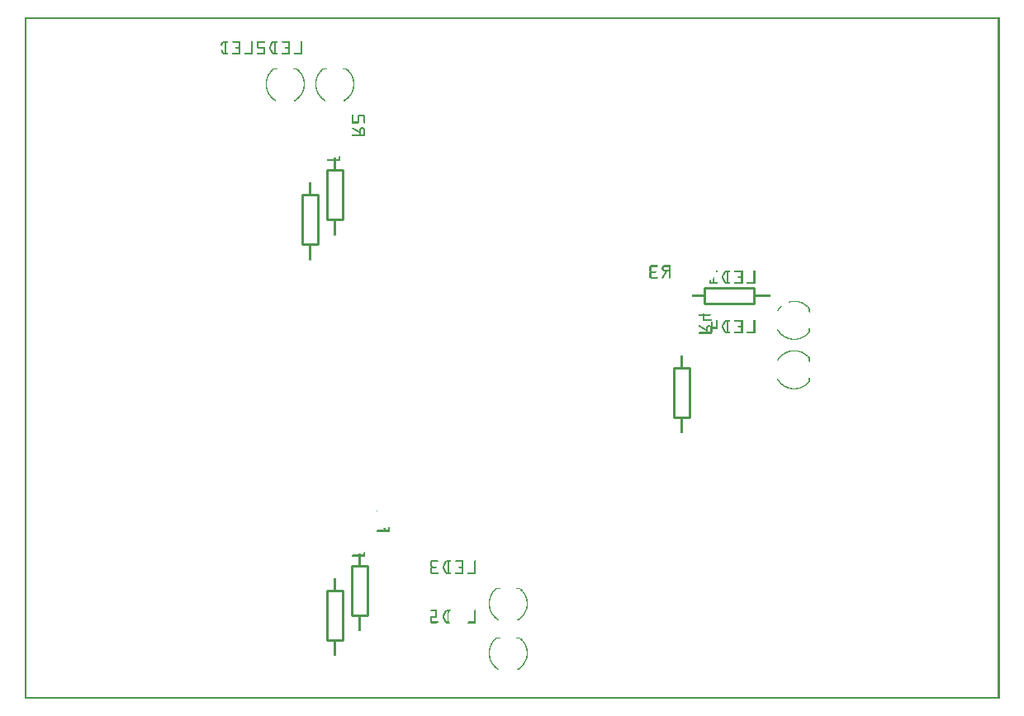
<source format=gbo>
G04 MADE WITH FRITZING*
G04 WWW.FRITZING.ORG*
G04 DOUBLE SIDED*
G04 HOLES PLATED*
G04 CONTOUR ON CENTER OF CONTOUR VECTOR*
%ASAXBY*%
%FSLAX23Y23*%
%MOIN*%
%OFA0B0*%
%SFA1.0B1.0*%
%ADD10C,0.010000*%
%ADD11R,0.001000X0.001000*%
%LNSILK0*%
G90*
G70*
G54D10*
X1386Y340D02*
X1386Y540D01*
D02*
X1386Y540D02*
X1320Y540D01*
D02*
X1320Y540D02*
X1320Y340D01*
D02*
X1320Y340D02*
X1386Y340D01*
D02*
X1286Y1940D02*
X1286Y2140D01*
D02*
X1286Y2140D02*
X1220Y2140D01*
D02*
X1220Y2140D02*
X1220Y1940D01*
D02*
X1220Y1940D02*
X1286Y1940D01*
D02*
X2943Y1664D02*
X2743Y1664D01*
D02*
X2743Y1664D02*
X2743Y1598D01*
D02*
X2743Y1598D02*
X2943Y1598D01*
D02*
X2943Y1598D02*
X2943Y1664D01*
D02*
X2686Y1140D02*
X2686Y1340D01*
D02*
X2686Y1340D02*
X2620Y1340D01*
D02*
X2620Y1340D02*
X2620Y1140D01*
D02*
X2620Y1140D02*
X2686Y1140D01*
D02*
X1286Y240D02*
X1286Y440D01*
D02*
X1286Y440D02*
X1220Y440D01*
D02*
X1220Y440D02*
X1220Y240D01*
D02*
X1220Y240D02*
X1286Y240D01*
D02*
X1186Y1840D02*
X1186Y2040D01*
D02*
X1186Y2040D02*
X1120Y2040D01*
D02*
X1120Y2040D02*
X1120Y1840D01*
D02*
X1120Y1840D02*
X1186Y1840D01*
G54D11*
X0Y2756D02*
X3936Y2756D01*
X0Y2755D02*
X3936Y2755D01*
X0Y2754D02*
X3936Y2754D01*
X0Y2753D02*
X3936Y2753D01*
X0Y2752D02*
X3936Y2752D01*
X0Y2751D02*
X3936Y2751D01*
X0Y2750D02*
X3936Y2750D01*
X0Y2749D02*
X3936Y2749D01*
X0Y2748D02*
X7Y2748D01*
X3929Y2748D02*
X3936Y2748D01*
X0Y2747D02*
X7Y2747D01*
X3929Y2747D02*
X3936Y2747D01*
X0Y2746D02*
X7Y2746D01*
X3929Y2746D02*
X3936Y2746D01*
X0Y2745D02*
X7Y2745D01*
X3929Y2745D02*
X3936Y2745D01*
X0Y2744D02*
X7Y2744D01*
X3929Y2744D02*
X3936Y2744D01*
X0Y2743D02*
X7Y2743D01*
X3929Y2743D02*
X3936Y2743D01*
X0Y2742D02*
X7Y2742D01*
X3929Y2742D02*
X3936Y2742D01*
X0Y2741D02*
X7Y2741D01*
X3929Y2741D02*
X3936Y2741D01*
X0Y2740D02*
X7Y2740D01*
X3929Y2740D02*
X3936Y2740D01*
X0Y2739D02*
X7Y2739D01*
X3929Y2739D02*
X3936Y2739D01*
X0Y2738D02*
X7Y2738D01*
X3929Y2738D02*
X3936Y2738D01*
X0Y2737D02*
X7Y2737D01*
X3929Y2737D02*
X3936Y2737D01*
X0Y2736D02*
X7Y2736D01*
X3929Y2736D02*
X3936Y2736D01*
X0Y2735D02*
X7Y2735D01*
X3929Y2735D02*
X3936Y2735D01*
X0Y2734D02*
X7Y2734D01*
X3929Y2734D02*
X3936Y2734D01*
X0Y2733D02*
X7Y2733D01*
X3929Y2733D02*
X3936Y2733D01*
X0Y2732D02*
X7Y2732D01*
X3929Y2732D02*
X3936Y2732D01*
X0Y2731D02*
X7Y2731D01*
X3929Y2731D02*
X3936Y2731D01*
X0Y2730D02*
X7Y2730D01*
X3929Y2730D02*
X3936Y2730D01*
X0Y2729D02*
X7Y2729D01*
X3929Y2729D02*
X3936Y2729D01*
X0Y2728D02*
X7Y2728D01*
X3929Y2728D02*
X3936Y2728D01*
X0Y2727D02*
X7Y2727D01*
X3929Y2727D02*
X3936Y2727D01*
X0Y2726D02*
X7Y2726D01*
X3929Y2726D02*
X3936Y2726D01*
X0Y2725D02*
X7Y2725D01*
X3929Y2725D02*
X3936Y2725D01*
X0Y2724D02*
X7Y2724D01*
X3929Y2724D02*
X3936Y2724D01*
X0Y2723D02*
X7Y2723D01*
X3929Y2723D02*
X3936Y2723D01*
X0Y2722D02*
X7Y2722D01*
X3929Y2722D02*
X3936Y2722D01*
X0Y2721D02*
X7Y2721D01*
X3929Y2721D02*
X3936Y2721D01*
X0Y2720D02*
X7Y2720D01*
X3929Y2720D02*
X3936Y2720D01*
X0Y2719D02*
X7Y2719D01*
X3929Y2719D02*
X3936Y2719D01*
X0Y2718D02*
X7Y2718D01*
X3929Y2718D02*
X3936Y2718D01*
X0Y2717D02*
X7Y2717D01*
X3929Y2717D02*
X3936Y2717D01*
X0Y2716D02*
X7Y2716D01*
X3929Y2716D02*
X3936Y2716D01*
X0Y2715D02*
X7Y2715D01*
X3929Y2715D02*
X3936Y2715D01*
X0Y2714D02*
X7Y2714D01*
X3929Y2714D02*
X3936Y2714D01*
X0Y2713D02*
X7Y2713D01*
X3929Y2713D02*
X3936Y2713D01*
X0Y2712D02*
X7Y2712D01*
X3929Y2712D02*
X3936Y2712D01*
X0Y2711D02*
X7Y2711D01*
X3929Y2711D02*
X3936Y2711D01*
X0Y2710D02*
X7Y2710D01*
X3929Y2710D02*
X3936Y2710D01*
X0Y2709D02*
X7Y2709D01*
X3929Y2709D02*
X3936Y2709D01*
X0Y2708D02*
X7Y2708D01*
X3929Y2708D02*
X3936Y2708D01*
X0Y2707D02*
X7Y2707D01*
X3929Y2707D02*
X3936Y2707D01*
X0Y2706D02*
X7Y2706D01*
X3929Y2706D02*
X3936Y2706D01*
X0Y2705D02*
X7Y2705D01*
X3929Y2705D02*
X3936Y2705D01*
X0Y2704D02*
X7Y2704D01*
X3929Y2704D02*
X3936Y2704D01*
X0Y2703D02*
X7Y2703D01*
X3929Y2703D02*
X3936Y2703D01*
X0Y2702D02*
X7Y2702D01*
X3929Y2702D02*
X3936Y2702D01*
X0Y2701D02*
X7Y2701D01*
X3929Y2701D02*
X3936Y2701D01*
X0Y2700D02*
X7Y2700D01*
X3929Y2700D02*
X3936Y2700D01*
X0Y2699D02*
X7Y2699D01*
X3929Y2699D02*
X3936Y2699D01*
X0Y2698D02*
X7Y2698D01*
X3929Y2698D02*
X3936Y2698D01*
X0Y2697D02*
X7Y2697D01*
X3929Y2697D02*
X3936Y2697D01*
X0Y2696D02*
X7Y2696D01*
X3929Y2696D02*
X3936Y2696D01*
X0Y2695D02*
X7Y2695D01*
X3929Y2695D02*
X3936Y2695D01*
X0Y2694D02*
X7Y2694D01*
X3929Y2694D02*
X3936Y2694D01*
X0Y2693D02*
X7Y2693D01*
X3929Y2693D02*
X3936Y2693D01*
X0Y2692D02*
X7Y2692D01*
X3929Y2692D02*
X3936Y2692D01*
X0Y2691D02*
X7Y2691D01*
X3929Y2691D02*
X3936Y2691D01*
X0Y2690D02*
X7Y2690D01*
X3929Y2690D02*
X3936Y2690D01*
X0Y2689D02*
X7Y2689D01*
X3929Y2689D02*
X3936Y2689D01*
X0Y2688D02*
X7Y2688D01*
X3929Y2688D02*
X3936Y2688D01*
X0Y2687D02*
X7Y2687D01*
X3929Y2687D02*
X3936Y2687D01*
X0Y2686D02*
X7Y2686D01*
X3929Y2686D02*
X3936Y2686D01*
X0Y2685D02*
X7Y2685D01*
X3929Y2685D02*
X3936Y2685D01*
X0Y2684D02*
X7Y2684D01*
X3929Y2684D02*
X3936Y2684D01*
X0Y2683D02*
X7Y2683D01*
X3929Y2683D02*
X3936Y2683D01*
X0Y2682D02*
X7Y2682D01*
X3929Y2682D02*
X3936Y2682D01*
X0Y2681D02*
X7Y2681D01*
X3929Y2681D02*
X3936Y2681D01*
X0Y2680D02*
X7Y2680D01*
X3929Y2680D02*
X3936Y2680D01*
X0Y2679D02*
X7Y2679D01*
X3929Y2679D02*
X3936Y2679D01*
X0Y2678D02*
X7Y2678D01*
X3929Y2678D02*
X3936Y2678D01*
X0Y2677D02*
X7Y2677D01*
X3929Y2677D02*
X3936Y2677D01*
X0Y2676D02*
X7Y2676D01*
X3929Y2676D02*
X3936Y2676D01*
X0Y2675D02*
X7Y2675D01*
X3929Y2675D02*
X3936Y2675D01*
X0Y2674D02*
X7Y2674D01*
X3929Y2674D02*
X3936Y2674D01*
X0Y2673D02*
X7Y2673D01*
X3929Y2673D02*
X3936Y2673D01*
X0Y2672D02*
X7Y2672D01*
X3929Y2672D02*
X3936Y2672D01*
X0Y2671D02*
X7Y2671D01*
X3929Y2671D02*
X3936Y2671D01*
X0Y2670D02*
X7Y2670D01*
X3929Y2670D02*
X3936Y2670D01*
X0Y2669D02*
X7Y2669D01*
X3929Y2669D02*
X3936Y2669D01*
X0Y2668D02*
X7Y2668D01*
X3929Y2668D02*
X3936Y2668D01*
X0Y2667D02*
X7Y2667D01*
X3929Y2667D02*
X3936Y2667D01*
X0Y2666D02*
X7Y2666D01*
X3929Y2666D02*
X3936Y2666D01*
X0Y2665D02*
X7Y2665D01*
X3929Y2665D02*
X3936Y2665D01*
X0Y2664D02*
X7Y2664D01*
X3929Y2664D02*
X3936Y2664D01*
X0Y2663D02*
X7Y2663D01*
X3929Y2663D02*
X3936Y2663D01*
X0Y2662D02*
X7Y2662D01*
X3929Y2662D02*
X3936Y2662D01*
X0Y2661D02*
X7Y2661D01*
X3929Y2661D02*
X3936Y2661D01*
X0Y2660D02*
X7Y2660D01*
X803Y2660D02*
X820Y2660D01*
X840Y2660D02*
X872Y2660D01*
X918Y2660D02*
X920Y2660D01*
X942Y2660D02*
X969Y2660D01*
X1003Y2660D02*
X1020Y2660D01*
X1040Y2660D02*
X1072Y2660D01*
X1118Y2660D02*
X1120Y2660D01*
X3929Y2660D02*
X3936Y2660D01*
X0Y2659D02*
X7Y2659D01*
X801Y2659D02*
X821Y2659D01*
X839Y2659D02*
X872Y2659D01*
X917Y2659D02*
X921Y2659D01*
X941Y2659D02*
X970Y2659D01*
X1001Y2659D02*
X1021Y2659D01*
X1039Y2659D02*
X1072Y2659D01*
X1117Y2659D02*
X1121Y2659D01*
X3929Y2659D02*
X3936Y2659D01*
X0Y2658D02*
X7Y2658D01*
X800Y2658D02*
X821Y2658D01*
X838Y2658D02*
X872Y2658D01*
X916Y2658D02*
X922Y2658D01*
X939Y2658D02*
X971Y2658D01*
X999Y2658D02*
X1021Y2658D01*
X1038Y2658D02*
X1072Y2658D01*
X1116Y2658D02*
X1122Y2658D01*
X3929Y2658D02*
X3936Y2658D01*
X0Y2657D02*
X7Y2657D01*
X798Y2657D02*
X821Y2657D01*
X838Y2657D02*
X872Y2657D01*
X916Y2657D02*
X922Y2657D01*
X939Y2657D02*
X971Y2657D01*
X998Y2657D02*
X1021Y2657D01*
X1038Y2657D02*
X1072Y2657D01*
X1116Y2657D02*
X1122Y2657D01*
X3929Y2657D02*
X3936Y2657D01*
X0Y2656D02*
X7Y2656D01*
X798Y2656D02*
X821Y2656D01*
X838Y2656D02*
X872Y2656D01*
X916Y2656D02*
X922Y2656D01*
X938Y2656D02*
X971Y2656D01*
X998Y2656D02*
X1021Y2656D01*
X1038Y2656D02*
X1072Y2656D01*
X1116Y2656D02*
X1122Y2656D01*
X3929Y2656D02*
X3936Y2656D01*
X0Y2655D02*
X7Y2655D01*
X797Y2655D02*
X821Y2655D01*
X839Y2655D02*
X872Y2655D01*
X916Y2655D02*
X922Y2655D01*
X938Y2655D02*
X971Y2655D01*
X997Y2655D02*
X1021Y2655D01*
X1039Y2655D02*
X1072Y2655D01*
X1116Y2655D02*
X1122Y2655D01*
X3929Y2655D02*
X3936Y2655D01*
X0Y2654D02*
X7Y2654D01*
X796Y2654D02*
X820Y2654D01*
X840Y2654D02*
X872Y2654D01*
X916Y2654D02*
X922Y2654D01*
X938Y2654D02*
X970Y2654D01*
X996Y2654D02*
X1020Y2654D01*
X1040Y2654D02*
X1072Y2654D01*
X1116Y2654D02*
X1122Y2654D01*
X3929Y2654D02*
X3936Y2654D01*
X0Y2653D02*
X7Y2653D01*
X796Y2653D02*
X803Y2653D01*
X808Y2653D02*
X815Y2653D01*
X866Y2653D02*
X872Y2653D01*
X916Y2653D02*
X922Y2653D01*
X938Y2653D02*
X944Y2653D01*
X996Y2653D02*
X1003Y2653D01*
X1008Y2653D02*
X1015Y2653D01*
X1066Y2653D02*
X1072Y2653D01*
X1116Y2653D02*
X1122Y2653D01*
X3929Y2653D02*
X3936Y2653D01*
X0Y2652D02*
X7Y2652D01*
X795Y2652D02*
X802Y2652D01*
X809Y2652D02*
X815Y2652D01*
X866Y2652D02*
X872Y2652D01*
X916Y2652D02*
X922Y2652D01*
X938Y2652D02*
X944Y2652D01*
X995Y2652D02*
X1002Y2652D01*
X1009Y2652D02*
X1015Y2652D01*
X1066Y2652D02*
X1072Y2652D01*
X1116Y2652D02*
X1122Y2652D01*
X3929Y2652D02*
X3936Y2652D01*
X0Y2651D02*
X7Y2651D01*
X795Y2651D02*
X802Y2651D01*
X809Y2651D02*
X815Y2651D01*
X866Y2651D02*
X872Y2651D01*
X916Y2651D02*
X922Y2651D01*
X938Y2651D02*
X944Y2651D01*
X995Y2651D02*
X1002Y2651D01*
X1009Y2651D02*
X1015Y2651D01*
X1066Y2651D02*
X1072Y2651D01*
X1116Y2651D02*
X1122Y2651D01*
X3929Y2651D02*
X3936Y2651D01*
X0Y2650D02*
X7Y2650D01*
X794Y2650D02*
X801Y2650D01*
X809Y2650D02*
X815Y2650D01*
X866Y2650D02*
X872Y2650D01*
X916Y2650D02*
X922Y2650D01*
X938Y2650D02*
X944Y2650D01*
X994Y2650D02*
X1001Y2650D01*
X1009Y2650D02*
X1015Y2650D01*
X1066Y2650D02*
X1072Y2650D01*
X1116Y2650D02*
X1122Y2650D01*
X3929Y2650D02*
X3936Y2650D01*
X0Y2649D02*
X7Y2649D01*
X794Y2649D02*
X801Y2649D01*
X809Y2649D02*
X815Y2649D01*
X866Y2649D02*
X872Y2649D01*
X916Y2649D02*
X922Y2649D01*
X938Y2649D02*
X944Y2649D01*
X994Y2649D02*
X1001Y2649D01*
X1009Y2649D02*
X1015Y2649D01*
X1066Y2649D02*
X1072Y2649D01*
X1116Y2649D02*
X1122Y2649D01*
X3929Y2649D02*
X3936Y2649D01*
X0Y2648D02*
X7Y2648D01*
X793Y2648D02*
X800Y2648D01*
X809Y2648D02*
X815Y2648D01*
X866Y2648D02*
X872Y2648D01*
X916Y2648D02*
X922Y2648D01*
X938Y2648D02*
X944Y2648D01*
X993Y2648D02*
X1000Y2648D01*
X1009Y2648D02*
X1015Y2648D01*
X1066Y2648D02*
X1072Y2648D01*
X1116Y2648D02*
X1122Y2648D01*
X3929Y2648D02*
X3936Y2648D01*
X0Y2647D02*
X7Y2647D01*
X793Y2647D02*
X800Y2647D01*
X809Y2647D02*
X815Y2647D01*
X866Y2647D02*
X872Y2647D01*
X916Y2647D02*
X922Y2647D01*
X938Y2647D02*
X944Y2647D01*
X993Y2647D02*
X1000Y2647D01*
X1009Y2647D02*
X1015Y2647D01*
X1066Y2647D02*
X1072Y2647D01*
X1116Y2647D02*
X1122Y2647D01*
X3929Y2647D02*
X3936Y2647D01*
X0Y2646D02*
X7Y2646D01*
X793Y2646D02*
X799Y2646D01*
X809Y2646D02*
X815Y2646D01*
X866Y2646D02*
X872Y2646D01*
X916Y2646D02*
X922Y2646D01*
X938Y2646D02*
X944Y2646D01*
X992Y2646D02*
X999Y2646D01*
X1009Y2646D02*
X1015Y2646D01*
X1066Y2646D02*
X1072Y2646D01*
X1116Y2646D02*
X1122Y2646D01*
X3929Y2646D02*
X3936Y2646D01*
X0Y2645D02*
X7Y2645D01*
X793Y2645D02*
X799Y2645D01*
X809Y2645D02*
X815Y2645D01*
X866Y2645D02*
X872Y2645D01*
X916Y2645D02*
X922Y2645D01*
X938Y2645D02*
X944Y2645D01*
X992Y2645D02*
X999Y2645D01*
X1009Y2645D02*
X1015Y2645D01*
X1066Y2645D02*
X1072Y2645D01*
X1116Y2645D02*
X1122Y2645D01*
X3929Y2645D02*
X3936Y2645D01*
X0Y2644D02*
X7Y2644D01*
X793Y2644D02*
X798Y2644D01*
X809Y2644D02*
X815Y2644D01*
X866Y2644D02*
X872Y2644D01*
X916Y2644D02*
X922Y2644D01*
X938Y2644D02*
X944Y2644D01*
X991Y2644D02*
X998Y2644D01*
X1009Y2644D02*
X1015Y2644D01*
X1066Y2644D02*
X1072Y2644D01*
X1116Y2644D02*
X1122Y2644D01*
X3929Y2644D02*
X3936Y2644D01*
X0Y2643D02*
X7Y2643D01*
X794Y2643D02*
X798Y2643D01*
X809Y2643D02*
X815Y2643D01*
X866Y2643D02*
X872Y2643D01*
X916Y2643D02*
X922Y2643D01*
X938Y2643D02*
X944Y2643D01*
X991Y2643D02*
X998Y2643D01*
X1009Y2643D02*
X1015Y2643D01*
X1066Y2643D02*
X1072Y2643D01*
X1116Y2643D02*
X1122Y2643D01*
X3929Y2643D02*
X3936Y2643D01*
X0Y2642D02*
X7Y2642D01*
X794Y2642D02*
X797Y2642D01*
X809Y2642D02*
X815Y2642D01*
X866Y2642D02*
X872Y2642D01*
X916Y2642D02*
X922Y2642D01*
X938Y2642D02*
X944Y2642D01*
X990Y2642D02*
X997Y2642D01*
X1009Y2642D02*
X1015Y2642D01*
X1066Y2642D02*
X1072Y2642D01*
X1116Y2642D02*
X1122Y2642D01*
X3929Y2642D02*
X3936Y2642D01*
X0Y2641D02*
X7Y2641D01*
X794Y2641D02*
X797Y2641D01*
X809Y2641D02*
X815Y2641D01*
X866Y2641D02*
X872Y2641D01*
X916Y2641D02*
X922Y2641D01*
X938Y2641D02*
X944Y2641D01*
X990Y2641D02*
X997Y2641D01*
X1009Y2641D02*
X1015Y2641D01*
X1066Y2641D02*
X1072Y2641D01*
X1116Y2641D02*
X1122Y2641D01*
X3929Y2641D02*
X3936Y2641D01*
X0Y2640D02*
X7Y2640D01*
X794Y2640D02*
X796Y2640D01*
X809Y2640D02*
X815Y2640D01*
X866Y2640D02*
X872Y2640D01*
X916Y2640D02*
X922Y2640D01*
X938Y2640D02*
X944Y2640D01*
X989Y2640D02*
X996Y2640D01*
X1009Y2640D02*
X1015Y2640D01*
X1066Y2640D02*
X1072Y2640D01*
X1116Y2640D02*
X1122Y2640D01*
X3929Y2640D02*
X3936Y2640D01*
X0Y2639D02*
X7Y2639D01*
X794Y2639D02*
X796Y2639D01*
X809Y2639D02*
X815Y2639D01*
X866Y2639D02*
X872Y2639D01*
X916Y2639D02*
X922Y2639D01*
X938Y2639D02*
X944Y2639D01*
X989Y2639D02*
X996Y2639D01*
X1009Y2639D02*
X1015Y2639D01*
X1066Y2639D02*
X1072Y2639D01*
X1116Y2639D02*
X1122Y2639D01*
X3929Y2639D02*
X3936Y2639D01*
X0Y2638D02*
X7Y2638D01*
X795Y2638D02*
X795Y2638D01*
X809Y2638D02*
X815Y2638D01*
X866Y2638D02*
X872Y2638D01*
X916Y2638D02*
X922Y2638D01*
X938Y2638D02*
X944Y2638D01*
X989Y2638D02*
X995Y2638D01*
X1009Y2638D02*
X1015Y2638D01*
X1066Y2638D02*
X1072Y2638D01*
X1116Y2638D02*
X1122Y2638D01*
X3929Y2638D02*
X3936Y2638D01*
X0Y2637D02*
X7Y2637D01*
X795Y2637D02*
X795Y2637D01*
X809Y2637D02*
X815Y2637D01*
X865Y2637D02*
X872Y2637D01*
X916Y2637D02*
X922Y2637D01*
X938Y2637D02*
X944Y2637D01*
X988Y2637D02*
X995Y2637D01*
X1009Y2637D02*
X1015Y2637D01*
X1065Y2637D02*
X1072Y2637D01*
X1116Y2637D02*
X1122Y2637D01*
X3929Y2637D02*
X3936Y2637D01*
X0Y2636D02*
X7Y2636D01*
X809Y2636D02*
X815Y2636D01*
X853Y2636D02*
X872Y2636D01*
X916Y2636D02*
X922Y2636D01*
X938Y2636D02*
X967Y2636D01*
X988Y2636D02*
X994Y2636D01*
X1009Y2636D02*
X1015Y2636D01*
X1053Y2636D02*
X1072Y2636D01*
X1116Y2636D02*
X1122Y2636D01*
X3929Y2636D02*
X3936Y2636D01*
X0Y2635D02*
X7Y2635D01*
X809Y2635D02*
X815Y2635D01*
X852Y2635D02*
X872Y2635D01*
X916Y2635D02*
X922Y2635D01*
X938Y2635D02*
X969Y2635D01*
X988Y2635D02*
X994Y2635D01*
X1009Y2635D02*
X1015Y2635D01*
X1052Y2635D02*
X1072Y2635D01*
X1116Y2635D02*
X1122Y2635D01*
X3929Y2635D02*
X3936Y2635D01*
X0Y2634D02*
X7Y2634D01*
X809Y2634D02*
X815Y2634D01*
X852Y2634D02*
X872Y2634D01*
X916Y2634D02*
X922Y2634D01*
X938Y2634D02*
X970Y2634D01*
X988Y2634D02*
X994Y2634D01*
X1009Y2634D02*
X1015Y2634D01*
X1052Y2634D02*
X1072Y2634D01*
X1116Y2634D02*
X1122Y2634D01*
X3929Y2634D02*
X3936Y2634D01*
X0Y2633D02*
X7Y2633D01*
X809Y2633D02*
X815Y2633D01*
X852Y2633D02*
X872Y2633D01*
X916Y2633D02*
X922Y2633D01*
X939Y2633D02*
X970Y2633D01*
X988Y2633D02*
X994Y2633D01*
X1009Y2633D02*
X1015Y2633D01*
X1052Y2633D02*
X1072Y2633D01*
X1116Y2633D02*
X1122Y2633D01*
X3929Y2633D02*
X3936Y2633D01*
X0Y2632D02*
X7Y2632D01*
X809Y2632D02*
X815Y2632D01*
X852Y2632D02*
X872Y2632D01*
X916Y2632D02*
X922Y2632D01*
X940Y2632D02*
X971Y2632D01*
X988Y2632D02*
X994Y2632D01*
X1009Y2632D02*
X1015Y2632D01*
X1052Y2632D02*
X1072Y2632D01*
X1116Y2632D02*
X1122Y2632D01*
X3929Y2632D02*
X3936Y2632D01*
X0Y2631D02*
X7Y2631D01*
X809Y2631D02*
X815Y2631D01*
X853Y2631D02*
X872Y2631D01*
X916Y2631D02*
X922Y2631D01*
X941Y2631D02*
X971Y2631D01*
X988Y2631D02*
X994Y2631D01*
X1009Y2631D02*
X1015Y2631D01*
X1053Y2631D02*
X1072Y2631D01*
X1116Y2631D02*
X1122Y2631D01*
X3929Y2631D02*
X3936Y2631D01*
X0Y2630D02*
X7Y2630D01*
X795Y2630D02*
X795Y2630D01*
X809Y2630D02*
X815Y2630D01*
X855Y2630D02*
X872Y2630D01*
X916Y2630D02*
X922Y2630D01*
X944Y2630D02*
X971Y2630D01*
X988Y2630D02*
X995Y2630D01*
X1009Y2630D02*
X1015Y2630D01*
X1055Y2630D02*
X1072Y2630D01*
X1116Y2630D02*
X1122Y2630D01*
X3929Y2630D02*
X3936Y2630D01*
X0Y2629D02*
X7Y2629D01*
X795Y2629D02*
X795Y2629D01*
X809Y2629D02*
X815Y2629D01*
X866Y2629D02*
X872Y2629D01*
X916Y2629D02*
X922Y2629D01*
X965Y2629D02*
X971Y2629D01*
X989Y2629D02*
X995Y2629D01*
X1009Y2629D02*
X1015Y2629D01*
X1066Y2629D02*
X1072Y2629D01*
X1116Y2629D02*
X1122Y2629D01*
X3929Y2629D02*
X3936Y2629D01*
X0Y2628D02*
X7Y2628D01*
X795Y2628D02*
X795Y2628D01*
X809Y2628D02*
X815Y2628D01*
X866Y2628D02*
X872Y2628D01*
X916Y2628D02*
X922Y2628D01*
X965Y2628D02*
X971Y2628D01*
X989Y2628D02*
X995Y2628D01*
X1009Y2628D02*
X1015Y2628D01*
X1066Y2628D02*
X1072Y2628D01*
X1116Y2628D02*
X1122Y2628D01*
X3929Y2628D02*
X3936Y2628D01*
X0Y2627D02*
X7Y2627D01*
X795Y2627D02*
X796Y2627D01*
X809Y2627D02*
X815Y2627D01*
X866Y2627D02*
X872Y2627D01*
X916Y2627D02*
X922Y2627D01*
X965Y2627D02*
X971Y2627D01*
X989Y2627D02*
X996Y2627D01*
X1009Y2627D02*
X1015Y2627D01*
X1066Y2627D02*
X1072Y2627D01*
X1116Y2627D02*
X1122Y2627D01*
X3929Y2627D02*
X3936Y2627D01*
X0Y2626D02*
X7Y2626D01*
X795Y2626D02*
X797Y2626D01*
X809Y2626D02*
X815Y2626D01*
X866Y2626D02*
X872Y2626D01*
X916Y2626D02*
X922Y2626D01*
X965Y2626D02*
X971Y2626D01*
X990Y2626D02*
X997Y2626D01*
X1009Y2626D02*
X1015Y2626D01*
X1066Y2626D02*
X1072Y2626D01*
X1116Y2626D02*
X1122Y2626D01*
X3929Y2626D02*
X3936Y2626D01*
X0Y2625D02*
X7Y2625D01*
X795Y2625D02*
X797Y2625D01*
X809Y2625D02*
X815Y2625D01*
X866Y2625D02*
X872Y2625D01*
X916Y2625D02*
X922Y2625D01*
X965Y2625D02*
X971Y2625D01*
X990Y2625D02*
X997Y2625D01*
X1009Y2625D02*
X1015Y2625D01*
X1066Y2625D02*
X1072Y2625D01*
X1116Y2625D02*
X1122Y2625D01*
X3929Y2625D02*
X3936Y2625D01*
X0Y2624D02*
X7Y2624D01*
X794Y2624D02*
X798Y2624D01*
X809Y2624D02*
X815Y2624D01*
X866Y2624D02*
X872Y2624D01*
X916Y2624D02*
X922Y2624D01*
X965Y2624D02*
X971Y2624D01*
X991Y2624D02*
X998Y2624D01*
X1009Y2624D02*
X1015Y2624D01*
X1066Y2624D02*
X1072Y2624D01*
X1116Y2624D02*
X1122Y2624D01*
X3929Y2624D02*
X3936Y2624D01*
X0Y2623D02*
X7Y2623D01*
X794Y2623D02*
X798Y2623D01*
X809Y2623D02*
X815Y2623D01*
X866Y2623D02*
X872Y2623D01*
X916Y2623D02*
X922Y2623D01*
X965Y2623D02*
X971Y2623D01*
X991Y2623D02*
X998Y2623D01*
X1009Y2623D02*
X1015Y2623D01*
X1066Y2623D02*
X1072Y2623D01*
X1116Y2623D02*
X1122Y2623D01*
X3929Y2623D02*
X3936Y2623D01*
X0Y2622D02*
X7Y2622D01*
X794Y2622D02*
X799Y2622D01*
X809Y2622D02*
X815Y2622D01*
X866Y2622D02*
X872Y2622D01*
X916Y2622D02*
X922Y2622D01*
X965Y2622D02*
X971Y2622D01*
X992Y2622D02*
X999Y2622D01*
X1009Y2622D02*
X1015Y2622D01*
X1066Y2622D02*
X1072Y2622D01*
X1116Y2622D02*
X1122Y2622D01*
X3929Y2622D02*
X3936Y2622D01*
X0Y2621D02*
X7Y2621D01*
X794Y2621D02*
X799Y2621D01*
X809Y2621D02*
X815Y2621D01*
X866Y2621D02*
X872Y2621D01*
X916Y2621D02*
X922Y2621D01*
X965Y2621D02*
X971Y2621D01*
X992Y2621D02*
X999Y2621D01*
X1009Y2621D02*
X1015Y2621D01*
X1066Y2621D02*
X1072Y2621D01*
X1116Y2621D02*
X1122Y2621D01*
X3929Y2621D02*
X3936Y2621D01*
X0Y2620D02*
X7Y2620D01*
X794Y2620D02*
X800Y2620D01*
X809Y2620D02*
X815Y2620D01*
X866Y2620D02*
X872Y2620D01*
X916Y2620D02*
X922Y2620D01*
X965Y2620D02*
X971Y2620D01*
X993Y2620D02*
X1000Y2620D01*
X1009Y2620D02*
X1015Y2620D01*
X1066Y2620D02*
X1072Y2620D01*
X1116Y2620D02*
X1122Y2620D01*
X3929Y2620D02*
X3936Y2620D01*
X0Y2619D02*
X7Y2619D01*
X793Y2619D02*
X800Y2619D01*
X809Y2619D02*
X815Y2619D01*
X866Y2619D02*
X872Y2619D01*
X916Y2619D02*
X922Y2619D01*
X965Y2619D02*
X971Y2619D01*
X993Y2619D02*
X1000Y2619D01*
X1009Y2619D02*
X1015Y2619D01*
X1066Y2619D02*
X1072Y2619D01*
X1116Y2619D02*
X1122Y2619D01*
X3929Y2619D02*
X3936Y2619D01*
X0Y2618D02*
X7Y2618D01*
X794Y2618D02*
X801Y2618D01*
X809Y2618D02*
X815Y2618D01*
X866Y2618D02*
X872Y2618D01*
X916Y2618D02*
X922Y2618D01*
X965Y2618D02*
X971Y2618D01*
X994Y2618D02*
X1001Y2618D01*
X1009Y2618D02*
X1015Y2618D01*
X1066Y2618D02*
X1072Y2618D01*
X1116Y2618D02*
X1122Y2618D01*
X3929Y2618D02*
X3936Y2618D01*
X0Y2617D02*
X7Y2617D01*
X794Y2617D02*
X801Y2617D01*
X809Y2617D02*
X815Y2617D01*
X866Y2617D02*
X872Y2617D01*
X916Y2617D02*
X922Y2617D01*
X965Y2617D02*
X971Y2617D01*
X994Y2617D02*
X1001Y2617D01*
X1009Y2617D02*
X1015Y2617D01*
X1066Y2617D02*
X1072Y2617D01*
X1116Y2617D02*
X1122Y2617D01*
X3929Y2617D02*
X3936Y2617D01*
X0Y2616D02*
X7Y2616D01*
X795Y2616D02*
X802Y2616D01*
X809Y2616D02*
X815Y2616D01*
X866Y2616D02*
X872Y2616D01*
X916Y2616D02*
X922Y2616D01*
X965Y2616D02*
X971Y2616D01*
X995Y2616D02*
X1002Y2616D01*
X1009Y2616D02*
X1015Y2616D01*
X1066Y2616D02*
X1072Y2616D01*
X1116Y2616D02*
X1122Y2616D01*
X3929Y2616D02*
X3936Y2616D01*
X0Y2615D02*
X7Y2615D01*
X795Y2615D02*
X802Y2615D01*
X809Y2615D02*
X815Y2615D01*
X866Y2615D02*
X872Y2615D01*
X916Y2615D02*
X922Y2615D01*
X965Y2615D02*
X971Y2615D01*
X995Y2615D02*
X1002Y2615D01*
X1009Y2615D02*
X1015Y2615D01*
X1066Y2615D02*
X1072Y2615D01*
X1116Y2615D02*
X1122Y2615D01*
X3929Y2615D02*
X3936Y2615D01*
X0Y2614D02*
X7Y2614D01*
X796Y2614D02*
X803Y2614D01*
X809Y2614D02*
X815Y2614D01*
X866Y2614D02*
X872Y2614D01*
X916Y2614D02*
X922Y2614D01*
X965Y2614D02*
X971Y2614D01*
X996Y2614D02*
X1003Y2614D01*
X1009Y2614D02*
X1015Y2614D01*
X1066Y2614D02*
X1072Y2614D01*
X1116Y2614D02*
X1122Y2614D01*
X3929Y2614D02*
X3936Y2614D01*
X0Y2613D02*
X7Y2613D01*
X796Y2613D02*
X819Y2613D01*
X840Y2613D02*
X872Y2613D01*
X890Y2613D02*
X922Y2613D01*
X940Y2613D02*
X971Y2613D01*
X996Y2613D02*
X1019Y2613D01*
X1040Y2613D02*
X1072Y2613D01*
X1090Y2613D02*
X1122Y2613D01*
X3929Y2613D02*
X3936Y2613D01*
X0Y2612D02*
X7Y2612D01*
X797Y2612D02*
X821Y2612D01*
X839Y2612D02*
X872Y2612D01*
X889Y2612D02*
X922Y2612D01*
X938Y2612D02*
X971Y2612D01*
X997Y2612D02*
X1021Y2612D01*
X1039Y2612D02*
X1072Y2612D01*
X1089Y2612D02*
X1122Y2612D01*
X3929Y2612D02*
X3936Y2612D01*
X0Y2611D02*
X7Y2611D01*
X797Y2611D02*
X821Y2611D01*
X838Y2611D02*
X872Y2611D01*
X889Y2611D02*
X922Y2611D01*
X938Y2611D02*
X971Y2611D01*
X997Y2611D02*
X1021Y2611D01*
X1038Y2611D02*
X1072Y2611D01*
X1089Y2611D02*
X1122Y2611D01*
X3929Y2611D02*
X3936Y2611D01*
X0Y2610D02*
X7Y2610D01*
X798Y2610D02*
X821Y2610D01*
X838Y2610D02*
X872Y2610D01*
X888Y2610D02*
X922Y2610D01*
X938Y2610D02*
X971Y2610D01*
X998Y2610D02*
X1021Y2610D01*
X1038Y2610D02*
X1072Y2610D01*
X1088Y2610D02*
X1122Y2610D01*
X3929Y2610D02*
X3936Y2610D01*
X0Y2609D02*
X7Y2609D01*
X799Y2609D02*
X821Y2609D01*
X838Y2609D02*
X872Y2609D01*
X888Y2609D02*
X922Y2609D01*
X938Y2609D02*
X971Y2609D01*
X999Y2609D02*
X1021Y2609D01*
X1038Y2609D02*
X1072Y2609D01*
X1088Y2609D02*
X1122Y2609D01*
X3929Y2609D02*
X3936Y2609D01*
X0Y2608D02*
X7Y2608D01*
X800Y2608D02*
X821Y2608D01*
X839Y2608D02*
X872Y2608D01*
X889Y2608D02*
X922Y2608D01*
X938Y2608D02*
X971Y2608D01*
X1000Y2608D02*
X1021Y2608D01*
X1039Y2608D02*
X1072Y2608D01*
X1089Y2608D02*
X1122Y2608D01*
X3929Y2608D02*
X3936Y2608D01*
X0Y2607D02*
X7Y2607D01*
X802Y2607D02*
X820Y2607D01*
X840Y2607D02*
X872Y2607D01*
X890Y2607D02*
X922Y2607D01*
X939Y2607D02*
X971Y2607D01*
X1002Y2607D02*
X1020Y2607D01*
X1040Y2607D02*
X1072Y2607D01*
X1090Y2607D02*
X1122Y2607D01*
X3929Y2607D02*
X3936Y2607D01*
X0Y2606D02*
X7Y2606D01*
X3929Y2606D02*
X3936Y2606D01*
X0Y2605D02*
X7Y2605D01*
X3929Y2605D02*
X3936Y2605D01*
X0Y2604D02*
X7Y2604D01*
X3929Y2604D02*
X3936Y2604D01*
X0Y2603D02*
X7Y2603D01*
X3929Y2603D02*
X3936Y2603D01*
X0Y2602D02*
X7Y2602D01*
X3929Y2602D02*
X3936Y2602D01*
X0Y2601D02*
X7Y2601D01*
X3929Y2601D02*
X3936Y2601D01*
X0Y2600D02*
X7Y2600D01*
X3929Y2600D02*
X3936Y2600D01*
X0Y2599D02*
X7Y2599D01*
X3929Y2599D02*
X3936Y2599D01*
X0Y2598D02*
X7Y2598D01*
X3929Y2598D02*
X3936Y2598D01*
X0Y2597D02*
X7Y2597D01*
X3929Y2597D02*
X3936Y2597D01*
X0Y2596D02*
X7Y2596D01*
X3929Y2596D02*
X3936Y2596D01*
X0Y2595D02*
X7Y2595D01*
X3929Y2595D02*
X3936Y2595D01*
X0Y2594D02*
X7Y2594D01*
X3929Y2594D02*
X3936Y2594D01*
X0Y2593D02*
X7Y2593D01*
X3929Y2593D02*
X3936Y2593D01*
X0Y2592D02*
X7Y2592D01*
X3929Y2592D02*
X3936Y2592D01*
X0Y2591D02*
X7Y2591D01*
X3929Y2591D02*
X3936Y2591D01*
X0Y2590D02*
X7Y2590D01*
X3929Y2590D02*
X3936Y2590D01*
X0Y2589D02*
X7Y2589D01*
X3929Y2589D02*
X3936Y2589D01*
X0Y2588D02*
X7Y2588D01*
X3929Y2588D02*
X3936Y2588D01*
X0Y2587D02*
X7Y2587D01*
X3929Y2587D02*
X3936Y2587D01*
X0Y2586D02*
X7Y2586D01*
X3929Y2586D02*
X3936Y2586D01*
X0Y2585D02*
X7Y2585D01*
X3929Y2585D02*
X3936Y2585D01*
X0Y2584D02*
X7Y2584D01*
X3929Y2584D02*
X3936Y2584D01*
X0Y2583D02*
X7Y2583D01*
X3929Y2583D02*
X3936Y2583D01*
X0Y2582D02*
X7Y2582D01*
X3929Y2582D02*
X3936Y2582D01*
X0Y2581D02*
X7Y2581D01*
X3929Y2581D02*
X3936Y2581D01*
X0Y2580D02*
X7Y2580D01*
X3929Y2580D02*
X3936Y2580D01*
X0Y2579D02*
X7Y2579D01*
X3929Y2579D02*
X3936Y2579D01*
X0Y2578D02*
X7Y2578D01*
X3929Y2578D02*
X3936Y2578D01*
X0Y2577D02*
X7Y2577D01*
X3929Y2577D02*
X3936Y2577D01*
X0Y2576D02*
X7Y2576D01*
X3929Y2576D02*
X3936Y2576D01*
X0Y2575D02*
X7Y2575D01*
X3929Y2575D02*
X3936Y2575D01*
X0Y2574D02*
X7Y2574D01*
X3929Y2574D02*
X3936Y2574D01*
X0Y2573D02*
X7Y2573D01*
X3929Y2573D02*
X3936Y2573D01*
X0Y2572D02*
X7Y2572D01*
X3929Y2572D02*
X3936Y2572D01*
X0Y2571D02*
X7Y2571D01*
X3929Y2571D02*
X3936Y2571D01*
X0Y2570D02*
X7Y2570D01*
X3929Y2570D02*
X3936Y2570D01*
X0Y2569D02*
X7Y2569D01*
X3929Y2569D02*
X3936Y2569D01*
X0Y2568D02*
X7Y2568D01*
X3929Y2568D02*
X3936Y2568D01*
X0Y2567D02*
X7Y2567D01*
X3929Y2567D02*
X3936Y2567D01*
X0Y2566D02*
X7Y2566D01*
X3929Y2566D02*
X3936Y2566D01*
X0Y2565D02*
X7Y2565D01*
X3929Y2565D02*
X3936Y2565D01*
X0Y2564D02*
X7Y2564D01*
X3929Y2564D02*
X3936Y2564D01*
X0Y2563D02*
X7Y2563D01*
X3929Y2563D02*
X3936Y2563D01*
X0Y2562D02*
X7Y2562D01*
X3929Y2562D02*
X3936Y2562D01*
X0Y2561D02*
X7Y2561D01*
X3929Y2561D02*
X3936Y2561D01*
X0Y2560D02*
X7Y2560D01*
X3929Y2560D02*
X3936Y2560D01*
X0Y2559D02*
X7Y2559D01*
X3929Y2559D02*
X3936Y2559D01*
X0Y2558D02*
X7Y2558D01*
X3929Y2558D02*
X3936Y2558D01*
X0Y2557D02*
X7Y2557D01*
X3929Y2557D02*
X3936Y2557D01*
X0Y2556D02*
X7Y2556D01*
X3929Y2556D02*
X3936Y2556D01*
X0Y2555D02*
X7Y2555D01*
X3929Y2555D02*
X3936Y2555D01*
X0Y2554D02*
X7Y2554D01*
X3929Y2554D02*
X3936Y2554D01*
X0Y2553D02*
X7Y2553D01*
X3929Y2553D02*
X3936Y2553D01*
X0Y2552D02*
X7Y2552D01*
X3929Y2552D02*
X3936Y2552D01*
X0Y2551D02*
X7Y2551D01*
X3929Y2551D02*
X3936Y2551D01*
X0Y2550D02*
X7Y2550D01*
X1007Y2550D02*
X1018Y2550D01*
X1086Y2550D02*
X1098Y2550D01*
X1207Y2550D02*
X1218Y2550D01*
X1286Y2550D02*
X1298Y2550D01*
X3929Y2550D02*
X3936Y2550D01*
X0Y2549D02*
X7Y2549D01*
X1004Y2549D02*
X1020Y2549D01*
X1084Y2549D02*
X1100Y2549D01*
X1204Y2549D02*
X1220Y2549D01*
X1284Y2549D02*
X1300Y2549D01*
X3929Y2549D02*
X3936Y2549D01*
X0Y2548D02*
X7Y2548D01*
X1003Y2548D02*
X1020Y2548D01*
X1085Y2548D02*
X1101Y2548D01*
X1203Y2548D02*
X1220Y2548D01*
X1285Y2548D02*
X1301Y2548D01*
X3929Y2548D02*
X3936Y2548D01*
X0Y2547D02*
X7Y2547D01*
X1002Y2547D02*
X1019Y2547D01*
X1085Y2547D02*
X1102Y2547D01*
X1202Y2547D02*
X1219Y2547D01*
X1285Y2547D02*
X1302Y2547D01*
X3929Y2547D02*
X3936Y2547D01*
X0Y2546D02*
X7Y2546D01*
X1001Y2546D02*
X1019Y2546D01*
X1086Y2546D02*
X1104Y2546D01*
X1201Y2546D02*
X1219Y2546D01*
X1286Y2546D02*
X1304Y2546D01*
X3929Y2546D02*
X3936Y2546D01*
X0Y2545D02*
X7Y2545D01*
X1000Y2545D02*
X1018Y2545D01*
X1086Y2545D02*
X1105Y2545D01*
X1200Y2545D02*
X1218Y2545D01*
X1286Y2545D02*
X1305Y2545D01*
X3929Y2545D02*
X3936Y2545D01*
X0Y2544D02*
X7Y2544D01*
X999Y2544D02*
X1005Y2544D01*
X1099Y2544D02*
X1106Y2544D01*
X1199Y2544D02*
X1205Y2544D01*
X1299Y2544D02*
X1306Y2544D01*
X3929Y2544D02*
X3936Y2544D01*
X0Y2543D02*
X7Y2543D01*
X998Y2543D02*
X1004Y2543D01*
X1100Y2543D02*
X1107Y2543D01*
X1198Y2543D02*
X1204Y2543D01*
X1300Y2543D02*
X1307Y2543D01*
X3929Y2543D02*
X3936Y2543D01*
X0Y2542D02*
X7Y2542D01*
X997Y2542D02*
X1003Y2542D01*
X1101Y2542D02*
X1108Y2542D01*
X1197Y2542D02*
X1203Y2542D01*
X1301Y2542D02*
X1308Y2542D01*
X3929Y2542D02*
X3936Y2542D01*
X0Y2541D02*
X7Y2541D01*
X996Y2541D02*
X1002Y2541D01*
X1103Y2541D02*
X1109Y2541D01*
X1196Y2541D02*
X1202Y2541D01*
X1303Y2541D02*
X1309Y2541D01*
X3929Y2541D02*
X3936Y2541D01*
X0Y2540D02*
X7Y2540D01*
X995Y2540D02*
X1001Y2540D01*
X1104Y2540D02*
X1110Y2540D01*
X1195Y2540D02*
X1201Y2540D01*
X1304Y2540D02*
X1310Y2540D01*
X3929Y2540D02*
X3936Y2540D01*
X0Y2539D02*
X7Y2539D01*
X994Y2539D02*
X1000Y2539D01*
X1105Y2539D02*
X1111Y2539D01*
X1194Y2539D02*
X1200Y2539D01*
X1305Y2539D02*
X1311Y2539D01*
X3929Y2539D02*
X3936Y2539D01*
X0Y2538D02*
X7Y2538D01*
X993Y2538D02*
X999Y2538D01*
X1106Y2538D02*
X1112Y2538D01*
X1193Y2538D02*
X1199Y2538D01*
X1306Y2538D02*
X1312Y2538D01*
X3929Y2538D02*
X3936Y2538D01*
X0Y2537D02*
X7Y2537D01*
X992Y2537D02*
X998Y2537D01*
X1107Y2537D02*
X1113Y2537D01*
X1192Y2537D02*
X1198Y2537D01*
X1307Y2537D02*
X1312Y2537D01*
X3929Y2537D02*
X3936Y2537D01*
X0Y2536D02*
X7Y2536D01*
X991Y2536D02*
X997Y2536D01*
X1108Y2536D02*
X1113Y2536D01*
X1191Y2536D02*
X1197Y2536D01*
X1308Y2536D02*
X1313Y2536D01*
X3929Y2536D02*
X3936Y2536D01*
X0Y2535D02*
X7Y2535D01*
X990Y2535D02*
X996Y2535D01*
X1109Y2535D02*
X1114Y2535D01*
X1190Y2535D02*
X1196Y2535D01*
X1308Y2535D02*
X1314Y2535D01*
X3929Y2535D02*
X3936Y2535D01*
X0Y2534D02*
X7Y2534D01*
X990Y2534D02*
X995Y2534D01*
X1109Y2534D02*
X1115Y2534D01*
X1190Y2534D02*
X1195Y2534D01*
X1309Y2534D02*
X1315Y2534D01*
X3929Y2534D02*
X3936Y2534D01*
X0Y2533D02*
X7Y2533D01*
X989Y2533D02*
X994Y2533D01*
X1110Y2533D02*
X1116Y2533D01*
X1189Y2533D02*
X1194Y2533D01*
X1310Y2533D02*
X1316Y2533D01*
X3929Y2533D02*
X3936Y2533D01*
X0Y2532D02*
X7Y2532D01*
X988Y2532D02*
X993Y2532D01*
X1111Y2532D02*
X1116Y2532D01*
X1188Y2532D02*
X1193Y2532D01*
X1311Y2532D02*
X1316Y2532D01*
X3929Y2532D02*
X3936Y2532D01*
X0Y2531D02*
X7Y2531D01*
X987Y2531D02*
X993Y2531D01*
X1112Y2531D02*
X1117Y2531D01*
X1187Y2531D02*
X1193Y2531D01*
X1312Y2531D02*
X1317Y2531D01*
X3929Y2531D02*
X3936Y2531D01*
X0Y2530D02*
X7Y2530D01*
X987Y2530D02*
X992Y2530D01*
X1112Y2530D02*
X1118Y2530D01*
X1187Y2530D02*
X1192Y2530D01*
X1312Y2530D02*
X1318Y2530D01*
X3929Y2530D02*
X3936Y2530D01*
X0Y2529D02*
X7Y2529D01*
X986Y2529D02*
X991Y2529D01*
X1113Y2529D02*
X1118Y2529D01*
X1186Y2529D02*
X1191Y2529D01*
X1313Y2529D02*
X1318Y2529D01*
X3929Y2529D02*
X3936Y2529D01*
X0Y2528D02*
X7Y2528D01*
X986Y2528D02*
X990Y2528D01*
X1114Y2528D02*
X1119Y2528D01*
X1186Y2528D02*
X1190Y2528D01*
X1314Y2528D02*
X1319Y2528D01*
X3929Y2528D02*
X3936Y2528D01*
X0Y2527D02*
X7Y2527D01*
X985Y2527D02*
X990Y2527D01*
X1115Y2527D02*
X1120Y2527D01*
X1185Y2527D02*
X1190Y2527D01*
X1315Y2527D02*
X1320Y2527D01*
X3929Y2527D02*
X3936Y2527D01*
X0Y2526D02*
X7Y2526D01*
X984Y2526D02*
X989Y2526D01*
X1115Y2526D02*
X1120Y2526D01*
X1184Y2526D02*
X1189Y2526D01*
X1315Y2526D02*
X1320Y2526D01*
X3929Y2526D02*
X3936Y2526D01*
X0Y2525D02*
X7Y2525D01*
X984Y2525D02*
X989Y2525D01*
X1116Y2525D02*
X1121Y2525D01*
X1184Y2525D02*
X1189Y2525D01*
X1316Y2525D02*
X1321Y2525D01*
X3929Y2525D02*
X3936Y2525D01*
X0Y2524D02*
X7Y2524D01*
X983Y2524D02*
X988Y2524D01*
X1117Y2524D02*
X1121Y2524D01*
X1183Y2524D02*
X1188Y2524D01*
X1317Y2524D02*
X1321Y2524D01*
X3929Y2524D02*
X3936Y2524D01*
X0Y2523D02*
X7Y2523D01*
X983Y2523D02*
X987Y2523D01*
X1117Y2523D02*
X1122Y2523D01*
X1183Y2523D02*
X1187Y2523D01*
X1317Y2523D02*
X1322Y2523D01*
X3929Y2523D02*
X3936Y2523D01*
X0Y2522D02*
X7Y2522D01*
X982Y2522D02*
X987Y2522D01*
X1118Y2522D02*
X1122Y2522D01*
X1182Y2522D02*
X1187Y2522D01*
X1318Y2522D02*
X1322Y2522D01*
X3929Y2522D02*
X3936Y2522D01*
X0Y2521D02*
X7Y2521D01*
X982Y2521D02*
X986Y2521D01*
X1118Y2521D02*
X1123Y2521D01*
X1182Y2521D02*
X1186Y2521D01*
X1318Y2521D02*
X1323Y2521D01*
X3929Y2521D02*
X3936Y2521D01*
X0Y2520D02*
X7Y2520D01*
X981Y2520D02*
X986Y2520D01*
X1119Y2520D02*
X1123Y2520D01*
X1181Y2520D02*
X1186Y2520D01*
X1319Y2520D02*
X1323Y2520D01*
X3929Y2520D02*
X3936Y2520D01*
X0Y2519D02*
X7Y2519D01*
X981Y2519D02*
X985Y2519D01*
X1119Y2519D02*
X1124Y2519D01*
X1181Y2519D02*
X1185Y2519D01*
X1319Y2519D02*
X1324Y2519D01*
X3929Y2519D02*
X3936Y2519D01*
X0Y2518D02*
X7Y2518D01*
X980Y2518D02*
X985Y2518D01*
X1120Y2518D02*
X1124Y2518D01*
X1180Y2518D02*
X1185Y2518D01*
X1320Y2518D02*
X1324Y2518D01*
X3929Y2518D02*
X3936Y2518D01*
X0Y2517D02*
X7Y2517D01*
X980Y2517D02*
X984Y2517D01*
X1120Y2517D02*
X1125Y2517D01*
X1180Y2517D02*
X1184Y2517D01*
X1320Y2517D02*
X1325Y2517D01*
X3929Y2517D02*
X3936Y2517D01*
X0Y2516D02*
X7Y2516D01*
X979Y2516D02*
X984Y2516D01*
X1121Y2516D02*
X1125Y2516D01*
X1179Y2516D02*
X1184Y2516D01*
X1321Y2516D02*
X1325Y2516D01*
X3929Y2516D02*
X3936Y2516D01*
X0Y2515D02*
X7Y2515D01*
X979Y2515D02*
X983Y2515D01*
X1121Y2515D02*
X1125Y2515D01*
X1179Y2515D02*
X1183Y2515D01*
X1321Y2515D02*
X1325Y2515D01*
X3929Y2515D02*
X3936Y2515D01*
X0Y2514D02*
X7Y2514D01*
X979Y2514D02*
X983Y2514D01*
X1121Y2514D02*
X1126Y2514D01*
X1179Y2514D02*
X1183Y2514D01*
X1321Y2514D02*
X1326Y2514D01*
X3929Y2514D02*
X3936Y2514D01*
X0Y2513D02*
X7Y2513D01*
X978Y2513D02*
X982Y2513D01*
X1122Y2513D02*
X1126Y2513D01*
X1178Y2513D02*
X1182Y2513D01*
X1322Y2513D02*
X1326Y2513D01*
X3929Y2513D02*
X3936Y2513D01*
X0Y2512D02*
X7Y2512D01*
X978Y2512D02*
X982Y2512D01*
X1122Y2512D02*
X1127Y2512D01*
X1178Y2512D02*
X1182Y2512D01*
X1322Y2512D02*
X1327Y2512D01*
X3929Y2512D02*
X3936Y2512D01*
X0Y2511D02*
X7Y2511D01*
X978Y2511D02*
X982Y2511D01*
X1123Y2511D02*
X1127Y2511D01*
X1178Y2511D02*
X1182Y2511D01*
X1323Y2511D02*
X1327Y2511D01*
X3929Y2511D02*
X3936Y2511D01*
X0Y2510D02*
X7Y2510D01*
X977Y2510D02*
X981Y2510D01*
X1123Y2510D02*
X1127Y2510D01*
X1177Y2510D02*
X1181Y2510D01*
X1323Y2510D02*
X1327Y2510D01*
X3929Y2510D02*
X3936Y2510D01*
X0Y2509D02*
X7Y2509D01*
X977Y2509D02*
X981Y2509D01*
X1123Y2509D02*
X1128Y2509D01*
X1177Y2509D02*
X1181Y2509D01*
X1323Y2509D02*
X1328Y2509D01*
X3929Y2509D02*
X3936Y2509D01*
X0Y2508D02*
X7Y2508D01*
X977Y2508D02*
X981Y2508D01*
X1124Y2508D02*
X1128Y2508D01*
X1177Y2508D02*
X1181Y2508D01*
X1324Y2508D02*
X1328Y2508D01*
X3929Y2508D02*
X3936Y2508D01*
X0Y2507D02*
X7Y2507D01*
X976Y2507D02*
X980Y2507D01*
X1124Y2507D02*
X1128Y2507D01*
X1176Y2507D02*
X1180Y2507D01*
X1324Y2507D02*
X1328Y2507D01*
X3929Y2507D02*
X3936Y2507D01*
X0Y2506D02*
X7Y2506D01*
X976Y2506D02*
X980Y2506D01*
X1124Y2506D02*
X1128Y2506D01*
X1176Y2506D02*
X1180Y2506D01*
X1324Y2506D02*
X1328Y2506D01*
X3929Y2506D02*
X3936Y2506D01*
X0Y2505D02*
X7Y2505D01*
X976Y2505D02*
X980Y2505D01*
X1125Y2505D02*
X1129Y2505D01*
X1176Y2505D02*
X1180Y2505D01*
X1325Y2505D02*
X1329Y2505D01*
X3929Y2505D02*
X3936Y2505D01*
X0Y2504D02*
X7Y2504D01*
X976Y2504D02*
X980Y2504D01*
X1125Y2504D02*
X1129Y2504D01*
X1176Y2504D02*
X1180Y2504D01*
X1325Y2504D02*
X1329Y2504D01*
X3929Y2504D02*
X3936Y2504D01*
X0Y2503D02*
X7Y2503D01*
X975Y2503D02*
X979Y2503D01*
X1125Y2503D02*
X1129Y2503D01*
X1175Y2503D02*
X1179Y2503D01*
X1325Y2503D02*
X1329Y2503D01*
X3929Y2503D02*
X3936Y2503D01*
X0Y2502D02*
X7Y2502D01*
X975Y2502D02*
X979Y2502D01*
X1125Y2502D02*
X1129Y2502D01*
X1175Y2502D02*
X1179Y2502D01*
X1325Y2502D02*
X1329Y2502D01*
X3929Y2502D02*
X3936Y2502D01*
X0Y2501D02*
X7Y2501D01*
X975Y2501D02*
X979Y2501D01*
X1125Y2501D02*
X1129Y2501D01*
X1175Y2501D02*
X1179Y2501D01*
X1325Y2501D02*
X1329Y2501D01*
X3929Y2501D02*
X3936Y2501D01*
X0Y2500D02*
X7Y2500D01*
X975Y2500D02*
X979Y2500D01*
X1126Y2500D02*
X1130Y2500D01*
X1175Y2500D02*
X1179Y2500D01*
X1326Y2500D02*
X1330Y2500D01*
X3929Y2500D02*
X3936Y2500D01*
X0Y2499D02*
X7Y2499D01*
X975Y2499D02*
X979Y2499D01*
X1126Y2499D02*
X1130Y2499D01*
X1175Y2499D02*
X1179Y2499D01*
X1326Y2499D02*
X1330Y2499D01*
X3929Y2499D02*
X3936Y2499D01*
X0Y2498D02*
X7Y2498D01*
X975Y2498D02*
X978Y2498D01*
X1126Y2498D02*
X1130Y2498D01*
X1175Y2498D02*
X1178Y2498D01*
X1326Y2498D02*
X1330Y2498D01*
X3929Y2498D02*
X3936Y2498D01*
X0Y2497D02*
X7Y2497D01*
X974Y2497D02*
X978Y2497D01*
X1126Y2497D02*
X1130Y2497D01*
X1174Y2497D02*
X1178Y2497D01*
X1326Y2497D02*
X1330Y2497D01*
X3929Y2497D02*
X3936Y2497D01*
X0Y2496D02*
X7Y2496D01*
X974Y2496D02*
X978Y2496D01*
X1126Y2496D02*
X1130Y2496D01*
X1174Y2496D02*
X1178Y2496D01*
X1326Y2496D02*
X1330Y2496D01*
X3929Y2496D02*
X3936Y2496D01*
X0Y2495D02*
X7Y2495D01*
X974Y2495D02*
X978Y2495D01*
X1127Y2495D02*
X1130Y2495D01*
X1174Y2495D02*
X1178Y2495D01*
X1327Y2495D02*
X1330Y2495D01*
X3929Y2495D02*
X3936Y2495D01*
X0Y2494D02*
X7Y2494D01*
X974Y2494D02*
X978Y2494D01*
X1127Y2494D02*
X1130Y2494D01*
X1174Y2494D02*
X1178Y2494D01*
X1327Y2494D02*
X1330Y2494D01*
X3929Y2494D02*
X3936Y2494D01*
X0Y2493D02*
X7Y2493D01*
X974Y2493D02*
X978Y2493D01*
X1127Y2493D02*
X1131Y2493D01*
X1174Y2493D02*
X1178Y2493D01*
X1327Y2493D02*
X1331Y2493D01*
X3929Y2493D02*
X3936Y2493D01*
X0Y2492D02*
X7Y2492D01*
X974Y2492D02*
X978Y2492D01*
X1127Y2492D02*
X1131Y2492D01*
X1174Y2492D02*
X1178Y2492D01*
X1327Y2492D02*
X1331Y2492D01*
X3929Y2492D02*
X3936Y2492D01*
X0Y2491D02*
X7Y2491D01*
X974Y2491D02*
X978Y2491D01*
X1127Y2491D02*
X1131Y2491D01*
X1174Y2491D02*
X1178Y2491D01*
X1327Y2491D02*
X1331Y2491D01*
X3929Y2491D02*
X3936Y2491D01*
X0Y2490D02*
X7Y2490D01*
X974Y2490D02*
X977Y2490D01*
X1127Y2490D02*
X1131Y2490D01*
X1174Y2490D02*
X1177Y2490D01*
X1327Y2490D02*
X1331Y2490D01*
X3929Y2490D02*
X3936Y2490D01*
X0Y2489D02*
X7Y2489D01*
X974Y2489D02*
X977Y2489D01*
X1127Y2489D02*
X1131Y2489D01*
X1174Y2489D02*
X1177Y2489D01*
X1327Y2489D02*
X1331Y2489D01*
X3929Y2489D02*
X3936Y2489D01*
X0Y2488D02*
X7Y2488D01*
X974Y2488D02*
X977Y2488D01*
X1127Y2488D02*
X1131Y2488D01*
X1174Y2488D02*
X1177Y2488D01*
X1327Y2488D02*
X1331Y2488D01*
X3929Y2488D02*
X3936Y2488D01*
X0Y2487D02*
X7Y2487D01*
X974Y2487D02*
X977Y2487D01*
X1127Y2487D02*
X1131Y2487D01*
X1174Y2487D02*
X1177Y2487D01*
X1327Y2487D02*
X1331Y2487D01*
X3929Y2487D02*
X3936Y2487D01*
X0Y2486D02*
X7Y2486D01*
X974Y2486D02*
X977Y2486D01*
X1127Y2486D02*
X1131Y2486D01*
X1174Y2486D02*
X1177Y2486D01*
X1327Y2486D02*
X1331Y2486D01*
X3929Y2486D02*
X3936Y2486D01*
X0Y2485D02*
X7Y2485D01*
X974Y2485D02*
X977Y2485D01*
X1127Y2485D02*
X1131Y2485D01*
X1174Y2485D02*
X1177Y2485D01*
X1327Y2485D02*
X1331Y2485D01*
X3929Y2485D02*
X3936Y2485D01*
X0Y2484D02*
X7Y2484D01*
X974Y2484D02*
X977Y2484D01*
X1127Y2484D02*
X1131Y2484D01*
X1174Y2484D02*
X1177Y2484D01*
X1327Y2484D02*
X1331Y2484D01*
X3929Y2484D02*
X3936Y2484D01*
X0Y2483D02*
X7Y2483D01*
X974Y2483D02*
X977Y2483D01*
X1127Y2483D02*
X1131Y2483D01*
X1174Y2483D02*
X1177Y2483D01*
X1327Y2483D02*
X1331Y2483D01*
X3929Y2483D02*
X3936Y2483D01*
X0Y2482D02*
X7Y2482D01*
X974Y2482D02*
X977Y2482D01*
X1127Y2482D02*
X1131Y2482D01*
X1174Y2482D02*
X1177Y2482D01*
X1327Y2482D02*
X1331Y2482D01*
X3929Y2482D02*
X3936Y2482D01*
X0Y2481D02*
X7Y2481D01*
X974Y2481D02*
X978Y2481D01*
X1127Y2481D02*
X1131Y2481D01*
X1174Y2481D02*
X1178Y2481D01*
X1327Y2481D02*
X1331Y2481D01*
X3929Y2481D02*
X3936Y2481D01*
X0Y2480D02*
X7Y2480D01*
X974Y2480D02*
X978Y2480D01*
X1127Y2480D02*
X1131Y2480D01*
X1174Y2480D02*
X1178Y2480D01*
X1327Y2480D02*
X1331Y2480D01*
X3929Y2480D02*
X3936Y2480D01*
X0Y2479D02*
X7Y2479D01*
X974Y2479D02*
X978Y2479D01*
X1127Y2479D02*
X1131Y2479D01*
X1174Y2479D02*
X1178Y2479D01*
X1327Y2479D02*
X1331Y2479D01*
X3929Y2479D02*
X3936Y2479D01*
X0Y2478D02*
X7Y2478D01*
X974Y2478D02*
X978Y2478D01*
X1127Y2478D02*
X1130Y2478D01*
X1174Y2478D02*
X1178Y2478D01*
X1327Y2478D02*
X1330Y2478D01*
X3929Y2478D02*
X3936Y2478D01*
X0Y2477D02*
X7Y2477D01*
X974Y2477D02*
X978Y2477D01*
X1127Y2477D02*
X1130Y2477D01*
X1174Y2477D02*
X1178Y2477D01*
X1327Y2477D02*
X1330Y2477D01*
X3929Y2477D02*
X3936Y2477D01*
X0Y2476D02*
X7Y2476D01*
X974Y2476D02*
X978Y2476D01*
X1126Y2476D02*
X1130Y2476D01*
X1174Y2476D02*
X1178Y2476D01*
X1326Y2476D02*
X1330Y2476D01*
X3929Y2476D02*
X3936Y2476D01*
X0Y2475D02*
X7Y2475D01*
X974Y2475D02*
X978Y2475D01*
X1126Y2475D02*
X1130Y2475D01*
X1174Y2475D02*
X1178Y2475D01*
X1326Y2475D02*
X1330Y2475D01*
X3929Y2475D02*
X3936Y2475D01*
X0Y2474D02*
X7Y2474D01*
X974Y2474D02*
X978Y2474D01*
X1126Y2474D02*
X1130Y2474D01*
X1174Y2474D02*
X1178Y2474D01*
X1326Y2474D02*
X1330Y2474D01*
X3929Y2474D02*
X3936Y2474D01*
X0Y2473D02*
X7Y2473D01*
X975Y2473D02*
X979Y2473D01*
X1126Y2473D02*
X1130Y2473D01*
X1175Y2473D02*
X1179Y2473D01*
X1326Y2473D02*
X1330Y2473D01*
X3929Y2473D02*
X3936Y2473D01*
X0Y2472D02*
X7Y2472D01*
X975Y2472D02*
X979Y2472D01*
X1126Y2472D02*
X1130Y2472D01*
X1175Y2472D02*
X1179Y2472D01*
X1326Y2472D02*
X1330Y2472D01*
X3929Y2472D02*
X3936Y2472D01*
X0Y2471D02*
X7Y2471D01*
X975Y2471D02*
X979Y2471D01*
X1126Y2471D02*
X1129Y2471D01*
X1175Y2471D02*
X1179Y2471D01*
X1326Y2471D02*
X1329Y2471D01*
X3929Y2471D02*
X3936Y2471D01*
X0Y2470D02*
X7Y2470D01*
X975Y2470D02*
X979Y2470D01*
X1125Y2470D02*
X1129Y2470D01*
X1175Y2470D02*
X1179Y2470D01*
X1325Y2470D02*
X1329Y2470D01*
X3929Y2470D02*
X3936Y2470D01*
X0Y2469D02*
X7Y2469D01*
X975Y2469D02*
X979Y2469D01*
X1125Y2469D02*
X1129Y2469D01*
X1175Y2469D02*
X1179Y2469D01*
X1325Y2469D02*
X1329Y2469D01*
X3929Y2469D02*
X3936Y2469D01*
X0Y2468D02*
X7Y2468D01*
X976Y2468D02*
X980Y2468D01*
X1125Y2468D02*
X1129Y2468D01*
X1176Y2468D02*
X1180Y2468D01*
X1325Y2468D02*
X1329Y2468D01*
X3929Y2468D02*
X3936Y2468D01*
X0Y2467D02*
X7Y2467D01*
X976Y2467D02*
X980Y2467D01*
X1125Y2467D02*
X1129Y2467D01*
X1176Y2467D02*
X1180Y2467D01*
X1325Y2467D02*
X1329Y2467D01*
X3929Y2467D02*
X3936Y2467D01*
X0Y2466D02*
X7Y2466D01*
X976Y2466D02*
X980Y2466D01*
X1124Y2466D02*
X1128Y2466D01*
X1176Y2466D02*
X1180Y2466D01*
X1324Y2466D02*
X1328Y2466D01*
X3929Y2466D02*
X3936Y2466D01*
X0Y2465D02*
X7Y2465D01*
X976Y2465D02*
X981Y2465D01*
X1124Y2465D02*
X1128Y2465D01*
X1176Y2465D02*
X1181Y2465D01*
X1324Y2465D02*
X1328Y2465D01*
X3929Y2465D02*
X3936Y2465D01*
X0Y2464D02*
X7Y2464D01*
X977Y2464D02*
X981Y2464D01*
X1124Y2464D02*
X1128Y2464D01*
X1177Y2464D02*
X1181Y2464D01*
X1324Y2464D02*
X1328Y2464D01*
X3929Y2464D02*
X3936Y2464D01*
X0Y2463D02*
X7Y2463D01*
X977Y2463D02*
X981Y2463D01*
X1123Y2463D02*
X1127Y2463D01*
X1177Y2463D02*
X1181Y2463D01*
X1323Y2463D02*
X1327Y2463D01*
X3929Y2463D02*
X3936Y2463D01*
X0Y2462D02*
X7Y2462D01*
X977Y2462D02*
X981Y2462D01*
X1123Y2462D02*
X1127Y2462D01*
X1177Y2462D02*
X1181Y2462D01*
X1323Y2462D02*
X1327Y2462D01*
X3929Y2462D02*
X3936Y2462D01*
X0Y2461D02*
X7Y2461D01*
X978Y2461D02*
X982Y2461D01*
X1123Y2461D02*
X1127Y2461D01*
X1178Y2461D02*
X1182Y2461D01*
X1323Y2461D02*
X1327Y2461D01*
X3929Y2461D02*
X3936Y2461D01*
X0Y2460D02*
X7Y2460D01*
X978Y2460D02*
X982Y2460D01*
X1122Y2460D02*
X1127Y2460D01*
X1178Y2460D02*
X1182Y2460D01*
X1322Y2460D02*
X1327Y2460D01*
X3929Y2460D02*
X3936Y2460D01*
X0Y2459D02*
X7Y2459D01*
X978Y2459D02*
X983Y2459D01*
X1122Y2459D02*
X1126Y2459D01*
X1178Y2459D02*
X1183Y2459D01*
X1322Y2459D02*
X1326Y2459D01*
X3929Y2459D02*
X3936Y2459D01*
X0Y2458D02*
X7Y2458D01*
X979Y2458D02*
X983Y2458D01*
X1122Y2458D02*
X1126Y2458D01*
X1179Y2458D02*
X1183Y2458D01*
X1322Y2458D02*
X1326Y2458D01*
X3929Y2458D02*
X3936Y2458D01*
X0Y2457D02*
X7Y2457D01*
X979Y2457D02*
X983Y2457D01*
X1121Y2457D02*
X1125Y2457D01*
X1179Y2457D02*
X1183Y2457D01*
X1321Y2457D02*
X1325Y2457D01*
X3929Y2457D02*
X3936Y2457D01*
X0Y2456D02*
X7Y2456D01*
X979Y2456D02*
X984Y2456D01*
X1121Y2456D02*
X1125Y2456D01*
X1179Y2456D02*
X1184Y2456D01*
X1321Y2456D02*
X1325Y2456D01*
X3929Y2456D02*
X3936Y2456D01*
X0Y2455D02*
X7Y2455D01*
X980Y2455D02*
X984Y2455D01*
X1120Y2455D02*
X1125Y2455D01*
X1180Y2455D02*
X1184Y2455D01*
X1320Y2455D02*
X1325Y2455D01*
X3929Y2455D02*
X3936Y2455D01*
X0Y2454D02*
X7Y2454D01*
X980Y2454D02*
X985Y2454D01*
X1120Y2454D02*
X1124Y2454D01*
X1180Y2454D02*
X1185Y2454D01*
X1320Y2454D02*
X1324Y2454D01*
X3929Y2454D02*
X3936Y2454D01*
X0Y2453D02*
X7Y2453D01*
X981Y2453D02*
X985Y2453D01*
X1119Y2453D02*
X1124Y2453D01*
X1181Y2453D02*
X1185Y2453D01*
X1319Y2453D02*
X1324Y2453D01*
X3929Y2453D02*
X3936Y2453D01*
X0Y2452D02*
X7Y2452D01*
X981Y2452D02*
X986Y2452D01*
X1119Y2452D02*
X1123Y2452D01*
X1181Y2452D02*
X1186Y2452D01*
X1319Y2452D02*
X1323Y2452D01*
X3929Y2452D02*
X3936Y2452D01*
X0Y2451D02*
X7Y2451D01*
X982Y2451D02*
X986Y2451D01*
X1118Y2451D02*
X1123Y2451D01*
X1182Y2451D02*
X1186Y2451D01*
X1318Y2451D02*
X1323Y2451D01*
X3929Y2451D02*
X3936Y2451D01*
X0Y2450D02*
X7Y2450D01*
X982Y2450D02*
X987Y2450D01*
X1118Y2450D02*
X1122Y2450D01*
X1182Y2450D02*
X1187Y2450D01*
X1318Y2450D02*
X1322Y2450D01*
X3929Y2450D02*
X3936Y2450D01*
X0Y2449D02*
X7Y2449D01*
X983Y2449D02*
X987Y2449D01*
X1117Y2449D02*
X1122Y2449D01*
X1183Y2449D02*
X1187Y2449D01*
X1317Y2449D02*
X1322Y2449D01*
X3929Y2449D02*
X3936Y2449D01*
X0Y2448D02*
X7Y2448D01*
X983Y2448D02*
X988Y2448D01*
X1117Y2448D02*
X1121Y2448D01*
X1183Y2448D02*
X1188Y2448D01*
X1317Y2448D02*
X1321Y2448D01*
X3929Y2448D02*
X3936Y2448D01*
X0Y2447D02*
X7Y2447D01*
X984Y2447D02*
X989Y2447D01*
X1116Y2447D02*
X1121Y2447D01*
X1184Y2447D02*
X1189Y2447D01*
X1316Y2447D02*
X1321Y2447D01*
X3929Y2447D02*
X3936Y2447D01*
X0Y2446D02*
X7Y2446D01*
X984Y2446D02*
X989Y2446D01*
X1115Y2446D02*
X1120Y2446D01*
X1184Y2446D02*
X1189Y2446D01*
X1315Y2446D02*
X1320Y2446D01*
X3929Y2446D02*
X3936Y2446D01*
X0Y2445D02*
X7Y2445D01*
X985Y2445D02*
X990Y2445D01*
X1115Y2445D02*
X1120Y2445D01*
X1185Y2445D02*
X1190Y2445D01*
X1315Y2445D02*
X1320Y2445D01*
X3929Y2445D02*
X3936Y2445D01*
X0Y2444D02*
X7Y2444D01*
X985Y2444D02*
X991Y2444D01*
X1114Y2444D02*
X1119Y2444D01*
X1185Y2444D02*
X1191Y2444D01*
X1314Y2444D02*
X1319Y2444D01*
X3929Y2444D02*
X3936Y2444D01*
X0Y2443D02*
X7Y2443D01*
X986Y2443D02*
X991Y2443D01*
X1113Y2443D02*
X1118Y2443D01*
X1186Y2443D02*
X1191Y2443D01*
X1313Y2443D02*
X1318Y2443D01*
X3929Y2443D02*
X3936Y2443D01*
X0Y2442D02*
X7Y2442D01*
X987Y2442D02*
X992Y2442D01*
X1113Y2442D02*
X1118Y2442D01*
X1187Y2442D02*
X1192Y2442D01*
X1313Y2442D02*
X1318Y2442D01*
X3929Y2442D02*
X3936Y2442D01*
X0Y2441D02*
X7Y2441D01*
X987Y2441D02*
X993Y2441D01*
X1112Y2441D02*
X1117Y2441D01*
X1187Y2441D02*
X1193Y2441D01*
X1312Y2441D02*
X1317Y2441D01*
X3929Y2441D02*
X3936Y2441D01*
X0Y2440D02*
X7Y2440D01*
X988Y2440D02*
X994Y2440D01*
X1111Y2440D02*
X1116Y2440D01*
X1188Y2440D02*
X1194Y2440D01*
X1311Y2440D02*
X1316Y2440D01*
X3929Y2440D02*
X3936Y2440D01*
X0Y2439D02*
X7Y2439D01*
X989Y2439D02*
X994Y2439D01*
X1110Y2439D02*
X1116Y2439D01*
X1189Y2439D02*
X1194Y2439D01*
X1310Y2439D02*
X1316Y2439D01*
X3929Y2439D02*
X3936Y2439D01*
X0Y2438D02*
X7Y2438D01*
X990Y2438D02*
X995Y2438D01*
X1109Y2438D02*
X1115Y2438D01*
X1190Y2438D02*
X1195Y2438D01*
X1309Y2438D02*
X1315Y2438D01*
X3929Y2438D02*
X3936Y2438D01*
X0Y2437D02*
X7Y2437D01*
X990Y2437D02*
X996Y2437D01*
X1109Y2437D02*
X1114Y2437D01*
X1190Y2437D02*
X1196Y2437D01*
X1309Y2437D02*
X1314Y2437D01*
X3929Y2437D02*
X3936Y2437D01*
X0Y2436D02*
X7Y2436D01*
X991Y2436D02*
X997Y2436D01*
X1108Y2436D02*
X1113Y2436D01*
X1191Y2436D02*
X1197Y2436D01*
X1308Y2436D02*
X1313Y2436D01*
X3929Y2436D02*
X3936Y2436D01*
X0Y2435D02*
X7Y2435D01*
X992Y2435D02*
X998Y2435D01*
X1107Y2435D02*
X1112Y2435D01*
X1192Y2435D02*
X1198Y2435D01*
X1307Y2435D02*
X1312Y2435D01*
X3929Y2435D02*
X3936Y2435D01*
X0Y2434D02*
X7Y2434D01*
X993Y2434D02*
X999Y2434D01*
X1106Y2434D02*
X1112Y2434D01*
X1193Y2434D02*
X1199Y2434D01*
X1306Y2434D02*
X1312Y2434D01*
X3929Y2434D02*
X3936Y2434D01*
X0Y2433D02*
X7Y2433D01*
X994Y2433D02*
X1000Y2433D01*
X1105Y2433D02*
X1111Y2433D01*
X1194Y2433D02*
X1200Y2433D01*
X1305Y2433D02*
X1311Y2433D01*
X3929Y2433D02*
X3936Y2433D01*
X0Y2432D02*
X7Y2432D01*
X995Y2432D02*
X1001Y2432D01*
X1104Y2432D02*
X1110Y2432D01*
X1195Y2432D02*
X1201Y2432D01*
X1304Y2432D02*
X1310Y2432D01*
X3929Y2432D02*
X3936Y2432D01*
X0Y2431D02*
X7Y2431D01*
X996Y2431D02*
X1002Y2431D01*
X1102Y2431D02*
X1109Y2431D01*
X1196Y2431D02*
X1202Y2431D01*
X1302Y2431D02*
X1309Y2431D01*
X3929Y2431D02*
X3936Y2431D01*
X0Y2430D02*
X7Y2430D01*
X997Y2430D02*
X1003Y2430D01*
X1101Y2430D02*
X1108Y2430D01*
X1197Y2430D02*
X1203Y2430D01*
X1301Y2430D02*
X1308Y2430D01*
X3929Y2430D02*
X3936Y2430D01*
X0Y2429D02*
X7Y2429D01*
X998Y2429D02*
X1004Y2429D01*
X1100Y2429D02*
X1107Y2429D01*
X1198Y2429D02*
X1204Y2429D01*
X1300Y2429D02*
X1307Y2429D01*
X3929Y2429D02*
X3936Y2429D01*
X0Y2428D02*
X7Y2428D01*
X999Y2428D02*
X1006Y2428D01*
X1099Y2428D02*
X1106Y2428D01*
X1199Y2428D02*
X1206Y2428D01*
X1299Y2428D02*
X1306Y2428D01*
X3929Y2428D02*
X3936Y2428D01*
X0Y2427D02*
X7Y2427D01*
X1000Y2427D02*
X1007Y2427D01*
X1098Y2427D02*
X1105Y2427D01*
X1200Y2427D02*
X1207Y2427D01*
X1298Y2427D02*
X1305Y2427D01*
X3929Y2427D02*
X3936Y2427D01*
X0Y2426D02*
X7Y2426D01*
X1001Y2426D02*
X1008Y2426D01*
X1096Y2426D02*
X1103Y2426D01*
X1201Y2426D02*
X1208Y2426D01*
X1296Y2426D02*
X1303Y2426D01*
X3929Y2426D02*
X3936Y2426D01*
X0Y2425D02*
X7Y2425D01*
X1002Y2425D02*
X1010Y2425D01*
X1095Y2425D02*
X1102Y2425D01*
X1202Y2425D02*
X1210Y2425D01*
X1295Y2425D02*
X1302Y2425D01*
X3929Y2425D02*
X3936Y2425D01*
X0Y2424D02*
X7Y2424D01*
X1003Y2424D02*
X1011Y2424D01*
X1094Y2424D02*
X1101Y2424D01*
X1203Y2424D02*
X1211Y2424D01*
X1293Y2424D02*
X1301Y2424D01*
X3929Y2424D02*
X3936Y2424D01*
X0Y2423D02*
X7Y2423D01*
X1005Y2423D02*
X1013Y2423D01*
X1092Y2423D02*
X1100Y2423D01*
X1205Y2423D02*
X1213Y2423D01*
X1292Y2423D02*
X1300Y2423D01*
X3929Y2423D02*
X3936Y2423D01*
X0Y2422D02*
X7Y2422D01*
X1006Y2422D02*
X1014Y2422D01*
X1090Y2422D02*
X1099Y2422D01*
X1206Y2422D02*
X1214Y2422D01*
X1290Y2422D02*
X1299Y2422D01*
X3929Y2422D02*
X3936Y2422D01*
X0Y2421D02*
X7Y2421D01*
X1007Y2421D02*
X1015Y2421D01*
X1089Y2421D02*
X1097Y2421D01*
X1207Y2421D02*
X1215Y2421D01*
X1289Y2421D02*
X1297Y2421D01*
X3929Y2421D02*
X3936Y2421D01*
X0Y2420D02*
X7Y2420D01*
X1009Y2420D02*
X1015Y2420D01*
X1089Y2420D02*
X1096Y2420D01*
X1209Y2420D02*
X1215Y2420D01*
X1289Y2420D02*
X1296Y2420D01*
X3929Y2420D02*
X3936Y2420D01*
X0Y2419D02*
X7Y2419D01*
X1010Y2419D02*
X1015Y2419D01*
X1089Y2419D02*
X1094Y2419D01*
X1210Y2419D02*
X1215Y2419D01*
X1289Y2419D02*
X1294Y2419D01*
X3929Y2419D02*
X3936Y2419D01*
X0Y2418D02*
X7Y2418D01*
X1012Y2418D02*
X1014Y2418D01*
X1089Y2418D02*
X1093Y2418D01*
X1212Y2418D02*
X1214Y2418D01*
X1289Y2418D02*
X1293Y2418D01*
X3929Y2418D02*
X3936Y2418D01*
X0Y2417D02*
X7Y2417D01*
X3929Y2417D02*
X3936Y2417D01*
X0Y2416D02*
X7Y2416D01*
X3929Y2416D02*
X3936Y2416D01*
X0Y2415D02*
X7Y2415D01*
X3929Y2415D02*
X3936Y2415D01*
X0Y2414D02*
X7Y2414D01*
X3929Y2414D02*
X3936Y2414D01*
X0Y2413D02*
X7Y2413D01*
X3929Y2413D02*
X3936Y2413D01*
X0Y2412D02*
X7Y2412D01*
X3929Y2412D02*
X3936Y2412D01*
X0Y2411D02*
X7Y2411D01*
X3929Y2411D02*
X3936Y2411D01*
X0Y2410D02*
X7Y2410D01*
X3929Y2410D02*
X3936Y2410D01*
X0Y2409D02*
X7Y2409D01*
X3929Y2409D02*
X3936Y2409D01*
X0Y2408D02*
X7Y2408D01*
X3929Y2408D02*
X3936Y2408D01*
X0Y2407D02*
X7Y2407D01*
X3929Y2407D02*
X3936Y2407D01*
X0Y2406D02*
X7Y2406D01*
X3929Y2406D02*
X3936Y2406D01*
X0Y2405D02*
X7Y2405D01*
X3929Y2405D02*
X3936Y2405D01*
X0Y2404D02*
X7Y2404D01*
X3929Y2404D02*
X3936Y2404D01*
X0Y2403D02*
X7Y2403D01*
X3929Y2403D02*
X3936Y2403D01*
X0Y2402D02*
X7Y2402D01*
X3929Y2402D02*
X3936Y2402D01*
X0Y2401D02*
X7Y2401D01*
X3929Y2401D02*
X3936Y2401D01*
X0Y2400D02*
X7Y2400D01*
X3929Y2400D02*
X3936Y2400D01*
X0Y2399D02*
X7Y2399D01*
X3929Y2399D02*
X3936Y2399D01*
X0Y2398D02*
X7Y2398D01*
X3929Y2398D02*
X3936Y2398D01*
X0Y2397D02*
X7Y2397D01*
X3929Y2397D02*
X3936Y2397D01*
X0Y2396D02*
X7Y2396D01*
X3929Y2396D02*
X3936Y2396D01*
X0Y2395D02*
X7Y2395D01*
X3929Y2395D02*
X3936Y2395D01*
X0Y2394D02*
X7Y2394D01*
X3929Y2394D02*
X3936Y2394D01*
X0Y2393D02*
X7Y2393D01*
X3929Y2393D02*
X3936Y2393D01*
X0Y2392D02*
X7Y2392D01*
X3929Y2392D02*
X3936Y2392D01*
X0Y2391D02*
X7Y2391D01*
X3929Y2391D02*
X3936Y2391D01*
X0Y2390D02*
X7Y2390D01*
X3929Y2390D02*
X3936Y2390D01*
X0Y2389D02*
X7Y2389D01*
X3929Y2389D02*
X3936Y2389D01*
X0Y2388D02*
X7Y2388D01*
X3929Y2388D02*
X3936Y2388D01*
X0Y2387D02*
X7Y2387D01*
X3929Y2387D02*
X3936Y2387D01*
X0Y2386D02*
X7Y2386D01*
X3929Y2386D02*
X3936Y2386D01*
X0Y2385D02*
X7Y2385D01*
X3929Y2385D02*
X3936Y2385D01*
X0Y2384D02*
X7Y2384D01*
X3929Y2384D02*
X3936Y2384D01*
X0Y2383D02*
X7Y2383D01*
X3929Y2383D02*
X3936Y2383D01*
X0Y2382D02*
X7Y2382D01*
X3929Y2382D02*
X3936Y2382D01*
X0Y2381D02*
X7Y2381D01*
X3929Y2381D02*
X3936Y2381D01*
X0Y2380D02*
X7Y2380D01*
X3929Y2380D02*
X3936Y2380D01*
X0Y2379D02*
X7Y2379D01*
X3929Y2379D02*
X3936Y2379D01*
X0Y2378D02*
X7Y2378D01*
X3929Y2378D02*
X3936Y2378D01*
X0Y2377D02*
X7Y2377D01*
X3929Y2377D02*
X3936Y2377D01*
X0Y2376D02*
X7Y2376D01*
X3929Y2376D02*
X3936Y2376D01*
X0Y2375D02*
X7Y2375D01*
X3929Y2375D02*
X3936Y2375D01*
X0Y2374D02*
X7Y2374D01*
X3929Y2374D02*
X3936Y2374D01*
X0Y2373D02*
X7Y2373D01*
X3929Y2373D02*
X3936Y2373D01*
X0Y2372D02*
X7Y2372D01*
X3929Y2372D02*
X3936Y2372D01*
X0Y2371D02*
X7Y2371D01*
X3929Y2371D02*
X3936Y2371D01*
X0Y2370D02*
X7Y2370D01*
X3929Y2370D02*
X3936Y2370D01*
X0Y2369D02*
X7Y2369D01*
X3929Y2369D02*
X3936Y2369D01*
X0Y2368D02*
X7Y2368D01*
X3929Y2368D02*
X3936Y2368D01*
X0Y2367D02*
X7Y2367D01*
X3929Y2367D02*
X3936Y2367D01*
X0Y2366D02*
X7Y2366D01*
X3929Y2366D02*
X3936Y2366D01*
X0Y2365D02*
X7Y2365D01*
X3929Y2365D02*
X3936Y2365D01*
X0Y2364D02*
X7Y2364D01*
X3929Y2364D02*
X3936Y2364D01*
X0Y2363D02*
X7Y2363D01*
X3929Y2363D02*
X3936Y2363D01*
X0Y2362D02*
X7Y2362D01*
X3929Y2362D02*
X3936Y2362D01*
X0Y2361D02*
X7Y2361D01*
X1323Y2361D02*
X1326Y2361D01*
X1349Y2361D02*
X1370Y2361D01*
X3929Y2361D02*
X3936Y2361D01*
X0Y2360D02*
X7Y2360D01*
X1322Y2360D02*
X1327Y2360D01*
X1348Y2360D02*
X1372Y2360D01*
X3929Y2360D02*
X3936Y2360D01*
X0Y2359D02*
X7Y2359D01*
X1322Y2359D02*
X1327Y2359D01*
X1347Y2359D02*
X1373Y2359D01*
X3929Y2359D02*
X3936Y2359D01*
X0Y2358D02*
X7Y2358D01*
X1321Y2358D02*
X1327Y2358D01*
X1346Y2358D02*
X1374Y2358D01*
X3929Y2358D02*
X3936Y2358D01*
X0Y2357D02*
X7Y2357D01*
X1321Y2357D02*
X1327Y2357D01*
X1346Y2357D02*
X1374Y2357D01*
X3929Y2357D02*
X3936Y2357D01*
X0Y2356D02*
X7Y2356D01*
X1321Y2356D02*
X1327Y2356D01*
X1345Y2356D02*
X1374Y2356D01*
X3929Y2356D02*
X3936Y2356D01*
X0Y2355D02*
X7Y2355D01*
X1321Y2355D02*
X1327Y2355D01*
X1345Y2355D02*
X1375Y2355D01*
X3929Y2355D02*
X3936Y2355D01*
X0Y2354D02*
X7Y2354D01*
X1321Y2354D02*
X1327Y2354D01*
X1345Y2354D02*
X1351Y2354D01*
X1369Y2354D02*
X1375Y2354D01*
X3929Y2354D02*
X3936Y2354D01*
X0Y2353D02*
X7Y2353D01*
X1321Y2353D02*
X1327Y2353D01*
X1345Y2353D02*
X1351Y2353D01*
X1369Y2353D02*
X1375Y2353D01*
X3929Y2353D02*
X3936Y2353D01*
X0Y2352D02*
X7Y2352D01*
X1321Y2352D02*
X1327Y2352D01*
X1345Y2352D02*
X1351Y2352D01*
X1369Y2352D02*
X1375Y2352D01*
X3929Y2352D02*
X3936Y2352D01*
X0Y2351D02*
X7Y2351D01*
X1321Y2351D02*
X1327Y2351D01*
X1345Y2351D02*
X1351Y2351D01*
X1369Y2351D02*
X1375Y2351D01*
X3929Y2351D02*
X3936Y2351D01*
X0Y2350D02*
X7Y2350D01*
X1321Y2350D02*
X1327Y2350D01*
X1345Y2350D02*
X1351Y2350D01*
X1369Y2350D02*
X1375Y2350D01*
X3929Y2350D02*
X3936Y2350D01*
X0Y2349D02*
X7Y2349D01*
X1321Y2349D02*
X1327Y2349D01*
X1345Y2349D02*
X1351Y2349D01*
X1369Y2349D02*
X1375Y2349D01*
X3929Y2349D02*
X3936Y2349D01*
X0Y2348D02*
X7Y2348D01*
X1321Y2348D02*
X1327Y2348D01*
X1345Y2348D02*
X1351Y2348D01*
X1369Y2348D02*
X1375Y2348D01*
X3929Y2348D02*
X3936Y2348D01*
X0Y2347D02*
X7Y2347D01*
X1321Y2347D02*
X1327Y2347D01*
X1345Y2347D02*
X1351Y2347D01*
X1369Y2347D02*
X1375Y2347D01*
X3929Y2347D02*
X3936Y2347D01*
X0Y2346D02*
X7Y2346D01*
X1321Y2346D02*
X1327Y2346D01*
X1345Y2346D02*
X1351Y2346D01*
X1369Y2346D02*
X1375Y2346D01*
X3929Y2346D02*
X3936Y2346D01*
X0Y2345D02*
X7Y2345D01*
X1321Y2345D02*
X1327Y2345D01*
X1345Y2345D02*
X1351Y2345D01*
X1369Y2345D02*
X1375Y2345D01*
X3929Y2345D02*
X3936Y2345D01*
X0Y2344D02*
X7Y2344D01*
X1321Y2344D02*
X1327Y2344D01*
X1345Y2344D02*
X1351Y2344D01*
X1369Y2344D02*
X1375Y2344D01*
X3929Y2344D02*
X3936Y2344D01*
X0Y2343D02*
X7Y2343D01*
X1321Y2343D02*
X1327Y2343D01*
X1345Y2343D02*
X1351Y2343D01*
X1369Y2343D02*
X1375Y2343D01*
X3929Y2343D02*
X3936Y2343D01*
X0Y2342D02*
X7Y2342D01*
X1321Y2342D02*
X1327Y2342D01*
X1345Y2342D02*
X1351Y2342D01*
X1369Y2342D02*
X1375Y2342D01*
X3929Y2342D02*
X3936Y2342D01*
X0Y2341D02*
X7Y2341D01*
X1321Y2341D02*
X1327Y2341D01*
X1345Y2341D02*
X1351Y2341D01*
X1369Y2341D02*
X1375Y2341D01*
X3929Y2341D02*
X3936Y2341D01*
X0Y2340D02*
X7Y2340D01*
X1321Y2340D02*
X1327Y2340D01*
X1345Y2340D02*
X1351Y2340D01*
X1369Y2340D02*
X1375Y2340D01*
X3929Y2340D02*
X3936Y2340D01*
X0Y2339D02*
X7Y2339D01*
X1321Y2339D02*
X1327Y2339D01*
X1345Y2339D02*
X1351Y2339D01*
X1369Y2339D02*
X1375Y2339D01*
X3929Y2339D02*
X3936Y2339D01*
X0Y2338D02*
X7Y2338D01*
X1321Y2338D02*
X1327Y2338D01*
X1345Y2338D02*
X1351Y2338D01*
X1369Y2338D02*
X1375Y2338D01*
X3929Y2338D02*
X3936Y2338D01*
X0Y2337D02*
X7Y2337D01*
X1321Y2337D02*
X1327Y2337D01*
X1345Y2337D02*
X1351Y2337D01*
X1369Y2337D02*
X1375Y2337D01*
X3929Y2337D02*
X3936Y2337D01*
X0Y2336D02*
X7Y2336D01*
X1321Y2336D02*
X1327Y2336D01*
X1345Y2336D02*
X1351Y2336D01*
X1369Y2336D02*
X1375Y2336D01*
X3929Y2336D02*
X3936Y2336D01*
X0Y2335D02*
X7Y2335D01*
X1321Y2335D02*
X1327Y2335D01*
X1345Y2335D02*
X1351Y2335D01*
X1369Y2335D02*
X1375Y2335D01*
X3929Y2335D02*
X3936Y2335D01*
X0Y2334D02*
X7Y2334D01*
X1321Y2334D02*
X1351Y2334D01*
X1369Y2334D02*
X1375Y2334D01*
X3929Y2334D02*
X3936Y2334D01*
X0Y2333D02*
X7Y2333D01*
X1321Y2333D02*
X1351Y2333D01*
X1369Y2333D02*
X1375Y2333D01*
X3929Y2333D02*
X3936Y2333D01*
X0Y2332D02*
X7Y2332D01*
X1321Y2332D02*
X1351Y2332D01*
X1369Y2332D02*
X1375Y2332D01*
X3929Y2332D02*
X3936Y2332D01*
X0Y2331D02*
X7Y2331D01*
X1321Y2331D02*
X1350Y2331D01*
X1369Y2331D02*
X1375Y2331D01*
X3929Y2331D02*
X3936Y2331D01*
X0Y2330D02*
X7Y2330D01*
X1321Y2330D02*
X1350Y2330D01*
X1369Y2330D02*
X1375Y2330D01*
X3929Y2330D02*
X3936Y2330D01*
X0Y2329D02*
X7Y2329D01*
X1321Y2329D02*
X1349Y2329D01*
X1369Y2329D02*
X1374Y2329D01*
X3929Y2329D02*
X3936Y2329D01*
X0Y2328D02*
X7Y2328D01*
X1321Y2328D02*
X1348Y2328D01*
X1370Y2328D02*
X1373Y2328D01*
X3929Y2328D02*
X3936Y2328D01*
X0Y2327D02*
X7Y2327D01*
X1322Y2327D02*
X1344Y2327D01*
X3929Y2327D02*
X3936Y2327D01*
X0Y2326D02*
X7Y2326D01*
X3929Y2326D02*
X3936Y2326D01*
X0Y2325D02*
X7Y2325D01*
X3929Y2325D02*
X3936Y2325D01*
X0Y2324D02*
X7Y2324D01*
X3929Y2324D02*
X3936Y2324D01*
X0Y2323D02*
X7Y2323D01*
X3929Y2323D02*
X3936Y2323D01*
X0Y2322D02*
X7Y2322D01*
X3929Y2322D02*
X3936Y2322D01*
X0Y2321D02*
X7Y2321D01*
X3929Y2321D02*
X3936Y2321D01*
X0Y2320D02*
X7Y2320D01*
X3929Y2320D02*
X3936Y2320D01*
X0Y2319D02*
X7Y2319D01*
X3929Y2319D02*
X3936Y2319D01*
X0Y2318D02*
X7Y2318D01*
X3929Y2318D02*
X3936Y2318D01*
X0Y2317D02*
X7Y2317D01*
X3929Y2317D02*
X3936Y2317D01*
X0Y2316D02*
X7Y2316D01*
X3929Y2316D02*
X3936Y2316D01*
X0Y2315D02*
X7Y2315D01*
X3929Y2315D02*
X3936Y2315D01*
X0Y2314D02*
X7Y2314D01*
X3929Y2314D02*
X3936Y2314D01*
X0Y2313D02*
X7Y2313D01*
X3929Y2313D02*
X3936Y2313D01*
X0Y2312D02*
X7Y2312D01*
X3929Y2312D02*
X3936Y2312D01*
X0Y2311D02*
X7Y2311D01*
X1324Y2311D02*
X1325Y2311D01*
X1359Y2311D02*
X1367Y2311D01*
X3929Y2311D02*
X3936Y2311D01*
X0Y2310D02*
X7Y2310D01*
X1322Y2310D02*
X1327Y2310D01*
X1356Y2310D02*
X1369Y2310D01*
X3929Y2310D02*
X3936Y2310D01*
X0Y2309D02*
X7Y2309D01*
X1322Y2309D02*
X1329Y2309D01*
X1355Y2309D02*
X1371Y2309D01*
X3929Y2309D02*
X3936Y2309D01*
X0Y2308D02*
X7Y2308D01*
X1321Y2308D02*
X1331Y2308D01*
X1354Y2308D02*
X1372Y2308D01*
X3929Y2308D02*
X3936Y2308D01*
X0Y2307D02*
X7Y2307D01*
X1322Y2307D02*
X1332Y2307D01*
X1353Y2307D02*
X1373Y2307D01*
X3929Y2307D02*
X3936Y2307D01*
X0Y2306D02*
X7Y2306D01*
X1322Y2306D02*
X1334Y2306D01*
X1352Y2306D02*
X1373Y2306D01*
X3929Y2306D02*
X3936Y2306D01*
X0Y2305D02*
X7Y2305D01*
X1323Y2305D02*
X1336Y2305D01*
X1352Y2305D02*
X1374Y2305D01*
X3929Y2305D02*
X3936Y2305D01*
X0Y2304D02*
X7Y2304D01*
X1324Y2304D02*
X1338Y2304D01*
X1351Y2304D02*
X1359Y2304D01*
X1366Y2304D02*
X1374Y2304D01*
X3929Y2304D02*
X3936Y2304D01*
X0Y2303D02*
X7Y2303D01*
X1326Y2303D02*
X1339Y2303D01*
X1351Y2303D02*
X1358Y2303D01*
X1368Y2303D02*
X1374Y2303D01*
X3929Y2303D02*
X3936Y2303D01*
X0Y2302D02*
X7Y2302D01*
X1328Y2302D02*
X1341Y2302D01*
X1351Y2302D02*
X1357Y2302D01*
X1368Y2302D02*
X1374Y2302D01*
X3929Y2302D02*
X3936Y2302D01*
X0Y2301D02*
X7Y2301D01*
X1330Y2301D02*
X1343Y2301D01*
X1351Y2301D02*
X1357Y2301D01*
X1369Y2301D02*
X1375Y2301D01*
X3929Y2301D02*
X3936Y2301D01*
X0Y2300D02*
X7Y2300D01*
X1331Y2300D02*
X1344Y2300D01*
X1351Y2300D02*
X1357Y2300D01*
X1369Y2300D02*
X1375Y2300D01*
X3929Y2300D02*
X3936Y2300D01*
X0Y2299D02*
X7Y2299D01*
X1333Y2299D02*
X1346Y2299D01*
X1351Y2299D02*
X1357Y2299D01*
X1369Y2299D02*
X1375Y2299D01*
X3929Y2299D02*
X3936Y2299D01*
X0Y2298D02*
X7Y2298D01*
X1335Y2298D02*
X1348Y2298D01*
X1351Y2298D02*
X1357Y2298D01*
X1369Y2298D02*
X1375Y2298D01*
X3929Y2298D02*
X3936Y2298D01*
X0Y2297D02*
X7Y2297D01*
X1336Y2297D02*
X1357Y2297D01*
X1369Y2297D02*
X1375Y2297D01*
X3929Y2297D02*
X3936Y2297D01*
X0Y2296D02*
X7Y2296D01*
X1338Y2296D02*
X1357Y2296D01*
X1369Y2296D02*
X1375Y2296D01*
X3929Y2296D02*
X3936Y2296D01*
X0Y2295D02*
X7Y2295D01*
X1340Y2295D02*
X1357Y2295D01*
X1369Y2295D02*
X1375Y2295D01*
X3929Y2295D02*
X3936Y2295D01*
X0Y2294D02*
X7Y2294D01*
X1342Y2294D02*
X1357Y2294D01*
X1369Y2294D02*
X1375Y2294D01*
X3929Y2294D02*
X3936Y2294D01*
X0Y2293D02*
X7Y2293D01*
X1343Y2293D02*
X1357Y2293D01*
X1369Y2293D02*
X1375Y2293D01*
X3929Y2293D02*
X3936Y2293D01*
X0Y2292D02*
X7Y2292D01*
X1345Y2292D02*
X1357Y2292D01*
X1369Y2292D02*
X1375Y2292D01*
X3929Y2292D02*
X3936Y2292D01*
X0Y2291D02*
X7Y2291D01*
X1347Y2291D02*
X1357Y2291D01*
X1369Y2291D02*
X1375Y2291D01*
X3929Y2291D02*
X3936Y2291D01*
X0Y2290D02*
X7Y2290D01*
X1348Y2290D02*
X1357Y2290D01*
X1369Y2290D02*
X1375Y2290D01*
X3929Y2290D02*
X3936Y2290D01*
X0Y2289D02*
X7Y2289D01*
X1350Y2289D02*
X1357Y2289D01*
X1369Y2289D02*
X1375Y2289D01*
X3929Y2289D02*
X3936Y2289D01*
X0Y2288D02*
X7Y2288D01*
X1351Y2288D02*
X1357Y2288D01*
X1369Y2288D02*
X1375Y2288D01*
X3929Y2288D02*
X3936Y2288D01*
X0Y2287D02*
X7Y2287D01*
X1351Y2287D02*
X1357Y2287D01*
X1369Y2287D02*
X1375Y2287D01*
X3929Y2287D02*
X3936Y2287D01*
X0Y2286D02*
X7Y2286D01*
X1351Y2286D02*
X1357Y2286D01*
X1369Y2286D02*
X1375Y2286D01*
X3929Y2286D02*
X3936Y2286D01*
X0Y2285D02*
X7Y2285D01*
X1351Y2285D02*
X1357Y2285D01*
X1369Y2285D02*
X1375Y2285D01*
X3929Y2285D02*
X3936Y2285D01*
X0Y2284D02*
X7Y2284D01*
X1351Y2284D02*
X1357Y2284D01*
X1368Y2284D02*
X1375Y2284D01*
X3929Y2284D02*
X3936Y2284D01*
X0Y2283D02*
X7Y2283D01*
X1323Y2283D02*
X1375Y2283D01*
X3929Y2283D02*
X3936Y2283D01*
X0Y2282D02*
X7Y2282D01*
X1322Y2282D02*
X1375Y2282D01*
X3929Y2282D02*
X3936Y2282D01*
X0Y2281D02*
X7Y2281D01*
X1322Y2281D02*
X1375Y2281D01*
X3929Y2281D02*
X3936Y2281D01*
X0Y2280D02*
X7Y2280D01*
X1321Y2280D02*
X1375Y2280D01*
X3929Y2280D02*
X3936Y2280D01*
X0Y2279D02*
X7Y2279D01*
X1322Y2279D02*
X1375Y2279D01*
X3929Y2279D02*
X3936Y2279D01*
X0Y2278D02*
X7Y2278D01*
X1322Y2278D02*
X1375Y2278D01*
X3929Y2278D02*
X3936Y2278D01*
X0Y2277D02*
X7Y2277D01*
X1324Y2277D02*
X1374Y2277D01*
X3929Y2277D02*
X3936Y2277D01*
X0Y2276D02*
X7Y2276D01*
X3929Y2276D02*
X3936Y2276D01*
X0Y2275D02*
X7Y2275D01*
X3929Y2275D02*
X3936Y2275D01*
X0Y2274D02*
X7Y2274D01*
X3929Y2274D02*
X3936Y2274D01*
X0Y2273D02*
X7Y2273D01*
X3929Y2273D02*
X3936Y2273D01*
X0Y2272D02*
X7Y2272D01*
X3929Y2272D02*
X3936Y2272D01*
X0Y2271D02*
X7Y2271D01*
X3929Y2271D02*
X3936Y2271D01*
X0Y2270D02*
X7Y2270D01*
X3929Y2270D02*
X3936Y2270D01*
X0Y2269D02*
X7Y2269D01*
X3929Y2269D02*
X3936Y2269D01*
X0Y2268D02*
X7Y2268D01*
X3929Y2268D02*
X3936Y2268D01*
X0Y2267D02*
X7Y2267D01*
X3929Y2267D02*
X3936Y2267D01*
X0Y2266D02*
X7Y2266D01*
X3929Y2266D02*
X3936Y2266D01*
X0Y2265D02*
X7Y2265D01*
X3929Y2265D02*
X3936Y2265D01*
X0Y2264D02*
X7Y2264D01*
X3929Y2264D02*
X3936Y2264D01*
X0Y2263D02*
X7Y2263D01*
X3929Y2263D02*
X3936Y2263D01*
X0Y2262D02*
X7Y2262D01*
X3929Y2262D02*
X3936Y2262D01*
X0Y2261D02*
X7Y2261D01*
X3929Y2261D02*
X3936Y2261D01*
X0Y2260D02*
X7Y2260D01*
X3929Y2260D02*
X3936Y2260D01*
X0Y2259D02*
X7Y2259D01*
X3929Y2259D02*
X3936Y2259D01*
X0Y2258D02*
X7Y2258D01*
X3929Y2258D02*
X3936Y2258D01*
X0Y2257D02*
X7Y2257D01*
X3929Y2257D02*
X3936Y2257D01*
X0Y2256D02*
X7Y2256D01*
X3929Y2256D02*
X3936Y2256D01*
X0Y2255D02*
X7Y2255D01*
X3929Y2255D02*
X3936Y2255D01*
X0Y2254D02*
X7Y2254D01*
X3929Y2254D02*
X3936Y2254D01*
X0Y2253D02*
X7Y2253D01*
X3929Y2253D02*
X3936Y2253D01*
X0Y2252D02*
X7Y2252D01*
X3929Y2252D02*
X3936Y2252D01*
X0Y2251D02*
X7Y2251D01*
X3929Y2251D02*
X3936Y2251D01*
X0Y2250D02*
X7Y2250D01*
X3929Y2250D02*
X3936Y2250D01*
X0Y2249D02*
X7Y2249D01*
X3929Y2249D02*
X3936Y2249D01*
X0Y2248D02*
X7Y2248D01*
X3929Y2248D02*
X3936Y2248D01*
X0Y2247D02*
X7Y2247D01*
X3929Y2247D02*
X3936Y2247D01*
X0Y2246D02*
X7Y2246D01*
X3929Y2246D02*
X3936Y2246D01*
X0Y2245D02*
X7Y2245D01*
X3929Y2245D02*
X3936Y2245D01*
X0Y2244D02*
X7Y2244D01*
X3929Y2244D02*
X3936Y2244D01*
X0Y2243D02*
X7Y2243D01*
X3929Y2243D02*
X3936Y2243D01*
X0Y2242D02*
X7Y2242D01*
X3929Y2242D02*
X3936Y2242D01*
X0Y2241D02*
X7Y2241D01*
X3929Y2241D02*
X3936Y2241D01*
X0Y2240D02*
X7Y2240D01*
X3929Y2240D02*
X3936Y2240D01*
X0Y2239D02*
X7Y2239D01*
X3929Y2239D02*
X3936Y2239D01*
X0Y2238D02*
X7Y2238D01*
X3929Y2238D02*
X3936Y2238D01*
X0Y2237D02*
X7Y2237D01*
X3929Y2237D02*
X3936Y2237D01*
X0Y2236D02*
X7Y2236D01*
X3929Y2236D02*
X3936Y2236D01*
X0Y2235D02*
X7Y2235D01*
X3929Y2235D02*
X3936Y2235D01*
X0Y2234D02*
X7Y2234D01*
X3929Y2234D02*
X3936Y2234D01*
X0Y2233D02*
X7Y2233D01*
X3929Y2233D02*
X3936Y2233D01*
X0Y2232D02*
X7Y2232D01*
X3929Y2232D02*
X3936Y2232D01*
X0Y2231D02*
X7Y2231D01*
X3929Y2231D02*
X3936Y2231D01*
X0Y2230D02*
X7Y2230D01*
X3929Y2230D02*
X3936Y2230D01*
X0Y2229D02*
X7Y2229D01*
X3929Y2229D02*
X3936Y2229D01*
X0Y2228D02*
X7Y2228D01*
X3929Y2228D02*
X3936Y2228D01*
X0Y2227D02*
X7Y2227D01*
X3929Y2227D02*
X3936Y2227D01*
X0Y2226D02*
X7Y2226D01*
X3929Y2226D02*
X3936Y2226D01*
X0Y2225D02*
X7Y2225D01*
X3929Y2225D02*
X3936Y2225D01*
X0Y2224D02*
X7Y2224D01*
X3929Y2224D02*
X3936Y2224D01*
X0Y2223D02*
X7Y2223D01*
X3929Y2223D02*
X3936Y2223D01*
X0Y2222D02*
X7Y2222D01*
X3929Y2222D02*
X3936Y2222D01*
X0Y2221D02*
X7Y2221D01*
X3929Y2221D02*
X3936Y2221D01*
X0Y2220D02*
X7Y2220D01*
X3929Y2220D02*
X3936Y2220D01*
X0Y2219D02*
X7Y2219D01*
X3929Y2219D02*
X3936Y2219D01*
X0Y2218D02*
X7Y2218D01*
X3929Y2218D02*
X3936Y2218D01*
X0Y2217D02*
X7Y2217D01*
X3929Y2217D02*
X3936Y2217D01*
X0Y2216D02*
X7Y2216D01*
X3929Y2216D02*
X3936Y2216D01*
X0Y2215D02*
X7Y2215D01*
X3929Y2215D02*
X3936Y2215D01*
X0Y2214D02*
X7Y2214D01*
X3929Y2214D02*
X3936Y2214D01*
X0Y2213D02*
X7Y2213D01*
X3929Y2213D02*
X3936Y2213D01*
X0Y2212D02*
X7Y2212D01*
X3929Y2212D02*
X3936Y2212D01*
X0Y2211D02*
X7Y2211D01*
X3929Y2211D02*
X3936Y2211D01*
X0Y2210D02*
X7Y2210D01*
X3929Y2210D02*
X3936Y2210D01*
X0Y2209D02*
X7Y2209D01*
X3929Y2209D02*
X3936Y2209D01*
X0Y2208D02*
X7Y2208D01*
X3929Y2208D02*
X3936Y2208D01*
X0Y2207D02*
X7Y2207D01*
X3929Y2207D02*
X3936Y2207D01*
X0Y2206D02*
X7Y2206D01*
X3929Y2206D02*
X3936Y2206D01*
X0Y2205D02*
X7Y2205D01*
X3929Y2205D02*
X3936Y2205D01*
X0Y2204D02*
X7Y2204D01*
X3929Y2204D02*
X3936Y2204D01*
X0Y2203D02*
X7Y2203D01*
X3929Y2203D02*
X3936Y2203D01*
X0Y2202D02*
X7Y2202D01*
X3929Y2202D02*
X3936Y2202D01*
X0Y2201D02*
X7Y2201D01*
X3929Y2201D02*
X3936Y2201D01*
X0Y2200D02*
X7Y2200D01*
X3929Y2200D02*
X3936Y2200D01*
X0Y2199D02*
X7Y2199D01*
X3929Y2199D02*
X3936Y2199D01*
X0Y2198D02*
X7Y2198D01*
X3929Y2198D02*
X3936Y2198D01*
X0Y2197D02*
X7Y2197D01*
X3929Y2197D02*
X3936Y2197D01*
X0Y2196D02*
X7Y2196D01*
X3929Y2196D02*
X3936Y2196D01*
X0Y2195D02*
X7Y2195D01*
X1274Y2195D02*
X1275Y2195D01*
X3929Y2195D02*
X3936Y2195D01*
X0Y2194D02*
X7Y2194D01*
X1273Y2194D02*
X1275Y2194D01*
X3929Y2194D02*
X3936Y2194D01*
X0Y2193D02*
X7Y2193D01*
X1271Y2193D02*
X1275Y2193D01*
X3929Y2193D02*
X3936Y2193D01*
X0Y2192D02*
X7Y2192D01*
X1269Y2192D02*
X1275Y2192D01*
X3929Y2192D02*
X3936Y2192D01*
X0Y2191D02*
X7Y2191D01*
X1269Y2191D02*
X1275Y2191D01*
X3929Y2191D02*
X3936Y2191D01*
X0Y2190D02*
X7Y2190D01*
X1269Y2190D02*
X1275Y2190D01*
X3929Y2190D02*
X3936Y2190D01*
X0Y2189D02*
X7Y2189D01*
X1248Y2189D02*
X1257Y2189D01*
X1269Y2189D02*
X1275Y2189D01*
X3929Y2189D02*
X3936Y2189D01*
X0Y2188D02*
X7Y2188D01*
X1248Y2188D02*
X1257Y2188D01*
X1269Y2188D02*
X1275Y2188D01*
X3929Y2188D02*
X3936Y2188D01*
X0Y2187D02*
X7Y2187D01*
X1248Y2187D02*
X1257Y2187D01*
X1269Y2187D02*
X1275Y2187D01*
X3929Y2187D02*
X3936Y2187D01*
X0Y2186D02*
X7Y2186D01*
X1248Y2186D02*
X1257Y2186D01*
X1269Y2186D02*
X1275Y2186D01*
X3929Y2186D02*
X3936Y2186D01*
X0Y2185D02*
X7Y2185D01*
X1248Y2185D02*
X1257Y2185D01*
X1269Y2185D02*
X1275Y2185D01*
X3929Y2185D02*
X3936Y2185D01*
X0Y2184D02*
X7Y2184D01*
X1248Y2184D02*
X1257Y2184D01*
X1268Y2184D02*
X1275Y2184D01*
X3929Y2184D02*
X3936Y2184D01*
X0Y2183D02*
X7Y2183D01*
X1223Y2183D02*
X1275Y2183D01*
X3929Y2183D02*
X3936Y2183D01*
X0Y2182D02*
X7Y2182D01*
X1222Y2182D02*
X1275Y2182D01*
X3929Y2182D02*
X3936Y2182D01*
X0Y2181D02*
X7Y2181D01*
X1222Y2181D02*
X1275Y2181D01*
X3929Y2181D02*
X3936Y2181D01*
X0Y2180D02*
X7Y2180D01*
X1221Y2180D02*
X1275Y2180D01*
X3929Y2180D02*
X3936Y2180D01*
X0Y2179D02*
X7Y2179D01*
X1222Y2179D02*
X1275Y2179D01*
X3929Y2179D02*
X3936Y2179D01*
X0Y2178D02*
X7Y2178D01*
X1222Y2178D02*
X1275Y2178D01*
X3929Y2178D02*
X3936Y2178D01*
X0Y2177D02*
X7Y2177D01*
X1224Y2177D02*
X1274Y2177D01*
X3929Y2177D02*
X3936Y2177D01*
X0Y2176D02*
X7Y2176D01*
X1248Y2176D02*
X1257Y2176D01*
X3929Y2176D02*
X3936Y2176D01*
X0Y2175D02*
X7Y2175D01*
X1248Y2175D02*
X1257Y2175D01*
X3929Y2175D02*
X3936Y2175D01*
X0Y2174D02*
X7Y2174D01*
X1248Y2174D02*
X1257Y2174D01*
X3929Y2174D02*
X3936Y2174D01*
X0Y2173D02*
X7Y2173D01*
X1248Y2173D02*
X1257Y2173D01*
X3929Y2173D02*
X3936Y2173D01*
X0Y2172D02*
X7Y2172D01*
X1248Y2172D02*
X1257Y2172D01*
X3929Y2172D02*
X3936Y2172D01*
X0Y2171D02*
X7Y2171D01*
X1248Y2171D02*
X1257Y2171D01*
X3929Y2171D02*
X3936Y2171D01*
X0Y2170D02*
X7Y2170D01*
X1248Y2170D02*
X1257Y2170D01*
X3929Y2170D02*
X3936Y2170D01*
X0Y2169D02*
X7Y2169D01*
X1248Y2169D02*
X1257Y2169D01*
X3929Y2169D02*
X3936Y2169D01*
X0Y2168D02*
X7Y2168D01*
X1248Y2168D02*
X1257Y2168D01*
X3929Y2168D02*
X3936Y2168D01*
X0Y2167D02*
X7Y2167D01*
X1248Y2167D02*
X1257Y2167D01*
X3929Y2167D02*
X3936Y2167D01*
X0Y2166D02*
X7Y2166D01*
X1248Y2166D02*
X1257Y2166D01*
X3929Y2166D02*
X3936Y2166D01*
X0Y2165D02*
X7Y2165D01*
X1248Y2165D02*
X1257Y2165D01*
X3929Y2165D02*
X3936Y2165D01*
X0Y2164D02*
X7Y2164D01*
X1248Y2164D02*
X1257Y2164D01*
X3929Y2164D02*
X3936Y2164D01*
X0Y2163D02*
X7Y2163D01*
X1248Y2163D02*
X1257Y2163D01*
X3929Y2163D02*
X3936Y2163D01*
X0Y2162D02*
X7Y2162D01*
X1248Y2162D02*
X1257Y2162D01*
X3929Y2162D02*
X3936Y2162D01*
X0Y2161D02*
X7Y2161D01*
X1248Y2161D02*
X1257Y2161D01*
X3929Y2161D02*
X3936Y2161D01*
X0Y2160D02*
X7Y2160D01*
X1248Y2160D02*
X1257Y2160D01*
X3929Y2160D02*
X3936Y2160D01*
X0Y2159D02*
X7Y2159D01*
X1248Y2159D02*
X1257Y2159D01*
X3929Y2159D02*
X3936Y2159D01*
X0Y2158D02*
X7Y2158D01*
X1248Y2158D02*
X1257Y2158D01*
X3929Y2158D02*
X3936Y2158D01*
X0Y2157D02*
X7Y2157D01*
X1248Y2157D02*
X1257Y2157D01*
X3929Y2157D02*
X3936Y2157D01*
X0Y2156D02*
X7Y2156D01*
X1248Y2156D02*
X1257Y2156D01*
X3929Y2156D02*
X3936Y2156D01*
X0Y2155D02*
X7Y2155D01*
X1248Y2155D02*
X1257Y2155D01*
X3929Y2155D02*
X3936Y2155D01*
X0Y2154D02*
X7Y2154D01*
X1248Y2154D02*
X1257Y2154D01*
X3929Y2154D02*
X3936Y2154D01*
X0Y2153D02*
X7Y2153D01*
X1248Y2153D02*
X1257Y2153D01*
X3929Y2153D02*
X3936Y2153D01*
X0Y2152D02*
X7Y2152D01*
X1248Y2152D02*
X1257Y2152D01*
X3929Y2152D02*
X3936Y2152D01*
X0Y2151D02*
X7Y2151D01*
X1248Y2151D02*
X1257Y2151D01*
X3929Y2151D02*
X3936Y2151D01*
X0Y2150D02*
X7Y2150D01*
X1248Y2150D02*
X1257Y2150D01*
X3929Y2150D02*
X3936Y2150D01*
X0Y2149D02*
X7Y2149D01*
X1248Y2149D02*
X1257Y2149D01*
X3929Y2149D02*
X3936Y2149D01*
X0Y2148D02*
X7Y2148D01*
X1248Y2148D02*
X1257Y2148D01*
X3929Y2148D02*
X3936Y2148D01*
X0Y2147D02*
X7Y2147D01*
X1248Y2147D02*
X1257Y2147D01*
X3929Y2147D02*
X3936Y2147D01*
X0Y2146D02*
X7Y2146D01*
X1248Y2146D02*
X1257Y2146D01*
X3929Y2146D02*
X3936Y2146D01*
X0Y2145D02*
X7Y2145D01*
X1248Y2145D02*
X1257Y2145D01*
X3929Y2145D02*
X3936Y2145D01*
X0Y2144D02*
X7Y2144D01*
X1248Y2144D02*
X1257Y2144D01*
X3929Y2144D02*
X3936Y2144D01*
X0Y2143D02*
X7Y2143D01*
X1248Y2143D02*
X1257Y2143D01*
X3929Y2143D02*
X3936Y2143D01*
X0Y2142D02*
X7Y2142D01*
X1248Y2142D02*
X1257Y2142D01*
X3929Y2142D02*
X3936Y2142D01*
X0Y2141D02*
X7Y2141D01*
X1248Y2141D02*
X1256Y2141D01*
X3929Y2141D02*
X3936Y2141D01*
X0Y2140D02*
X7Y2140D01*
X3929Y2140D02*
X3936Y2140D01*
X0Y2139D02*
X7Y2139D01*
X3929Y2139D02*
X3936Y2139D01*
X0Y2138D02*
X7Y2138D01*
X3929Y2138D02*
X3936Y2138D01*
X0Y2137D02*
X7Y2137D01*
X3929Y2137D02*
X3936Y2137D01*
X0Y2136D02*
X7Y2136D01*
X3929Y2136D02*
X3936Y2136D01*
X0Y2135D02*
X7Y2135D01*
X3929Y2135D02*
X3936Y2135D01*
X0Y2134D02*
X7Y2134D01*
X3929Y2134D02*
X3936Y2134D01*
X0Y2133D02*
X7Y2133D01*
X3929Y2133D02*
X3936Y2133D01*
X0Y2132D02*
X7Y2132D01*
X3929Y2132D02*
X3936Y2132D01*
X0Y2131D02*
X7Y2131D01*
X3929Y2131D02*
X3936Y2131D01*
X0Y2130D02*
X7Y2130D01*
X3929Y2130D02*
X3936Y2130D01*
X0Y2129D02*
X7Y2129D01*
X3929Y2129D02*
X3936Y2129D01*
X0Y2128D02*
X7Y2128D01*
X3929Y2128D02*
X3936Y2128D01*
X0Y2127D02*
X7Y2127D01*
X3929Y2127D02*
X3936Y2127D01*
X0Y2126D02*
X7Y2126D01*
X3929Y2126D02*
X3936Y2126D01*
X0Y2125D02*
X7Y2125D01*
X3929Y2125D02*
X3936Y2125D01*
X0Y2124D02*
X7Y2124D01*
X3929Y2124D02*
X3936Y2124D01*
X0Y2123D02*
X7Y2123D01*
X3929Y2123D02*
X3936Y2123D01*
X0Y2122D02*
X7Y2122D01*
X3929Y2122D02*
X3936Y2122D01*
X0Y2121D02*
X7Y2121D01*
X3929Y2121D02*
X3936Y2121D01*
X0Y2120D02*
X7Y2120D01*
X3929Y2120D02*
X3936Y2120D01*
X0Y2119D02*
X7Y2119D01*
X3929Y2119D02*
X3936Y2119D01*
X0Y2118D02*
X7Y2118D01*
X3929Y2118D02*
X3936Y2118D01*
X0Y2117D02*
X7Y2117D01*
X3929Y2117D02*
X3936Y2117D01*
X0Y2116D02*
X7Y2116D01*
X3929Y2116D02*
X3936Y2116D01*
X0Y2115D02*
X7Y2115D01*
X3929Y2115D02*
X3936Y2115D01*
X0Y2114D02*
X7Y2114D01*
X3929Y2114D02*
X3936Y2114D01*
X0Y2113D02*
X7Y2113D01*
X3929Y2113D02*
X3936Y2113D01*
X0Y2112D02*
X7Y2112D01*
X3929Y2112D02*
X3936Y2112D01*
X0Y2111D02*
X7Y2111D01*
X3929Y2111D02*
X3936Y2111D01*
X0Y2110D02*
X7Y2110D01*
X3929Y2110D02*
X3936Y2110D01*
X0Y2109D02*
X7Y2109D01*
X3929Y2109D02*
X3936Y2109D01*
X0Y2108D02*
X7Y2108D01*
X3929Y2108D02*
X3936Y2108D01*
X0Y2107D02*
X7Y2107D01*
X3929Y2107D02*
X3936Y2107D01*
X0Y2106D02*
X7Y2106D01*
X3929Y2106D02*
X3936Y2106D01*
X0Y2105D02*
X7Y2105D01*
X3929Y2105D02*
X3936Y2105D01*
X0Y2104D02*
X7Y2104D01*
X3929Y2104D02*
X3936Y2104D01*
X0Y2103D02*
X7Y2103D01*
X3929Y2103D02*
X3936Y2103D01*
X0Y2102D02*
X7Y2102D01*
X3929Y2102D02*
X3936Y2102D01*
X0Y2101D02*
X7Y2101D01*
X3929Y2101D02*
X3936Y2101D01*
X0Y2100D02*
X7Y2100D01*
X3929Y2100D02*
X3936Y2100D01*
X0Y2099D02*
X7Y2099D01*
X3929Y2099D02*
X3936Y2099D01*
X0Y2098D02*
X7Y2098D01*
X3929Y2098D02*
X3936Y2098D01*
X0Y2097D02*
X7Y2097D01*
X3929Y2097D02*
X3936Y2097D01*
X0Y2096D02*
X7Y2096D01*
X3929Y2096D02*
X3936Y2096D01*
X0Y2095D02*
X7Y2095D01*
X3929Y2095D02*
X3936Y2095D01*
X0Y2094D02*
X7Y2094D01*
X3929Y2094D02*
X3936Y2094D01*
X0Y2093D02*
X7Y2093D01*
X3929Y2093D02*
X3936Y2093D01*
X0Y2092D02*
X7Y2092D01*
X3929Y2092D02*
X3936Y2092D01*
X0Y2091D02*
X7Y2091D01*
X3929Y2091D02*
X3936Y2091D01*
X0Y2090D02*
X7Y2090D01*
X3929Y2090D02*
X3936Y2090D01*
X0Y2089D02*
X7Y2089D01*
X1148Y2089D02*
X1157Y2089D01*
X3929Y2089D02*
X3936Y2089D01*
X0Y2088D02*
X7Y2088D01*
X1148Y2088D02*
X1157Y2088D01*
X3929Y2088D02*
X3936Y2088D01*
X0Y2087D02*
X7Y2087D01*
X1148Y2087D02*
X1157Y2087D01*
X3929Y2087D02*
X3936Y2087D01*
X0Y2086D02*
X7Y2086D01*
X1148Y2086D02*
X1157Y2086D01*
X3929Y2086D02*
X3936Y2086D01*
X0Y2085D02*
X7Y2085D01*
X1148Y2085D02*
X1157Y2085D01*
X3929Y2085D02*
X3936Y2085D01*
X0Y2084D02*
X7Y2084D01*
X1148Y2084D02*
X1157Y2084D01*
X3929Y2084D02*
X3936Y2084D01*
X0Y2083D02*
X7Y2083D01*
X1148Y2083D02*
X1157Y2083D01*
X3929Y2083D02*
X3936Y2083D01*
X0Y2082D02*
X7Y2082D01*
X1148Y2082D02*
X1157Y2082D01*
X3929Y2082D02*
X3936Y2082D01*
X0Y2081D02*
X7Y2081D01*
X1148Y2081D02*
X1157Y2081D01*
X3929Y2081D02*
X3936Y2081D01*
X0Y2080D02*
X7Y2080D01*
X1148Y2080D02*
X1157Y2080D01*
X3929Y2080D02*
X3936Y2080D01*
X0Y2079D02*
X7Y2079D01*
X1148Y2079D02*
X1157Y2079D01*
X3929Y2079D02*
X3936Y2079D01*
X0Y2078D02*
X7Y2078D01*
X1148Y2078D02*
X1157Y2078D01*
X3929Y2078D02*
X3936Y2078D01*
X0Y2077D02*
X7Y2077D01*
X1148Y2077D02*
X1157Y2077D01*
X3929Y2077D02*
X3936Y2077D01*
X0Y2076D02*
X7Y2076D01*
X1148Y2076D02*
X1157Y2076D01*
X3929Y2076D02*
X3936Y2076D01*
X0Y2075D02*
X7Y2075D01*
X1148Y2075D02*
X1157Y2075D01*
X3929Y2075D02*
X3936Y2075D01*
X0Y2074D02*
X7Y2074D01*
X1148Y2074D02*
X1157Y2074D01*
X3929Y2074D02*
X3936Y2074D01*
X0Y2073D02*
X7Y2073D01*
X1148Y2073D02*
X1157Y2073D01*
X3929Y2073D02*
X3936Y2073D01*
X0Y2072D02*
X7Y2072D01*
X1148Y2072D02*
X1157Y2072D01*
X3929Y2072D02*
X3936Y2072D01*
X0Y2071D02*
X7Y2071D01*
X1148Y2071D02*
X1157Y2071D01*
X3929Y2071D02*
X3936Y2071D01*
X0Y2070D02*
X7Y2070D01*
X1148Y2070D02*
X1157Y2070D01*
X3929Y2070D02*
X3936Y2070D01*
X0Y2069D02*
X7Y2069D01*
X1148Y2069D02*
X1157Y2069D01*
X3929Y2069D02*
X3936Y2069D01*
X0Y2068D02*
X7Y2068D01*
X1148Y2068D02*
X1157Y2068D01*
X3929Y2068D02*
X3936Y2068D01*
X0Y2067D02*
X7Y2067D01*
X1148Y2067D02*
X1157Y2067D01*
X3929Y2067D02*
X3936Y2067D01*
X0Y2066D02*
X7Y2066D01*
X1148Y2066D02*
X1157Y2066D01*
X3929Y2066D02*
X3936Y2066D01*
X0Y2065D02*
X7Y2065D01*
X1148Y2065D02*
X1157Y2065D01*
X3929Y2065D02*
X3936Y2065D01*
X0Y2064D02*
X7Y2064D01*
X1148Y2064D02*
X1157Y2064D01*
X3929Y2064D02*
X3936Y2064D01*
X0Y2063D02*
X7Y2063D01*
X1148Y2063D02*
X1157Y2063D01*
X3929Y2063D02*
X3936Y2063D01*
X0Y2062D02*
X7Y2062D01*
X1148Y2062D02*
X1157Y2062D01*
X3929Y2062D02*
X3936Y2062D01*
X0Y2061D02*
X7Y2061D01*
X1148Y2061D02*
X1157Y2061D01*
X3929Y2061D02*
X3936Y2061D01*
X0Y2060D02*
X7Y2060D01*
X1148Y2060D02*
X1157Y2060D01*
X3929Y2060D02*
X3936Y2060D01*
X0Y2059D02*
X7Y2059D01*
X1148Y2059D02*
X1157Y2059D01*
X3929Y2059D02*
X3936Y2059D01*
X0Y2058D02*
X7Y2058D01*
X1148Y2058D02*
X1157Y2058D01*
X3929Y2058D02*
X3936Y2058D01*
X0Y2057D02*
X7Y2057D01*
X1148Y2057D02*
X1157Y2057D01*
X3929Y2057D02*
X3936Y2057D01*
X0Y2056D02*
X7Y2056D01*
X1148Y2056D02*
X1157Y2056D01*
X3929Y2056D02*
X3936Y2056D01*
X0Y2055D02*
X7Y2055D01*
X1148Y2055D02*
X1157Y2055D01*
X3929Y2055D02*
X3936Y2055D01*
X0Y2054D02*
X7Y2054D01*
X1148Y2054D02*
X1157Y2054D01*
X3929Y2054D02*
X3936Y2054D01*
X0Y2053D02*
X7Y2053D01*
X1148Y2053D02*
X1157Y2053D01*
X3929Y2053D02*
X3936Y2053D01*
X0Y2052D02*
X7Y2052D01*
X1148Y2052D02*
X1157Y2052D01*
X3929Y2052D02*
X3936Y2052D01*
X0Y2051D02*
X7Y2051D01*
X1148Y2051D02*
X1157Y2051D01*
X3929Y2051D02*
X3936Y2051D01*
X0Y2050D02*
X7Y2050D01*
X1148Y2050D02*
X1157Y2050D01*
X3929Y2050D02*
X3936Y2050D01*
X0Y2049D02*
X7Y2049D01*
X1148Y2049D02*
X1157Y2049D01*
X3929Y2049D02*
X3936Y2049D01*
X0Y2048D02*
X7Y2048D01*
X1148Y2048D02*
X1157Y2048D01*
X3929Y2048D02*
X3936Y2048D01*
X0Y2047D02*
X7Y2047D01*
X1148Y2047D02*
X1157Y2047D01*
X3929Y2047D02*
X3936Y2047D01*
X0Y2046D02*
X7Y2046D01*
X1148Y2046D02*
X1157Y2046D01*
X3929Y2046D02*
X3936Y2046D01*
X0Y2045D02*
X7Y2045D01*
X1148Y2045D02*
X1157Y2045D01*
X3929Y2045D02*
X3936Y2045D01*
X0Y2044D02*
X7Y2044D01*
X1148Y2044D02*
X1157Y2044D01*
X3929Y2044D02*
X3936Y2044D01*
X0Y2043D02*
X7Y2043D01*
X1148Y2043D02*
X1157Y2043D01*
X3929Y2043D02*
X3936Y2043D01*
X0Y2042D02*
X7Y2042D01*
X1148Y2042D02*
X1157Y2042D01*
X3929Y2042D02*
X3936Y2042D01*
X0Y2041D02*
X7Y2041D01*
X3929Y2041D02*
X3936Y2041D01*
X0Y2040D02*
X7Y2040D01*
X3929Y2040D02*
X3936Y2040D01*
X0Y2039D02*
X7Y2039D01*
X3929Y2039D02*
X3936Y2039D01*
X0Y2038D02*
X7Y2038D01*
X3929Y2038D02*
X3936Y2038D01*
X0Y2037D02*
X7Y2037D01*
X3929Y2037D02*
X3936Y2037D01*
X0Y2036D02*
X7Y2036D01*
X3929Y2036D02*
X3936Y2036D01*
X0Y2035D02*
X7Y2035D01*
X3929Y2035D02*
X3936Y2035D01*
X0Y2034D02*
X7Y2034D01*
X3929Y2034D02*
X3936Y2034D01*
X0Y2033D02*
X7Y2033D01*
X3929Y2033D02*
X3936Y2033D01*
X0Y2032D02*
X7Y2032D01*
X3929Y2032D02*
X3936Y2032D01*
X0Y2031D02*
X7Y2031D01*
X3929Y2031D02*
X3936Y2031D01*
X0Y2030D02*
X7Y2030D01*
X3929Y2030D02*
X3936Y2030D01*
X0Y2029D02*
X7Y2029D01*
X3929Y2029D02*
X3936Y2029D01*
X0Y2028D02*
X7Y2028D01*
X3929Y2028D02*
X3936Y2028D01*
X0Y2027D02*
X7Y2027D01*
X3929Y2027D02*
X3936Y2027D01*
X0Y2026D02*
X7Y2026D01*
X3929Y2026D02*
X3936Y2026D01*
X0Y2025D02*
X7Y2025D01*
X3929Y2025D02*
X3936Y2025D01*
X0Y2024D02*
X7Y2024D01*
X3929Y2024D02*
X3936Y2024D01*
X0Y2023D02*
X7Y2023D01*
X3929Y2023D02*
X3936Y2023D01*
X0Y2022D02*
X7Y2022D01*
X3929Y2022D02*
X3936Y2022D01*
X0Y2021D02*
X7Y2021D01*
X3929Y2021D02*
X3936Y2021D01*
X0Y2020D02*
X7Y2020D01*
X3929Y2020D02*
X3936Y2020D01*
X0Y2019D02*
X7Y2019D01*
X3929Y2019D02*
X3936Y2019D01*
X0Y2018D02*
X7Y2018D01*
X3929Y2018D02*
X3936Y2018D01*
X0Y2017D02*
X7Y2017D01*
X3929Y2017D02*
X3936Y2017D01*
X0Y2016D02*
X7Y2016D01*
X3929Y2016D02*
X3936Y2016D01*
X0Y2015D02*
X7Y2015D01*
X3929Y2015D02*
X3936Y2015D01*
X0Y2014D02*
X7Y2014D01*
X3929Y2014D02*
X3936Y2014D01*
X0Y2013D02*
X7Y2013D01*
X3929Y2013D02*
X3936Y2013D01*
X0Y2012D02*
X7Y2012D01*
X3929Y2012D02*
X3936Y2012D01*
X0Y2011D02*
X7Y2011D01*
X3929Y2011D02*
X3936Y2011D01*
X0Y2010D02*
X7Y2010D01*
X3929Y2010D02*
X3936Y2010D01*
X0Y2009D02*
X7Y2009D01*
X3929Y2009D02*
X3936Y2009D01*
X0Y2008D02*
X7Y2008D01*
X3929Y2008D02*
X3936Y2008D01*
X0Y2007D02*
X7Y2007D01*
X3929Y2007D02*
X3936Y2007D01*
X0Y2006D02*
X7Y2006D01*
X3929Y2006D02*
X3936Y2006D01*
X0Y2005D02*
X7Y2005D01*
X3929Y2005D02*
X3936Y2005D01*
X0Y2004D02*
X7Y2004D01*
X3929Y2004D02*
X3936Y2004D01*
X0Y2003D02*
X7Y2003D01*
X3929Y2003D02*
X3936Y2003D01*
X0Y2002D02*
X7Y2002D01*
X3929Y2002D02*
X3936Y2002D01*
X0Y2001D02*
X7Y2001D01*
X3929Y2001D02*
X3936Y2001D01*
X0Y2000D02*
X7Y2000D01*
X3929Y2000D02*
X3936Y2000D01*
X0Y1999D02*
X7Y1999D01*
X3929Y1999D02*
X3936Y1999D01*
X0Y1998D02*
X7Y1998D01*
X3929Y1998D02*
X3936Y1998D01*
X0Y1997D02*
X7Y1997D01*
X3929Y1997D02*
X3936Y1997D01*
X0Y1996D02*
X7Y1996D01*
X3929Y1996D02*
X3936Y1996D01*
X0Y1995D02*
X7Y1995D01*
X3929Y1995D02*
X3936Y1995D01*
X0Y1994D02*
X7Y1994D01*
X3929Y1994D02*
X3936Y1994D01*
X0Y1993D02*
X7Y1993D01*
X3929Y1993D02*
X3936Y1993D01*
X0Y1992D02*
X7Y1992D01*
X3929Y1992D02*
X3936Y1992D01*
X0Y1991D02*
X7Y1991D01*
X3929Y1991D02*
X3936Y1991D01*
X0Y1990D02*
X7Y1990D01*
X3929Y1990D02*
X3936Y1990D01*
X0Y1989D02*
X7Y1989D01*
X3929Y1989D02*
X3936Y1989D01*
X0Y1988D02*
X7Y1988D01*
X3929Y1988D02*
X3936Y1988D01*
X0Y1987D02*
X7Y1987D01*
X3929Y1987D02*
X3936Y1987D01*
X0Y1986D02*
X7Y1986D01*
X3929Y1986D02*
X3936Y1986D01*
X0Y1985D02*
X7Y1985D01*
X3929Y1985D02*
X3936Y1985D01*
X0Y1984D02*
X7Y1984D01*
X3929Y1984D02*
X3936Y1984D01*
X0Y1983D02*
X7Y1983D01*
X3929Y1983D02*
X3936Y1983D01*
X0Y1982D02*
X7Y1982D01*
X3929Y1982D02*
X3936Y1982D01*
X0Y1981D02*
X7Y1981D01*
X3929Y1981D02*
X3936Y1981D01*
X0Y1980D02*
X7Y1980D01*
X3929Y1980D02*
X3936Y1980D01*
X0Y1979D02*
X7Y1979D01*
X3929Y1979D02*
X3936Y1979D01*
X0Y1978D02*
X7Y1978D01*
X3929Y1978D02*
X3936Y1978D01*
X0Y1977D02*
X7Y1977D01*
X3929Y1977D02*
X3936Y1977D01*
X0Y1976D02*
X7Y1976D01*
X3929Y1976D02*
X3936Y1976D01*
X0Y1975D02*
X7Y1975D01*
X3929Y1975D02*
X3936Y1975D01*
X0Y1974D02*
X7Y1974D01*
X3929Y1974D02*
X3936Y1974D01*
X0Y1973D02*
X7Y1973D01*
X3929Y1973D02*
X3936Y1973D01*
X0Y1972D02*
X7Y1972D01*
X3929Y1972D02*
X3936Y1972D01*
X0Y1971D02*
X7Y1971D01*
X3929Y1971D02*
X3936Y1971D01*
X0Y1970D02*
X7Y1970D01*
X3929Y1970D02*
X3936Y1970D01*
X0Y1969D02*
X7Y1969D01*
X3929Y1969D02*
X3936Y1969D01*
X0Y1968D02*
X7Y1968D01*
X3929Y1968D02*
X3936Y1968D01*
X0Y1967D02*
X7Y1967D01*
X3929Y1967D02*
X3936Y1967D01*
X0Y1966D02*
X7Y1966D01*
X3929Y1966D02*
X3936Y1966D01*
X0Y1965D02*
X7Y1965D01*
X3929Y1965D02*
X3936Y1965D01*
X0Y1964D02*
X7Y1964D01*
X3929Y1964D02*
X3936Y1964D01*
X0Y1963D02*
X7Y1963D01*
X3929Y1963D02*
X3936Y1963D01*
X0Y1962D02*
X7Y1962D01*
X3929Y1962D02*
X3936Y1962D01*
X0Y1961D02*
X7Y1961D01*
X3929Y1961D02*
X3936Y1961D01*
X0Y1960D02*
X7Y1960D01*
X3929Y1960D02*
X3936Y1960D01*
X0Y1959D02*
X7Y1959D01*
X3929Y1959D02*
X3936Y1959D01*
X0Y1958D02*
X7Y1958D01*
X3929Y1958D02*
X3936Y1958D01*
X0Y1957D02*
X7Y1957D01*
X3929Y1957D02*
X3936Y1957D01*
X0Y1956D02*
X7Y1956D01*
X3929Y1956D02*
X3936Y1956D01*
X0Y1955D02*
X7Y1955D01*
X3929Y1955D02*
X3936Y1955D01*
X0Y1954D02*
X7Y1954D01*
X3929Y1954D02*
X3936Y1954D01*
X0Y1953D02*
X7Y1953D01*
X3929Y1953D02*
X3936Y1953D01*
X0Y1952D02*
X7Y1952D01*
X3929Y1952D02*
X3936Y1952D01*
X0Y1951D02*
X7Y1951D01*
X3929Y1951D02*
X3936Y1951D01*
X0Y1950D02*
X7Y1950D01*
X3929Y1950D02*
X3936Y1950D01*
X0Y1949D02*
X7Y1949D01*
X3929Y1949D02*
X3936Y1949D01*
X0Y1948D02*
X7Y1948D01*
X3929Y1948D02*
X3936Y1948D01*
X0Y1947D02*
X7Y1947D01*
X3929Y1947D02*
X3936Y1947D01*
X0Y1946D02*
X7Y1946D01*
X3929Y1946D02*
X3936Y1946D01*
X0Y1945D02*
X7Y1945D01*
X3929Y1945D02*
X3936Y1945D01*
X0Y1944D02*
X7Y1944D01*
X3929Y1944D02*
X3936Y1944D01*
X0Y1943D02*
X7Y1943D01*
X3929Y1943D02*
X3936Y1943D01*
X0Y1942D02*
X7Y1942D01*
X3929Y1942D02*
X3936Y1942D01*
X0Y1941D02*
X7Y1941D01*
X1248Y1941D02*
X1256Y1941D01*
X3929Y1941D02*
X3936Y1941D01*
X0Y1940D02*
X7Y1940D01*
X1248Y1940D02*
X1257Y1940D01*
X3929Y1940D02*
X3936Y1940D01*
X0Y1939D02*
X7Y1939D01*
X1248Y1939D02*
X1257Y1939D01*
X3929Y1939D02*
X3936Y1939D01*
X0Y1938D02*
X7Y1938D01*
X1248Y1938D02*
X1257Y1938D01*
X3929Y1938D02*
X3936Y1938D01*
X0Y1937D02*
X7Y1937D01*
X1248Y1937D02*
X1257Y1937D01*
X3929Y1937D02*
X3936Y1937D01*
X0Y1936D02*
X7Y1936D01*
X1248Y1936D02*
X1257Y1936D01*
X3929Y1936D02*
X3936Y1936D01*
X0Y1935D02*
X7Y1935D01*
X1248Y1935D02*
X1257Y1935D01*
X3929Y1935D02*
X3936Y1935D01*
X0Y1934D02*
X7Y1934D01*
X1248Y1934D02*
X1257Y1934D01*
X3929Y1934D02*
X3936Y1934D01*
X0Y1933D02*
X7Y1933D01*
X1248Y1933D02*
X1257Y1933D01*
X3929Y1933D02*
X3936Y1933D01*
X0Y1932D02*
X7Y1932D01*
X1248Y1932D02*
X1257Y1932D01*
X3929Y1932D02*
X3936Y1932D01*
X0Y1931D02*
X7Y1931D01*
X1248Y1931D02*
X1257Y1931D01*
X3929Y1931D02*
X3936Y1931D01*
X0Y1930D02*
X7Y1930D01*
X1248Y1930D02*
X1257Y1930D01*
X3929Y1930D02*
X3936Y1930D01*
X0Y1929D02*
X7Y1929D01*
X1248Y1929D02*
X1257Y1929D01*
X3929Y1929D02*
X3936Y1929D01*
X0Y1928D02*
X7Y1928D01*
X1248Y1928D02*
X1257Y1928D01*
X3929Y1928D02*
X3936Y1928D01*
X0Y1927D02*
X7Y1927D01*
X1248Y1927D02*
X1257Y1927D01*
X3929Y1927D02*
X3936Y1927D01*
X0Y1926D02*
X7Y1926D01*
X1248Y1926D02*
X1257Y1926D01*
X3929Y1926D02*
X3936Y1926D01*
X0Y1925D02*
X7Y1925D01*
X1248Y1925D02*
X1257Y1925D01*
X3929Y1925D02*
X3936Y1925D01*
X0Y1924D02*
X7Y1924D01*
X1248Y1924D02*
X1257Y1924D01*
X3929Y1924D02*
X3936Y1924D01*
X0Y1923D02*
X7Y1923D01*
X1248Y1923D02*
X1257Y1923D01*
X3929Y1923D02*
X3936Y1923D01*
X0Y1922D02*
X7Y1922D01*
X1248Y1922D02*
X1257Y1922D01*
X3929Y1922D02*
X3936Y1922D01*
X0Y1921D02*
X7Y1921D01*
X1248Y1921D02*
X1257Y1921D01*
X3929Y1921D02*
X3936Y1921D01*
X0Y1920D02*
X7Y1920D01*
X1248Y1920D02*
X1257Y1920D01*
X3929Y1920D02*
X3936Y1920D01*
X0Y1919D02*
X7Y1919D01*
X1248Y1919D02*
X1257Y1919D01*
X3929Y1919D02*
X3936Y1919D01*
X0Y1918D02*
X7Y1918D01*
X1248Y1918D02*
X1257Y1918D01*
X3929Y1918D02*
X3936Y1918D01*
X0Y1917D02*
X7Y1917D01*
X1248Y1917D02*
X1257Y1917D01*
X3929Y1917D02*
X3936Y1917D01*
X0Y1916D02*
X7Y1916D01*
X1248Y1916D02*
X1257Y1916D01*
X3929Y1916D02*
X3936Y1916D01*
X0Y1915D02*
X7Y1915D01*
X1248Y1915D02*
X1257Y1915D01*
X3929Y1915D02*
X3936Y1915D01*
X0Y1914D02*
X7Y1914D01*
X1248Y1914D02*
X1257Y1914D01*
X3929Y1914D02*
X3936Y1914D01*
X0Y1913D02*
X7Y1913D01*
X1248Y1913D02*
X1257Y1913D01*
X3929Y1913D02*
X3936Y1913D01*
X0Y1912D02*
X7Y1912D01*
X1248Y1912D02*
X1257Y1912D01*
X3929Y1912D02*
X3936Y1912D01*
X0Y1911D02*
X7Y1911D01*
X1248Y1911D02*
X1257Y1911D01*
X3929Y1911D02*
X3936Y1911D01*
X0Y1910D02*
X7Y1910D01*
X1248Y1910D02*
X1257Y1910D01*
X3929Y1910D02*
X3936Y1910D01*
X0Y1909D02*
X7Y1909D01*
X1248Y1909D02*
X1257Y1909D01*
X3929Y1909D02*
X3936Y1909D01*
X0Y1908D02*
X7Y1908D01*
X1248Y1908D02*
X1257Y1908D01*
X3929Y1908D02*
X3936Y1908D01*
X0Y1907D02*
X7Y1907D01*
X1248Y1907D02*
X1257Y1907D01*
X3929Y1907D02*
X3936Y1907D01*
X0Y1906D02*
X7Y1906D01*
X1248Y1906D02*
X1257Y1906D01*
X3929Y1906D02*
X3936Y1906D01*
X0Y1905D02*
X7Y1905D01*
X1248Y1905D02*
X1257Y1905D01*
X3929Y1905D02*
X3936Y1905D01*
X0Y1904D02*
X7Y1904D01*
X1248Y1904D02*
X1257Y1904D01*
X3929Y1904D02*
X3936Y1904D01*
X0Y1903D02*
X7Y1903D01*
X1248Y1903D02*
X1257Y1903D01*
X3929Y1903D02*
X3936Y1903D01*
X0Y1902D02*
X7Y1902D01*
X1248Y1902D02*
X1257Y1902D01*
X3929Y1902D02*
X3936Y1902D01*
X0Y1901D02*
X7Y1901D01*
X1248Y1901D02*
X1257Y1901D01*
X3929Y1901D02*
X3936Y1901D01*
X0Y1900D02*
X7Y1900D01*
X1248Y1900D02*
X1257Y1900D01*
X3929Y1900D02*
X3936Y1900D01*
X0Y1899D02*
X7Y1899D01*
X1248Y1899D02*
X1257Y1899D01*
X3929Y1899D02*
X3936Y1899D01*
X0Y1898D02*
X7Y1898D01*
X1248Y1898D02*
X1257Y1898D01*
X3929Y1898D02*
X3936Y1898D01*
X0Y1897D02*
X7Y1897D01*
X1248Y1897D02*
X1257Y1897D01*
X3929Y1897D02*
X3936Y1897D01*
X0Y1896D02*
X7Y1896D01*
X1248Y1896D02*
X1257Y1896D01*
X3929Y1896D02*
X3936Y1896D01*
X0Y1895D02*
X7Y1895D01*
X1248Y1895D02*
X1257Y1895D01*
X3929Y1895D02*
X3936Y1895D01*
X0Y1894D02*
X7Y1894D01*
X1248Y1894D02*
X1257Y1894D01*
X3929Y1894D02*
X3936Y1894D01*
X0Y1893D02*
X7Y1893D01*
X1248Y1893D02*
X1257Y1893D01*
X3929Y1893D02*
X3936Y1893D01*
X0Y1892D02*
X7Y1892D01*
X1248Y1892D02*
X1257Y1892D01*
X3929Y1892D02*
X3936Y1892D01*
X0Y1891D02*
X7Y1891D01*
X1248Y1891D02*
X1257Y1891D01*
X3929Y1891D02*
X3936Y1891D01*
X0Y1890D02*
X7Y1890D01*
X1248Y1890D02*
X1257Y1890D01*
X3929Y1890D02*
X3936Y1890D01*
X0Y1889D02*
X7Y1889D01*
X1248Y1889D02*
X1257Y1889D01*
X3929Y1889D02*
X3936Y1889D01*
X0Y1888D02*
X7Y1888D01*
X1248Y1888D02*
X1257Y1888D01*
X3929Y1888D02*
X3936Y1888D01*
X0Y1887D02*
X7Y1887D01*
X1248Y1887D02*
X1257Y1887D01*
X3929Y1887D02*
X3936Y1887D01*
X0Y1886D02*
X7Y1886D01*
X1248Y1886D02*
X1257Y1886D01*
X3929Y1886D02*
X3936Y1886D01*
X0Y1885D02*
X7Y1885D01*
X1248Y1885D02*
X1257Y1885D01*
X3929Y1885D02*
X3936Y1885D01*
X0Y1884D02*
X7Y1884D01*
X1248Y1884D02*
X1257Y1884D01*
X3929Y1884D02*
X3936Y1884D01*
X0Y1883D02*
X7Y1883D01*
X1248Y1883D02*
X1257Y1883D01*
X3929Y1883D02*
X3936Y1883D01*
X0Y1882D02*
X7Y1882D01*
X1248Y1882D02*
X1257Y1882D01*
X3929Y1882D02*
X3936Y1882D01*
X0Y1881D02*
X7Y1881D01*
X1248Y1881D02*
X1257Y1881D01*
X3929Y1881D02*
X3936Y1881D01*
X0Y1880D02*
X7Y1880D01*
X1248Y1880D02*
X1257Y1880D01*
X3929Y1880D02*
X3936Y1880D01*
X0Y1879D02*
X7Y1879D01*
X1248Y1879D02*
X1257Y1879D01*
X3929Y1879D02*
X3936Y1879D01*
X0Y1878D02*
X7Y1878D01*
X1248Y1878D02*
X1257Y1878D01*
X3929Y1878D02*
X3936Y1878D01*
X0Y1877D02*
X7Y1877D01*
X1248Y1877D02*
X1257Y1877D01*
X3929Y1877D02*
X3936Y1877D01*
X0Y1876D02*
X7Y1876D01*
X1248Y1876D02*
X1257Y1876D01*
X3929Y1876D02*
X3936Y1876D01*
X0Y1875D02*
X7Y1875D01*
X1248Y1875D02*
X1257Y1875D01*
X3929Y1875D02*
X3936Y1875D01*
X0Y1874D02*
X7Y1874D01*
X1248Y1874D02*
X1250Y1874D01*
X1254Y1874D02*
X1257Y1874D01*
X3929Y1874D02*
X3936Y1874D01*
X0Y1873D02*
X7Y1873D01*
X3929Y1873D02*
X3936Y1873D01*
X0Y1872D02*
X7Y1872D01*
X3929Y1872D02*
X3936Y1872D01*
X0Y1871D02*
X7Y1871D01*
X3929Y1871D02*
X3936Y1871D01*
X0Y1870D02*
X7Y1870D01*
X3929Y1870D02*
X3936Y1870D01*
X0Y1869D02*
X7Y1869D01*
X3929Y1869D02*
X3936Y1869D01*
X0Y1868D02*
X7Y1868D01*
X3929Y1868D02*
X3936Y1868D01*
X0Y1867D02*
X7Y1867D01*
X3929Y1867D02*
X3936Y1867D01*
X0Y1866D02*
X7Y1866D01*
X3929Y1866D02*
X3936Y1866D01*
X0Y1865D02*
X7Y1865D01*
X3929Y1865D02*
X3936Y1865D01*
X0Y1864D02*
X7Y1864D01*
X3929Y1864D02*
X3936Y1864D01*
X0Y1863D02*
X7Y1863D01*
X3929Y1863D02*
X3936Y1863D01*
X0Y1862D02*
X7Y1862D01*
X3929Y1862D02*
X3936Y1862D01*
X0Y1861D02*
X7Y1861D01*
X3929Y1861D02*
X3936Y1861D01*
X0Y1860D02*
X7Y1860D01*
X3929Y1860D02*
X3936Y1860D01*
X0Y1859D02*
X7Y1859D01*
X3929Y1859D02*
X3936Y1859D01*
X0Y1858D02*
X7Y1858D01*
X3929Y1858D02*
X3936Y1858D01*
X0Y1857D02*
X7Y1857D01*
X3929Y1857D02*
X3936Y1857D01*
X0Y1856D02*
X7Y1856D01*
X3929Y1856D02*
X3936Y1856D01*
X0Y1855D02*
X7Y1855D01*
X3929Y1855D02*
X3936Y1855D01*
X0Y1854D02*
X7Y1854D01*
X3929Y1854D02*
X3936Y1854D01*
X0Y1853D02*
X7Y1853D01*
X3929Y1853D02*
X3936Y1853D01*
X0Y1852D02*
X7Y1852D01*
X3929Y1852D02*
X3936Y1852D01*
X0Y1851D02*
X7Y1851D01*
X3929Y1851D02*
X3936Y1851D01*
X0Y1850D02*
X7Y1850D01*
X3929Y1850D02*
X3936Y1850D01*
X0Y1849D02*
X7Y1849D01*
X3929Y1849D02*
X3936Y1849D01*
X0Y1848D02*
X7Y1848D01*
X3929Y1848D02*
X3936Y1848D01*
X0Y1847D02*
X7Y1847D01*
X3929Y1847D02*
X3936Y1847D01*
X0Y1846D02*
X7Y1846D01*
X3929Y1846D02*
X3936Y1846D01*
X0Y1845D02*
X7Y1845D01*
X3929Y1845D02*
X3936Y1845D01*
X0Y1844D02*
X7Y1844D01*
X3929Y1844D02*
X3936Y1844D01*
X0Y1843D02*
X7Y1843D01*
X3929Y1843D02*
X3936Y1843D01*
X0Y1842D02*
X7Y1842D01*
X3929Y1842D02*
X3936Y1842D01*
X0Y1841D02*
X7Y1841D01*
X1148Y1841D02*
X1156Y1841D01*
X3929Y1841D02*
X3936Y1841D01*
X0Y1840D02*
X7Y1840D01*
X1148Y1840D02*
X1157Y1840D01*
X3929Y1840D02*
X3936Y1840D01*
X0Y1839D02*
X7Y1839D01*
X1148Y1839D02*
X1157Y1839D01*
X3929Y1839D02*
X3936Y1839D01*
X0Y1838D02*
X7Y1838D01*
X1148Y1838D02*
X1157Y1838D01*
X3929Y1838D02*
X3936Y1838D01*
X0Y1837D02*
X7Y1837D01*
X1148Y1837D02*
X1157Y1837D01*
X3929Y1837D02*
X3936Y1837D01*
X0Y1836D02*
X7Y1836D01*
X1148Y1836D02*
X1157Y1836D01*
X3929Y1836D02*
X3936Y1836D01*
X0Y1835D02*
X7Y1835D01*
X1148Y1835D02*
X1157Y1835D01*
X3929Y1835D02*
X3936Y1835D01*
X0Y1834D02*
X7Y1834D01*
X1148Y1834D02*
X1157Y1834D01*
X3929Y1834D02*
X3936Y1834D01*
X0Y1833D02*
X7Y1833D01*
X1148Y1833D02*
X1157Y1833D01*
X3929Y1833D02*
X3936Y1833D01*
X0Y1832D02*
X7Y1832D01*
X1148Y1832D02*
X1157Y1832D01*
X3929Y1832D02*
X3936Y1832D01*
X0Y1831D02*
X7Y1831D01*
X1148Y1831D02*
X1157Y1831D01*
X3929Y1831D02*
X3936Y1831D01*
X0Y1830D02*
X7Y1830D01*
X1148Y1830D02*
X1157Y1830D01*
X3929Y1830D02*
X3936Y1830D01*
X0Y1829D02*
X7Y1829D01*
X1148Y1829D02*
X1157Y1829D01*
X3929Y1829D02*
X3936Y1829D01*
X0Y1828D02*
X7Y1828D01*
X1148Y1828D02*
X1157Y1828D01*
X3929Y1828D02*
X3936Y1828D01*
X0Y1827D02*
X7Y1827D01*
X1148Y1827D02*
X1157Y1827D01*
X3929Y1827D02*
X3936Y1827D01*
X0Y1826D02*
X7Y1826D01*
X1148Y1826D02*
X1157Y1826D01*
X3929Y1826D02*
X3936Y1826D01*
X0Y1825D02*
X7Y1825D01*
X1148Y1825D02*
X1157Y1825D01*
X3929Y1825D02*
X3936Y1825D01*
X0Y1824D02*
X7Y1824D01*
X1148Y1824D02*
X1157Y1824D01*
X3929Y1824D02*
X3936Y1824D01*
X0Y1823D02*
X7Y1823D01*
X1148Y1823D02*
X1157Y1823D01*
X3929Y1823D02*
X3936Y1823D01*
X0Y1822D02*
X7Y1822D01*
X1148Y1822D02*
X1157Y1822D01*
X3929Y1822D02*
X3936Y1822D01*
X0Y1821D02*
X7Y1821D01*
X1148Y1821D02*
X1157Y1821D01*
X3929Y1821D02*
X3936Y1821D01*
X0Y1820D02*
X7Y1820D01*
X1148Y1820D02*
X1157Y1820D01*
X3929Y1820D02*
X3936Y1820D01*
X0Y1819D02*
X7Y1819D01*
X1148Y1819D02*
X1157Y1819D01*
X3929Y1819D02*
X3936Y1819D01*
X0Y1818D02*
X7Y1818D01*
X1148Y1818D02*
X1157Y1818D01*
X3929Y1818D02*
X3936Y1818D01*
X0Y1817D02*
X7Y1817D01*
X1148Y1817D02*
X1157Y1817D01*
X3929Y1817D02*
X3936Y1817D01*
X0Y1816D02*
X7Y1816D01*
X1148Y1816D02*
X1157Y1816D01*
X3929Y1816D02*
X3936Y1816D01*
X0Y1815D02*
X7Y1815D01*
X1148Y1815D02*
X1157Y1815D01*
X3929Y1815D02*
X3936Y1815D01*
X0Y1814D02*
X7Y1814D01*
X1148Y1814D02*
X1157Y1814D01*
X3929Y1814D02*
X3936Y1814D01*
X0Y1813D02*
X7Y1813D01*
X1148Y1813D02*
X1157Y1813D01*
X3929Y1813D02*
X3936Y1813D01*
X0Y1812D02*
X7Y1812D01*
X1148Y1812D02*
X1157Y1812D01*
X3929Y1812D02*
X3936Y1812D01*
X0Y1811D02*
X7Y1811D01*
X1148Y1811D02*
X1157Y1811D01*
X3929Y1811D02*
X3936Y1811D01*
X0Y1810D02*
X7Y1810D01*
X1148Y1810D02*
X1157Y1810D01*
X3929Y1810D02*
X3936Y1810D01*
X0Y1809D02*
X7Y1809D01*
X1148Y1809D02*
X1157Y1809D01*
X3929Y1809D02*
X3936Y1809D01*
X0Y1808D02*
X7Y1808D01*
X1148Y1808D02*
X1157Y1808D01*
X3929Y1808D02*
X3936Y1808D01*
X0Y1807D02*
X7Y1807D01*
X1148Y1807D02*
X1157Y1807D01*
X3929Y1807D02*
X3936Y1807D01*
X0Y1806D02*
X7Y1806D01*
X1148Y1806D02*
X1157Y1806D01*
X3929Y1806D02*
X3936Y1806D01*
X0Y1805D02*
X7Y1805D01*
X1148Y1805D02*
X1157Y1805D01*
X3929Y1805D02*
X3936Y1805D01*
X0Y1804D02*
X7Y1804D01*
X1148Y1804D02*
X1157Y1804D01*
X3929Y1804D02*
X3936Y1804D01*
X0Y1803D02*
X7Y1803D01*
X1148Y1803D02*
X1157Y1803D01*
X3929Y1803D02*
X3936Y1803D01*
X0Y1802D02*
X7Y1802D01*
X1148Y1802D02*
X1157Y1802D01*
X3929Y1802D02*
X3936Y1802D01*
X0Y1801D02*
X7Y1801D01*
X1148Y1801D02*
X1157Y1801D01*
X3929Y1801D02*
X3936Y1801D01*
X0Y1800D02*
X7Y1800D01*
X1148Y1800D02*
X1157Y1800D01*
X3929Y1800D02*
X3936Y1800D01*
X0Y1799D02*
X7Y1799D01*
X1148Y1799D02*
X1157Y1799D01*
X3929Y1799D02*
X3936Y1799D01*
X0Y1798D02*
X7Y1798D01*
X1148Y1798D02*
X1157Y1798D01*
X3929Y1798D02*
X3936Y1798D01*
X0Y1797D02*
X7Y1797D01*
X1148Y1797D02*
X1157Y1797D01*
X3929Y1797D02*
X3936Y1797D01*
X0Y1796D02*
X7Y1796D01*
X1148Y1796D02*
X1157Y1796D01*
X3929Y1796D02*
X3936Y1796D01*
X0Y1795D02*
X7Y1795D01*
X1148Y1795D02*
X1157Y1795D01*
X3929Y1795D02*
X3936Y1795D01*
X0Y1794D02*
X7Y1794D01*
X1148Y1794D02*
X1157Y1794D01*
X3929Y1794D02*
X3936Y1794D01*
X0Y1793D02*
X7Y1793D01*
X1148Y1793D02*
X1157Y1793D01*
X3929Y1793D02*
X3936Y1793D01*
X0Y1792D02*
X7Y1792D01*
X1148Y1792D02*
X1157Y1792D01*
X3929Y1792D02*
X3936Y1792D01*
X0Y1791D02*
X7Y1791D01*
X1148Y1791D02*
X1157Y1791D01*
X3929Y1791D02*
X3936Y1791D01*
X0Y1790D02*
X7Y1790D01*
X1148Y1790D02*
X1157Y1790D01*
X3929Y1790D02*
X3936Y1790D01*
X0Y1789D02*
X7Y1789D01*
X1148Y1789D02*
X1157Y1789D01*
X3929Y1789D02*
X3936Y1789D01*
X0Y1788D02*
X7Y1788D01*
X1148Y1788D02*
X1157Y1788D01*
X3929Y1788D02*
X3936Y1788D01*
X0Y1787D02*
X7Y1787D01*
X1148Y1787D02*
X1157Y1787D01*
X3929Y1787D02*
X3936Y1787D01*
X0Y1786D02*
X7Y1786D01*
X1148Y1786D02*
X1157Y1786D01*
X3929Y1786D02*
X3936Y1786D01*
X0Y1785D02*
X7Y1785D01*
X1148Y1785D02*
X1157Y1785D01*
X3929Y1785D02*
X3936Y1785D01*
X0Y1784D02*
X7Y1784D01*
X1148Y1784D02*
X1157Y1784D01*
X3929Y1784D02*
X3936Y1784D01*
X0Y1783D02*
X7Y1783D01*
X1148Y1783D02*
X1157Y1783D01*
X3929Y1783D02*
X3936Y1783D01*
X0Y1782D02*
X7Y1782D01*
X1148Y1782D02*
X1157Y1782D01*
X3929Y1782D02*
X3936Y1782D01*
X0Y1781D02*
X7Y1781D01*
X1148Y1781D02*
X1157Y1781D01*
X3929Y1781D02*
X3936Y1781D01*
X0Y1780D02*
X7Y1780D01*
X1148Y1780D02*
X1157Y1780D01*
X3929Y1780D02*
X3936Y1780D01*
X0Y1779D02*
X7Y1779D01*
X1148Y1779D02*
X1157Y1779D01*
X3929Y1779D02*
X3936Y1779D01*
X0Y1778D02*
X7Y1778D01*
X1148Y1778D02*
X1157Y1778D01*
X3929Y1778D02*
X3936Y1778D01*
X0Y1777D02*
X7Y1777D01*
X1148Y1777D02*
X1157Y1777D01*
X3929Y1777D02*
X3936Y1777D01*
X0Y1776D02*
X7Y1776D01*
X1148Y1776D02*
X1157Y1776D01*
X3929Y1776D02*
X3936Y1776D01*
X0Y1775D02*
X7Y1775D01*
X1148Y1775D02*
X1157Y1775D01*
X3929Y1775D02*
X3936Y1775D01*
X0Y1774D02*
X7Y1774D01*
X1148Y1774D02*
X1150Y1774D01*
X1155Y1774D02*
X1157Y1774D01*
X3929Y1774D02*
X3936Y1774D01*
X0Y1773D02*
X7Y1773D01*
X3929Y1773D02*
X3936Y1773D01*
X0Y1772D02*
X7Y1772D01*
X3929Y1772D02*
X3936Y1772D01*
X0Y1771D02*
X7Y1771D01*
X3929Y1771D02*
X3936Y1771D01*
X0Y1770D02*
X7Y1770D01*
X3929Y1770D02*
X3936Y1770D01*
X0Y1769D02*
X7Y1769D01*
X3929Y1769D02*
X3936Y1769D01*
X0Y1768D02*
X7Y1768D01*
X3929Y1768D02*
X3936Y1768D01*
X0Y1767D02*
X7Y1767D01*
X3929Y1767D02*
X3936Y1767D01*
X0Y1766D02*
X7Y1766D01*
X3929Y1766D02*
X3936Y1766D01*
X0Y1765D02*
X7Y1765D01*
X3929Y1765D02*
X3936Y1765D01*
X0Y1764D02*
X7Y1764D01*
X3929Y1764D02*
X3936Y1764D01*
X0Y1763D02*
X7Y1763D01*
X3929Y1763D02*
X3936Y1763D01*
X0Y1762D02*
X7Y1762D01*
X3929Y1762D02*
X3936Y1762D01*
X0Y1761D02*
X7Y1761D01*
X3929Y1761D02*
X3936Y1761D01*
X0Y1760D02*
X7Y1760D01*
X3929Y1760D02*
X3936Y1760D01*
X0Y1759D02*
X7Y1759D01*
X3929Y1759D02*
X3936Y1759D01*
X0Y1758D02*
X7Y1758D01*
X3929Y1758D02*
X3936Y1758D01*
X0Y1757D02*
X7Y1757D01*
X3929Y1757D02*
X3936Y1757D01*
X0Y1756D02*
X7Y1756D01*
X3929Y1756D02*
X3936Y1756D01*
X0Y1755D02*
X7Y1755D01*
X3929Y1755D02*
X3936Y1755D01*
X0Y1754D02*
X7Y1754D01*
X2527Y1754D02*
X2554Y1754D01*
X2580Y1754D02*
X2606Y1754D01*
X3929Y1754D02*
X3936Y1754D01*
X0Y1753D02*
X7Y1753D01*
X2525Y1753D02*
X2555Y1753D01*
X2578Y1753D02*
X2606Y1753D01*
X3929Y1753D02*
X3936Y1753D01*
X0Y1752D02*
X7Y1752D01*
X2524Y1752D02*
X2556Y1752D01*
X2577Y1752D02*
X2606Y1752D01*
X3929Y1752D02*
X3936Y1752D01*
X0Y1751D02*
X7Y1751D01*
X2524Y1751D02*
X2556Y1751D01*
X2576Y1751D02*
X2606Y1751D01*
X3929Y1751D02*
X3936Y1751D01*
X0Y1750D02*
X7Y1750D01*
X2523Y1750D02*
X2556Y1750D01*
X2575Y1750D02*
X2606Y1750D01*
X3929Y1750D02*
X3936Y1750D01*
X0Y1749D02*
X7Y1749D01*
X2523Y1749D02*
X2555Y1749D01*
X2574Y1749D02*
X2606Y1749D01*
X3929Y1749D02*
X3936Y1749D01*
X0Y1748D02*
X7Y1748D01*
X2523Y1748D02*
X2554Y1748D01*
X2574Y1748D02*
X2606Y1748D01*
X3929Y1748D02*
X3936Y1748D01*
X0Y1747D02*
X7Y1747D01*
X2523Y1747D02*
X2529Y1747D01*
X2573Y1747D02*
X2581Y1747D01*
X2600Y1747D02*
X2606Y1747D01*
X3929Y1747D02*
X3936Y1747D01*
X0Y1746D02*
X7Y1746D01*
X2523Y1746D02*
X2529Y1746D01*
X2573Y1746D02*
X2580Y1746D01*
X2600Y1746D02*
X2606Y1746D01*
X3929Y1746D02*
X3936Y1746D01*
X0Y1745D02*
X7Y1745D01*
X2523Y1745D02*
X2529Y1745D01*
X2573Y1745D02*
X2579Y1745D01*
X2600Y1745D02*
X2606Y1745D01*
X3929Y1745D02*
X3936Y1745D01*
X0Y1744D02*
X7Y1744D01*
X2523Y1744D02*
X2529Y1744D01*
X2573Y1744D02*
X2579Y1744D01*
X2600Y1744D02*
X2606Y1744D01*
X3929Y1744D02*
X3936Y1744D01*
X0Y1743D02*
X7Y1743D01*
X2523Y1743D02*
X2529Y1743D01*
X2573Y1743D02*
X2579Y1743D01*
X2600Y1743D02*
X2606Y1743D01*
X3929Y1743D02*
X3936Y1743D01*
X0Y1742D02*
X7Y1742D01*
X2523Y1742D02*
X2529Y1742D01*
X2573Y1742D02*
X2579Y1742D01*
X2600Y1742D02*
X2606Y1742D01*
X3929Y1742D02*
X3936Y1742D01*
X0Y1741D02*
X7Y1741D01*
X2523Y1741D02*
X2529Y1741D01*
X2573Y1741D02*
X2579Y1741D01*
X2600Y1741D02*
X2606Y1741D01*
X3929Y1741D02*
X3936Y1741D01*
X0Y1740D02*
X7Y1740D01*
X2523Y1740D02*
X2529Y1740D01*
X2573Y1740D02*
X2579Y1740D01*
X2600Y1740D02*
X2606Y1740D01*
X3929Y1740D02*
X3936Y1740D01*
X0Y1739D02*
X7Y1739D01*
X2523Y1739D02*
X2529Y1739D01*
X2573Y1739D02*
X2579Y1739D01*
X2600Y1739D02*
X2606Y1739D01*
X3929Y1739D02*
X3936Y1739D01*
X0Y1738D02*
X7Y1738D01*
X2523Y1738D02*
X2529Y1738D01*
X2573Y1738D02*
X2580Y1738D01*
X2600Y1738D02*
X2606Y1738D01*
X3929Y1738D02*
X3936Y1738D01*
X0Y1737D02*
X7Y1737D01*
X2523Y1737D02*
X2529Y1737D01*
X2573Y1737D02*
X2581Y1737D01*
X2600Y1737D02*
X2606Y1737D01*
X3929Y1737D02*
X3936Y1737D01*
X0Y1736D02*
X7Y1736D01*
X2523Y1736D02*
X2529Y1736D01*
X2574Y1736D02*
X2606Y1736D01*
X3929Y1736D02*
X3936Y1736D01*
X0Y1735D02*
X7Y1735D01*
X2523Y1735D02*
X2529Y1735D01*
X2574Y1735D02*
X2606Y1735D01*
X3929Y1735D02*
X3936Y1735D01*
X0Y1734D02*
X7Y1734D01*
X2523Y1734D02*
X2529Y1734D01*
X2575Y1734D02*
X2606Y1734D01*
X3929Y1734D02*
X3936Y1734D01*
X0Y1733D02*
X7Y1733D01*
X2523Y1733D02*
X2529Y1733D01*
X2576Y1733D02*
X2606Y1733D01*
X2793Y1733D02*
X2797Y1733D01*
X2830Y1733D02*
X2847Y1733D01*
X2867Y1733D02*
X2899Y1733D01*
X2945Y1733D02*
X2947Y1733D01*
X3929Y1733D02*
X3936Y1733D01*
X0Y1732D02*
X7Y1732D01*
X2523Y1732D02*
X2530Y1732D01*
X2577Y1732D02*
X2606Y1732D01*
X2793Y1732D02*
X2798Y1732D01*
X2828Y1732D02*
X2848Y1732D01*
X2866Y1732D02*
X2899Y1732D01*
X2944Y1732D02*
X2948Y1732D01*
X3929Y1732D02*
X3936Y1732D01*
X0Y1731D02*
X7Y1731D01*
X2523Y1731D02*
X2532Y1731D01*
X2579Y1731D02*
X2606Y1731D01*
X2793Y1731D02*
X2798Y1731D01*
X2827Y1731D02*
X2848Y1731D01*
X2865Y1731D02*
X2899Y1731D01*
X2943Y1731D02*
X2949Y1731D01*
X3929Y1731D02*
X3936Y1731D01*
X0Y1730D02*
X7Y1730D01*
X2524Y1730D02*
X2548Y1730D01*
X2581Y1730D02*
X2606Y1730D01*
X2793Y1730D02*
X2798Y1730D01*
X2825Y1730D02*
X2849Y1730D01*
X2865Y1730D02*
X2899Y1730D01*
X2943Y1730D02*
X2949Y1730D01*
X3929Y1730D02*
X3936Y1730D01*
X0Y1729D02*
X7Y1729D01*
X2524Y1729D02*
X2549Y1729D01*
X2587Y1729D02*
X2594Y1729D01*
X2600Y1729D02*
X2606Y1729D01*
X2793Y1729D02*
X2798Y1729D01*
X2825Y1729D02*
X2848Y1729D01*
X2865Y1729D02*
X2899Y1729D01*
X2943Y1729D02*
X2949Y1729D01*
X3929Y1729D02*
X3936Y1729D01*
X0Y1728D02*
X7Y1728D01*
X2525Y1728D02*
X2549Y1728D01*
X2586Y1728D02*
X2594Y1728D01*
X2600Y1728D02*
X2606Y1728D01*
X2793Y1728D02*
X2798Y1728D01*
X2824Y1728D02*
X2848Y1728D01*
X2866Y1728D02*
X2899Y1728D01*
X2943Y1728D02*
X2949Y1728D01*
X3929Y1728D02*
X3936Y1728D01*
X0Y1727D02*
X7Y1727D01*
X2525Y1727D02*
X2549Y1727D01*
X2586Y1727D02*
X2593Y1727D01*
X2600Y1727D02*
X2606Y1727D01*
X2793Y1727D02*
X2797Y1727D01*
X2824Y1727D02*
X2847Y1727D01*
X2867Y1727D02*
X2899Y1727D01*
X2943Y1727D02*
X2949Y1727D01*
X3929Y1727D02*
X3936Y1727D01*
X0Y1726D02*
X7Y1726D01*
X2524Y1726D02*
X2549Y1726D01*
X2585Y1726D02*
X2592Y1726D01*
X2600Y1726D02*
X2606Y1726D01*
X2823Y1726D02*
X2830Y1726D01*
X2836Y1726D02*
X2842Y1726D01*
X2893Y1726D02*
X2899Y1726D01*
X2943Y1726D02*
X2949Y1726D01*
X3929Y1726D02*
X3936Y1726D01*
X0Y1725D02*
X7Y1725D01*
X2524Y1725D02*
X2548Y1725D01*
X2585Y1725D02*
X2592Y1725D01*
X2600Y1725D02*
X2606Y1725D01*
X2822Y1725D02*
X2829Y1725D01*
X2836Y1725D02*
X2842Y1725D01*
X2893Y1725D02*
X2899Y1725D01*
X2943Y1725D02*
X2949Y1725D01*
X3929Y1725D02*
X3936Y1725D01*
X0Y1724D02*
X7Y1724D01*
X2523Y1724D02*
X2546Y1724D01*
X2584Y1724D02*
X2591Y1724D01*
X2600Y1724D02*
X2606Y1724D01*
X2822Y1724D02*
X2829Y1724D01*
X2836Y1724D02*
X2842Y1724D01*
X2893Y1724D02*
X2899Y1724D01*
X2943Y1724D02*
X2949Y1724D01*
X3929Y1724D02*
X3936Y1724D01*
X0Y1723D02*
X7Y1723D01*
X2523Y1723D02*
X2530Y1723D01*
X2583Y1723D02*
X2591Y1723D01*
X2600Y1723D02*
X2606Y1723D01*
X2821Y1723D02*
X2828Y1723D01*
X2836Y1723D02*
X2842Y1723D01*
X2893Y1723D02*
X2899Y1723D01*
X2943Y1723D02*
X2949Y1723D01*
X3929Y1723D02*
X3936Y1723D01*
X0Y1722D02*
X7Y1722D01*
X2523Y1722D02*
X2529Y1722D01*
X2583Y1722D02*
X2590Y1722D01*
X2600Y1722D02*
X2606Y1722D01*
X2821Y1722D02*
X2828Y1722D01*
X2836Y1722D02*
X2842Y1722D01*
X2893Y1722D02*
X2899Y1722D01*
X2943Y1722D02*
X2949Y1722D01*
X3929Y1722D02*
X3936Y1722D01*
X0Y1721D02*
X7Y1721D01*
X2523Y1721D02*
X2529Y1721D01*
X2582Y1721D02*
X2589Y1721D01*
X2600Y1721D02*
X2606Y1721D01*
X2820Y1721D02*
X2827Y1721D01*
X2836Y1721D02*
X2842Y1721D01*
X2893Y1721D02*
X2899Y1721D01*
X2943Y1721D02*
X2949Y1721D01*
X3929Y1721D02*
X3936Y1721D01*
X0Y1720D02*
X7Y1720D01*
X2523Y1720D02*
X2529Y1720D01*
X2582Y1720D02*
X2589Y1720D01*
X2600Y1720D02*
X2606Y1720D01*
X2820Y1720D02*
X2827Y1720D01*
X2836Y1720D02*
X2842Y1720D01*
X2893Y1720D02*
X2899Y1720D01*
X2943Y1720D02*
X2949Y1720D01*
X3929Y1720D02*
X3936Y1720D01*
X0Y1719D02*
X7Y1719D01*
X2523Y1719D02*
X2529Y1719D01*
X2581Y1719D02*
X2588Y1719D01*
X2600Y1719D02*
X2606Y1719D01*
X2819Y1719D02*
X2826Y1719D01*
X2836Y1719D02*
X2842Y1719D01*
X2893Y1719D02*
X2899Y1719D01*
X2943Y1719D02*
X2949Y1719D01*
X3929Y1719D02*
X3936Y1719D01*
X0Y1718D02*
X7Y1718D01*
X2523Y1718D02*
X2529Y1718D01*
X2581Y1718D02*
X2588Y1718D01*
X2600Y1718D02*
X2606Y1718D01*
X2819Y1718D02*
X2826Y1718D01*
X2836Y1718D02*
X2842Y1718D01*
X2893Y1718D02*
X2899Y1718D01*
X2943Y1718D02*
X2949Y1718D01*
X3929Y1718D02*
X3936Y1718D01*
X0Y1717D02*
X7Y1717D01*
X2523Y1717D02*
X2529Y1717D01*
X2580Y1717D02*
X2587Y1717D01*
X2600Y1717D02*
X2606Y1717D01*
X2818Y1717D02*
X2825Y1717D01*
X2836Y1717D02*
X2842Y1717D01*
X2893Y1717D02*
X2899Y1717D01*
X2943Y1717D02*
X2949Y1717D01*
X3929Y1717D02*
X3936Y1717D01*
X0Y1716D02*
X7Y1716D01*
X2523Y1716D02*
X2529Y1716D01*
X2579Y1716D02*
X2587Y1716D01*
X2600Y1716D02*
X2606Y1716D01*
X2818Y1716D02*
X2825Y1716D01*
X2836Y1716D02*
X2842Y1716D01*
X2893Y1716D02*
X2899Y1716D01*
X2943Y1716D02*
X2949Y1716D01*
X3929Y1716D02*
X3936Y1716D01*
X0Y1715D02*
X7Y1715D01*
X2523Y1715D02*
X2529Y1715D01*
X2579Y1715D02*
X2586Y1715D01*
X2600Y1715D02*
X2606Y1715D01*
X2817Y1715D02*
X2824Y1715D01*
X2836Y1715D02*
X2842Y1715D01*
X2893Y1715D02*
X2899Y1715D01*
X2943Y1715D02*
X2949Y1715D01*
X3929Y1715D02*
X3936Y1715D01*
X0Y1714D02*
X7Y1714D01*
X2523Y1714D02*
X2529Y1714D01*
X2578Y1714D02*
X2585Y1714D01*
X2600Y1714D02*
X2606Y1714D01*
X2817Y1714D02*
X2824Y1714D01*
X2836Y1714D02*
X2842Y1714D01*
X2893Y1714D02*
X2899Y1714D01*
X2943Y1714D02*
X2949Y1714D01*
X3929Y1714D02*
X3936Y1714D01*
X0Y1713D02*
X7Y1713D01*
X2523Y1713D02*
X2529Y1713D01*
X2578Y1713D02*
X2585Y1713D01*
X2600Y1713D02*
X2606Y1713D01*
X2817Y1713D02*
X2823Y1713D01*
X2836Y1713D02*
X2842Y1713D01*
X2893Y1713D02*
X2899Y1713D01*
X2943Y1713D02*
X2949Y1713D01*
X3929Y1713D02*
X3936Y1713D01*
X0Y1712D02*
X7Y1712D01*
X2523Y1712D02*
X2529Y1712D01*
X2577Y1712D02*
X2584Y1712D01*
X2600Y1712D02*
X2606Y1712D01*
X2816Y1712D02*
X2823Y1712D01*
X2836Y1712D02*
X2842Y1712D01*
X2893Y1712D02*
X2899Y1712D01*
X2943Y1712D02*
X2949Y1712D01*
X3929Y1712D02*
X3936Y1712D01*
X0Y1711D02*
X7Y1711D01*
X2523Y1711D02*
X2529Y1711D01*
X2576Y1711D02*
X2584Y1711D01*
X2600Y1711D02*
X2606Y1711D01*
X2816Y1711D02*
X2822Y1711D01*
X2836Y1711D02*
X2842Y1711D01*
X2893Y1711D02*
X2899Y1711D01*
X2943Y1711D02*
X2949Y1711D01*
X3929Y1711D02*
X3936Y1711D01*
X0Y1710D02*
X7Y1710D01*
X2523Y1710D02*
X2529Y1710D01*
X2576Y1710D02*
X2583Y1710D01*
X2600Y1710D02*
X2606Y1710D01*
X2815Y1710D02*
X2822Y1710D01*
X2836Y1710D02*
X2842Y1710D01*
X2883Y1710D02*
X2899Y1710D01*
X2943Y1710D02*
X2949Y1710D01*
X3929Y1710D02*
X3936Y1710D01*
X0Y1709D02*
X7Y1709D01*
X2523Y1709D02*
X2529Y1709D01*
X2575Y1709D02*
X2582Y1709D01*
X2600Y1709D02*
X2606Y1709D01*
X2815Y1709D02*
X2821Y1709D01*
X2836Y1709D02*
X2842Y1709D01*
X2880Y1709D02*
X2899Y1709D01*
X2943Y1709D02*
X2949Y1709D01*
X3929Y1709D02*
X3936Y1709D01*
X0Y1708D02*
X7Y1708D01*
X2523Y1708D02*
X2529Y1708D01*
X2575Y1708D02*
X2582Y1708D01*
X2600Y1708D02*
X2606Y1708D01*
X2815Y1708D02*
X2821Y1708D01*
X2836Y1708D02*
X2842Y1708D01*
X2879Y1708D02*
X2899Y1708D01*
X2943Y1708D02*
X2949Y1708D01*
X3929Y1708D02*
X3936Y1708D01*
X0Y1707D02*
X7Y1707D01*
X2523Y1707D02*
X2554Y1707D01*
X2574Y1707D02*
X2581Y1707D01*
X2600Y1707D02*
X2606Y1707D01*
X2785Y1707D02*
X2785Y1707D01*
X2815Y1707D02*
X2821Y1707D01*
X2836Y1707D02*
X2842Y1707D01*
X2879Y1707D02*
X2899Y1707D01*
X2943Y1707D02*
X2949Y1707D01*
X3929Y1707D02*
X3936Y1707D01*
X0Y1706D02*
X7Y1706D01*
X2523Y1706D02*
X2555Y1706D01*
X2574Y1706D02*
X2581Y1706D01*
X2600Y1706D02*
X2606Y1706D01*
X2784Y1706D02*
X2785Y1706D01*
X2815Y1706D02*
X2821Y1706D01*
X2836Y1706D02*
X2842Y1706D01*
X2879Y1706D02*
X2899Y1706D01*
X2943Y1706D02*
X2949Y1706D01*
X3929Y1706D02*
X3936Y1706D01*
X0Y1705D02*
X7Y1705D01*
X2523Y1705D02*
X2556Y1705D01*
X2573Y1705D02*
X2580Y1705D01*
X2600Y1705D02*
X2606Y1705D01*
X2784Y1705D02*
X2785Y1705D01*
X2815Y1705D02*
X2821Y1705D01*
X2836Y1705D02*
X2842Y1705D01*
X2879Y1705D02*
X2899Y1705D01*
X2943Y1705D02*
X2949Y1705D01*
X3929Y1705D02*
X3936Y1705D01*
X0Y1704D02*
X7Y1704D01*
X2523Y1704D02*
X2556Y1704D01*
X2573Y1704D02*
X2580Y1704D01*
X2600Y1704D02*
X2606Y1704D01*
X2783Y1704D02*
X2785Y1704D01*
X2815Y1704D02*
X2822Y1704D01*
X2836Y1704D02*
X2842Y1704D01*
X2880Y1704D02*
X2899Y1704D01*
X2943Y1704D02*
X2949Y1704D01*
X3929Y1704D02*
X3936Y1704D01*
X0Y1703D02*
X7Y1703D01*
X2524Y1703D02*
X2556Y1703D01*
X2573Y1703D02*
X2579Y1703D01*
X2601Y1703D02*
X2606Y1703D01*
X2782Y1703D02*
X2785Y1703D01*
X2815Y1703D02*
X2822Y1703D01*
X2836Y1703D02*
X2842Y1703D01*
X2883Y1703D02*
X2899Y1703D01*
X2943Y1703D02*
X2949Y1703D01*
X3929Y1703D02*
X3936Y1703D01*
X0Y1702D02*
X7Y1702D01*
X2525Y1702D02*
X2556Y1702D01*
X2573Y1702D02*
X2578Y1702D01*
X2601Y1702D02*
X2606Y1702D01*
X2781Y1702D02*
X2785Y1702D01*
X2816Y1702D02*
X2822Y1702D01*
X2836Y1702D02*
X2842Y1702D01*
X2893Y1702D02*
X2899Y1702D01*
X2943Y1702D02*
X2949Y1702D01*
X3929Y1702D02*
X3936Y1702D01*
X0Y1701D02*
X7Y1701D01*
X2527Y1701D02*
X2555Y1701D01*
X2574Y1701D02*
X2577Y1701D01*
X2602Y1701D02*
X2605Y1701D01*
X2780Y1701D02*
X2785Y1701D01*
X2816Y1701D02*
X2823Y1701D01*
X2836Y1701D02*
X2842Y1701D01*
X2893Y1701D02*
X2899Y1701D01*
X2943Y1701D02*
X2949Y1701D01*
X3929Y1701D02*
X3936Y1701D01*
X0Y1700D02*
X7Y1700D01*
X2779Y1700D02*
X2785Y1700D01*
X2817Y1700D02*
X2823Y1700D01*
X2836Y1700D02*
X2842Y1700D01*
X2893Y1700D02*
X2899Y1700D01*
X2943Y1700D02*
X2949Y1700D01*
X3929Y1700D02*
X3936Y1700D01*
X0Y1699D02*
X7Y1699D01*
X2779Y1699D02*
X2785Y1699D01*
X2817Y1699D02*
X2824Y1699D01*
X2836Y1699D02*
X2842Y1699D01*
X2893Y1699D02*
X2899Y1699D01*
X2943Y1699D02*
X2949Y1699D01*
X3929Y1699D02*
X3936Y1699D01*
X0Y1698D02*
X7Y1698D01*
X2779Y1698D02*
X2785Y1698D01*
X2817Y1698D02*
X2824Y1698D01*
X2836Y1698D02*
X2842Y1698D01*
X2893Y1698D02*
X2899Y1698D01*
X2943Y1698D02*
X2949Y1698D01*
X3929Y1698D02*
X3936Y1698D01*
X0Y1697D02*
X7Y1697D01*
X2779Y1697D02*
X2785Y1697D01*
X2818Y1697D02*
X2825Y1697D01*
X2836Y1697D02*
X2842Y1697D01*
X2893Y1697D02*
X2899Y1697D01*
X2943Y1697D02*
X2949Y1697D01*
X3929Y1697D02*
X3936Y1697D01*
X0Y1696D02*
X7Y1696D01*
X2779Y1696D02*
X2785Y1696D01*
X2818Y1696D02*
X2825Y1696D01*
X2836Y1696D02*
X2842Y1696D01*
X2893Y1696D02*
X2899Y1696D01*
X2943Y1696D02*
X2949Y1696D01*
X3929Y1696D02*
X3936Y1696D01*
X0Y1695D02*
X7Y1695D01*
X2771Y1695D02*
X2771Y1695D01*
X2779Y1695D02*
X2785Y1695D01*
X2819Y1695D02*
X2826Y1695D01*
X2836Y1695D02*
X2842Y1695D01*
X2893Y1695D02*
X2899Y1695D01*
X2943Y1695D02*
X2949Y1695D01*
X3929Y1695D02*
X3936Y1695D01*
X0Y1694D02*
X7Y1694D01*
X2769Y1694D02*
X2771Y1694D01*
X2779Y1694D02*
X2785Y1694D01*
X2819Y1694D02*
X2826Y1694D01*
X2836Y1694D02*
X2842Y1694D01*
X2893Y1694D02*
X2899Y1694D01*
X2943Y1694D02*
X2949Y1694D01*
X3929Y1694D02*
X3936Y1694D01*
X0Y1693D02*
X7Y1693D01*
X2766Y1693D02*
X2771Y1693D01*
X2779Y1693D02*
X2785Y1693D01*
X2820Y1693D02*
X2827Y1693D01*
X2836Y1693D02*
X2842Y1693D01*
X2893Y1693D02*
X2899Y1693D01*
X2943Y1693D02*
X2949Y1693D01*
X3929Y1693D02*
X3936Y1693D01*
X0Y1692D02*
X7Y1692D01*
X2765Y1692D02*
X2771Y1692D01*
X2779Y1692D02*
X2785Y1692D01*
X2820Y1692D02*
X2827Y1692D01*
X2836Y1692D02*
X2842Y1692D01*
X2893Y1692D02*
X2899Y1692D01*
X2943Y1692D02*
X2949Y1692D01*
X3929Y1692D02*
X3936Y1692D01*
X0Y1691D02*
X7Y1691D01*
X2765Y1691D02*
X2771Y1691D01*
X2779Y1691D02*
X2785Y1691D01*
X2821Y1691D02*
X2828Y1691D01*
X2836Y1691D02*
X2842Y1691D01*
X2893Y1691D02*
X2899Y1691D01*
X2943Y1691D02*
X2949Y1691D01*
X3929Y1691D02*
X3936Y1691D01*
X0Y1690D02*
X7Y1690D01*
X2765Y1690D02*
X2771Y1690D01*
X2779Y1690D02*
X2785Y1690D01*
X2821Y1690D02*
X2828Y1690D01*
X2836Y1690D02*
X2842Y1690D01*
X2893Y1690D02*
X2899Y1690D01*
X2943Y1690D02*
X2949Y1690D01*
X3929Y1690D02*
X3936Y1690D01*
X0Y1689D02*
X7Y1689D01*
X2765Y1689D02*
X2771Y1689D01*
X2779Y1689D02*
X2785Y1689D01*
X2822Y1689D02*
X2829Y1689D01*
X2836Y1689D02*
X2842Y1689D01*
X2893Y1689D02*
X2899Y1689D01*
X2943Y1689D02*
X2949Y1689D01*
X3929Y1689D02*
X3936Y1689D01*
X0Y1688D02*
X7Y1688D01*
X2765Y1688D02*
X2771Y1688D01*
X2779Y1688D02*
X2785Y1688D01*
X2822Y1688D02*
X2829Y1688D01*
X2836Y1688D02*
X2842Y1688D01*
X2893Y1688D02*
X2899Y1688D01*
X2943Y1688D02*
X2949Y1688D01*
X3929Y1688D02*
X3936Y1688D01*
X0Y1687D02*
X7Y1687D01*
X2765Y1687D02*
X2771Y1687D01*
X2779Y1687D02*
X2785Y1687D01*
X2823Y1687D02*
X2830Y1687D01*
X2836Y1687D02*
X2842Y1687D01*
X2893Y1687D02*
X2899Y1687D01*
X2943Y1687D02*
X2949Y1687D01*
X3929Y1687D02*
X3936Y1687D01*
X0Y1686D02*
X7Y1686D01*
X2765Y1686D02*
X2796Y1686D01*
X2823Y1686D02*
X2847Y1686D01*
X2867Y1686D02*
X2899Y1686D01*
X2917Y1686D02*
X2949Y1686D01*
X3929Y1686D02*
X3936Y1686D01*
X0Y1685D02*
X7Y1685D01*
X2765Y1685D02*
X2798Y1685D01*
X2824Y1685D02*
X2848Y1685D01*
X2866Y1685D02*
X2899Y1685D01*
X2916Y1685D02*
X2949Y1685D01*
X3929Y1685D02*
X3936Y1685D01*
X0Y1684D02*
X7Y1684D01*
X2765Y1684D02*
X2798Y1684D01*
X2825Y1684D02*
X2848Y1684D01*
X2865Y1684D02*
X2899Y1684D01*
X2916Y1684D02*
X2949Y1684D01*
X3929Y1684D02*
X3936Y1684D01*
X0Y1683D02*
X7Y1683D01*
X2765Y1683D02*
X2798Y1683D01*
X2825Y1683D02*
X2849Y1683D01*
X2865Y1683D02*
X2899Y1683D01*
X2916Y1683D02*
X2949Y1683D01*
X3929Y1683D02*
X3936Y1683D01*
X0Y1682D02*
X7Y1682D01*
X2765Y1682D02*
X2798Y1682D01*
X2826Y1682D02*
X2848Y1682D01*
X2865Y1682D02*
X2899Y1682D01*
X2916Y1682D02*
X2949Y1682D01*
X3929Y1682D02*
X3936Y1682D01*
X0Y1681D02*
X7Y1681D01*
X2765Y1681D02*
X2798Y1681D01*
X2828Y1681D02*
X2848Y1681D01*
X2866Y1681D02*
X2899Y1681D01*
X2916Y1681D02*
X2949Y1681D01*
X3929Y1681D02*
X3936Y1681D01*
X0Y1680D02*
X7Y1680D01*
X2767Y1680D02*
X2797Y1680D01*
X2830Y1680D02*
X2847Y1680D01*
X2867Y1680D02*
X2899Y1680D01*
X2917Y1680D02*
X2949Y1680D01*
X3929Y1680D02*
X3936Y1680D01*
X0Y1679D02*
X7Y1679D01*
X3929Y1679D02*
X3936Y1679D01*
X0Y1678D02*
X7Y1678D01*
X3929Y1678D02*
X3936Y1678D01*
X0Y1677D02*
X7Y1677D01*
X3929Y1677D02*
X3936Y1677D01*
X0Y1676D02*
X7Y1676D01*
X3929Y1676D02*
X3936Y1676D01*
X0Y1675D02*
X7Y1675D01*
X3929Y1675D02*
X3936Y1675D01*
X0Y1674D02*
X7Y1674D01*
X3929Y1674D02*
X3936Y1674D01*
X0Y1673D02*
X7Y1673D01*
X3929Y1673D02*
X3936Y1673D01*
X0Y1672D02*
X7Y1672D01*
X3929Y1672D02*
X3936Y1672D01*
X0Y1671D02*
X7Y1671D01*
X3929Y1671D02*
X3936Y1671D01*
X0Y1670D02*
X7Y1670D01*
X3929Y1670D02*
X3936Y1670D01*
X0Y1669D02*
X7Y1669D01*
X3929Y1669D02*
X3936Y1669D01*
X0Y1668D02*
X7Y1668D01*
X3929Y1668D02*
X3936Y1668D01*
X0Y1667D02*
X7Y1667D01*
X3929Y1667D02*
X3936Y1667D01*
X0Y1666D02*
X7Y1666D01*
X3929Y1666D02*
X3936Y1666D01*
X0Y1665D02*
X7Y1665D01*
X3929Y1665D02*
X3936Y1665D01*
X0Y1664D02*
X7Y1664D01*
X3929Y1664D02*
X3936Y1664D01*
X0Y1663D02*
X7Y1663D01*
X3929Y1663D02*
X3936Y1663D01*
X0Y1662D02*
X7Y1662D01*
X3929Y1662D02*
X3936Y1662D01*
X0Y1661D02*
X7Y1661D01*
X3929Y1661D02*
X3936Y1661D01*
X0Y1660D02*
X7Y1660D01*
X3929Y1660D02*
X3936Y1660D01*
X0Y1659D02*
X7Y1659D01*
X3929Y1659D02*
X3936Y1659D01*
X0Y1658D02*
X7Y1658D01*
X3929Y1658D02*
X3936Y1658D01*
X0Y1657D02*
X7Y1657D01*
X3929Y1657D02*
X3936Y1657D01*
X0Y1656D02*
X7Y1656D01*
X3929Y1656D02*
X3936Y1656D01*
X0Y1655D02*
X7Y1655D01*
X3929Y1655D02*
X3936Y1655D01*
X0Y1654D02*
X7Y1654D01*
X3929Y1654D02*
X3936Y1654D01*
X0Y1653D02*
X7Y1653D01*
X3929Y1653D02*
X3936Y1653D01*
X0Y1652D02*
X7Y1652D01*
X3929Y1652D02*
X3936Y1652D01*
X0Y1651D02*
X7Y1651D01*
X3929Y1651D02*
X3936Y1651D01*
X0Y1650D02*
X7Y1650D01*
X3929Y1650D02*
X3936Y1650D01*
X0Y1649D02*
X7Y1649D01*
X3929Y1649D02*
X3936Y1649D01*
X0Y1648D02*
X7Y1648D01*
X3929Y1648D02*
X3936Y1648D01*
X0Y1647D02*
X7Y1647D01*
X3929Y1647D02*
X3936Y1647D01*
X0Y1646D02*
X7Y1646D01*
X3929Y1646D02*
X3936Y1646D01*
X0Y1645D02*
X7Y1645D01*
X3929Y1645D02*
X3936Y1645D01*
X0Y1644D02*
X7Y1644D01*
X3929Y1644D02*
X3936Y1644D01*
X0Y1643D02*
X7Y1643D01*
X3929Y1643D02*
X3936Y1643D01*
X0Y1642D02*
X7Y1642D01*
X3929Y1642D02*
X3936Y1642D01*
X0Y1641D02*
X7Y1641D01*
X3929Y1641D02*
X3936Y1641D01*
X0Y1640D02*
X7Y1640D01*
X3929Y1640D02*
X3936Y1640D01*
X0Y1639D02*
X7Y1639D01*
X3929Y1639D02*
X3936Y1639D01*
X0Y1638D02*
X7Y1638D01*
X3929Y1638D02*
X3936Y1638D01*
X0Y1637D02*
X7Y1637D01*
X3929Y1637D02*
X3936Y1637D01*
X0Y1636D02*
X7Y1636D01*
X2695Y1636D02*
X2742Y1636D01*
X2943Y1636D02*
X3009Y1636D01*
X3929Y1636D02*
X3936Y1636D01*
X0Y1635D02*
X7Y1635D01*
X2695Y1635D02*
X2742Y1635D01*
X2943Y1635D02*
X3009Y1635D01*
X3929Y1635D02*
X3936Y1635D01*
X0Y1634D02*
X7Y1634D01*
X2695Y1634D02*
X2742Y1634D01*
X2943Y1634D02*
X3009Y1634D01*
X3929Y1634D02*
X3936Y1634D01*
X0Y1633D02*
X7Y1633D01*
X2695Y1633D02*
X2742Y1633D01*
X2943Y1633D02*
X3009Y1633D01*
X3929Y1633D02*
X3936Y1633D01*
X0Y1632D02*
X7Y1632D01*
X2695Y1632D02*
X2742Y1632D01*
X2943Y1632D02*
X3009Y1632D01*
X3929Y1632D02*
X3936Y1632D01*
X0Y1631D02*
X7Y1631D01*
X2695Y1631D02*
X2742Y1631D01*
X2943Y1631D02*
X3009Y1631D01*
X3929Y1631D02*
X3936Y1631D01*
X0Y1630D02*
X7Y1630D01*
X2695Y1630D02*
X2742Y1630D01*
X2943Y1630D02*
X3009Y1630D01*
X3929Y1630D02*
X3936Y1630D01*
X0Y1629D02*
X7Y1629D01*
X2695Y1629D02*
X2742Y1629D01*
X2943Y1629D02*
X3009Y1629D01*
X3929Y1629D02*
X3936Y1629D01*
X0Y1628D02*
X7Y1628D01*
X2695Y1628D02*
X2742Y1628D01*
X2943Y1628D02*
X3009Y1628D01*
X3929Y1628D02*
X3936Y1628D01*
X0Y1627D02*
X7Y1627D01*
X2695Y1627D02*
X2742Y1627D01*
X2943Y1627D02*
X3010Y1627D01*
X3929Y1627D02*
X3936Y1627D01*
X0Y1626D02*
X7Y1626D01*
X3929Y1626D02*
X3936Y1626D01*
X0Y1625D02*
X7Y1625D01*
X3929Y1625D02*
X3936Y1625D01*
X0Y1624D02*
X7Y1624D01*
X3929Y1624D02*
X3936Y1624D01*
X0Y1623D02*
X7Y1623D01*
X3929Y1623D02*
X3936Y1623D01*
X0Y1622D02*
X7Y1622D01*
X3929Y1622D02*
X3936Y1622D01*
X0Y1621D02*
X7Y1621D01*
X3929Y1621D02*
X3936Y1621D01*
X0Y1620D02*
X7Y1620D01*
X3929Y1620D02*
X3936Y1620D01*
X0Y1619D02*
X7Y1619D01*
X3929Y1619D02*
X3936Y1619D01*
X0Y1618D02*
X7Y1618D01*
X3929Y1618D02*
X3936Y1618D01*
X0Y1617D02*
X7Y1617D01*
X3929Y1617D02*
X3936Y1617D01*
X0Y1616D02*
X7Y1616D01*
X3929Y1616D02*
X3936Y1616D01*
X0Y1615D02*
X7Y1615D01*
X3929Y1615D02*
X3936Y1615D01*
X0Y1614D02*
X7Y1614D01*
X3929Y1614D02*
X3936Y1614D01*
X0Y1613D02*
X7Y1613D01*
X3929Y1613D02*
X3936Y1613D01*
X0Y1612D02*
X7Y1612D01*
X3929Y1612D02*
X3936Y1612D01*
X0Y1611D02*
X7Y1611D01*
X3929Y1611D02*
X3936Y1611D01*
X0Y1610D02*
X7Y1610D01*
X3096Y1610D02*
X3118Y1610D01*
X3929Y1610D02*
X3936Y1610D01*
X0Y1609D02*
X7Y1609D01*
X3090Y1609D02*
X3123Y1609D01*
X3929Y1609D02*
X3936Y1609D01*
X0Y1608D02*
X7Y1608D01*
X3088Y1608D02*
X3127Y1608D01*
X3929Y1608D02*
X3936Y1608D01*
X0Y1607D02*
X7Y1607D01*
X3087Y1607D02*
X3131Y1607D01*
X3929Y1607D02*
X3936Y1607D01*
X0Y1606D02*
X7Y1606D01*
X3086Y1606D02*
X3107Y1606D01*
X3111Y1606D02*
X3134Y1606D01*
X3929Y1606D02*
X3936Y1606D01*
X0Y1605D02*
X7Y1605D01*
X3086Y1605D02*
X3094Y1605D01*
X3120Y1605D02*
X3136Y1605D01*
X3929Y1605D02*
X3936Y1605D01*
X0Y1604D02*
X7Y1604D01*
X3085Y1604D02*
X3089Y1604D01*
X3125Y1604D02*
X3139Y1604D01*
X3929Y1604D02*
X3936Y1604D01*
X0Y1603D02*
X7Y1603D01*
X3084Y1603D02*
X3086Y1603D01*
X3128Y1603D02*
X3141Y1603D01*
X3929Y1603D02*
X3936Y1603D01*
X0Y1602D02*
X7Y1602D01*
X3132Y1602D02*
X3143Y1602D01*
X3929Y1602D02*
X3936Y1602D01*
X0Y1601D02*
X7Y1601D01*
X3134Y1601D02*
X3145Y1601D01*
X3929Y1601D02*
X3936Y1601D01*
X0Y1600D02*
X7Y1600D01*
X3137Y1600D02*
X3147Y1600D01*
X3929Y1600D02*
X3936Y1600D01*
X0Y1599D02*
X7Y1599D01*
X3139Y1599D02*
X3148Y1599D01*
X3929Y1599D02*
X3936Y1599D01*
X0Y1598D02*
X7Y1598D01*
X3141Y1598D02*
X3150Y1598D01*
X3929Y1598D02*
X3936Y1598D01*
X0Y1597D02*
X7Y1597D01*
X3143Y1597D02*
X3151Y1597D01*
X3929Y1597D02*
X3936Y1597D01*
X0Y1596D02*
X7Y1596D01*
X3145Y1596D02*
X3153Y1596D01*
X3929Y1596D02*
X3936Y1596D01*
X0Y1595D02*
X7Y1595D01*
X3146Y1595D02*
X3154Y1595D01*
X3929Y1595D02*
X3936Y1595D01*
X0Y1594D02*
X7Y1594D01*
X3148Y1594D02*
X3155Y1594D01*
X3929Y1594D02*
X3936Y1594D01*
X0Y1593D02*
X7Y1593D01*
X3149Y1593D02*
X3157Y1593D01*
X3929Y1593D02*
X3936Y1593D01*
X0Y1592D02*
X7Y1592D01*
X3151Y1592D02*
X3158Y1592D01*
X3929Y1592D02*
X3936Y1592D01*
X0Y1591D02*
X7Y1591D01*
X3152Y1591D02*
X3159Y1591D01*
X3929Y1591D02*
X3936Y1591D01*
X0Y1590D02*
X7Y1590D01*
X3061Y1590D02*
X3061Y1590D01*
X3153Y1590D02*
X3160Y1590D01*
X3929Y1590D02*
X3936Y1590D01*
X0Y1589D02*
X7Y1589D01*
X3053Y1589D02*
X3059Y1589D01*
X3155Y1589D02*
X3161Y1589D01*
X3929Y1589D02*
X3936Y1589D01*
X0Y1588D02*
X7Y1588D01*
X3052Y1588D02*
X3058Y1588D01*
X3156Y1588D02*
X3162Y1588D01*
X3929Y1588D02*
X3936Y1588D01*
X0Y1587D02*
X7Y1587D01*
X3051Y1587D02*
X3057Y1587D01*
X3157Y1587D02*
X3163Y1587D01*
X3929Y1587D02*
X3936Y1587D01*
X0Y1586D02*
X7Y1586D01*
X3050Y1586D02*
X3056Y1586D01*
X3158Y1586D02*
X3164Y1586D01*
X3929Y1586D02*
X3936Y1586D01*
X0Y1585D02*
X7Y1585D01*
X3049Y1585D02*
X3055Y1585D01*
X3159Y1585D02*
X3165Y1585D01*
X3929Y1585D02*
X3936Y1585D01*
X0Y1584D02*
X7Y1584D01*
X3048Y1584D02*
X3054Y1584D01*
X3160Y1584D02*
X3166Y1584D01*
X3929Y1584D02*
X3936Y1584D01*
X0Y1583D02*
X7Y1583D01*
X3047Y1583D02*
X3053Y1583D01*
X3161Y1583D02*
X3167Y1583D01*
X3929Y1583D02*
X3936Y1583D01*
X0Y1582D02*
X7Y1582D01*
X3046Y1582D02*
X3052Y1582D01*
X3162Y1582D02*
X3168Y1582D01*
X3929Y1582D02*
X3936Y1582D01*
X0Y1581D02*
X7Y1581D01*
X3045Y1581D02*
X3051Y1581D01*
X3163Y1581D02*
X3168Y1581D01*
X3929Y1581D02*
X3936Y1581D01*
X0Y1580D02*
X7Y1580D01*
X3044Y1580D02*
X3050Y1580D01*
X3164Y1580D02*
X3169Y1580D01*
X3929Y1580D02*
X3936Y1580D01*
X0Y1579D02*
X7Y1579D01*
X3044Y1579D02*
X3049Y1579D01*
X3164Y1579D02*
X3170Y1579D01*
X3929Y1579D02*
X3936Y1579D01*
X0Y1578D02*
X7Y1578D01*
X3043Y1578D02*
X3048Y1578D01*
X3165Y1578D02*
X3170Y1578D01*
X3929Y1578D02*
X3936Y1578D01*
X0Y1577D02*
X7Y1577D01*
X3042Y1577D02*
X3048Y1577D01*
X3166Y1577D02*
X3170Y1577D01*
X3929Y1577D02*
X3936Y1577D01*
X0Y1576D02*
X7Y1576D01*
X3042Y1576D02*
X3047Y1576D01*
X3166Y1576D02*
X3170Y1576D01*
X3929Y1576D02*
X3936Y1576D01*
X0Y1575D02*
X7Y1575D01*
X3041Y1575D02*
X3046Y1575D01*
X3166Y1575D02*
X3170Y1575D01*
X3929Y1575D02*
X3936Y1575D01*
X0Y1574D02*
X7Y1574D01*
X3040Y1574D02*
X3045Y1574D01*
X3166Y1574D02*
X3170Y1574D01*
X3929Y1574D02*
X3936Y1574D01*
X0Y1573D02*
X7Y1573D01*
X3040Y1573D02*
X3045Y1573D01*
X3166Y1573D02*
X3170Y1573D01*
X3929Y1573D02*
X3936Y1573D01*
X0Y1572D02*
X7Y1572D01*
X3039Y1572D02*
X3044Y1572D01*
X3166Y1572D02*
X3170Y1572D01*
X3929Y1572D02*
X3936Y1572D01*
X0Y1571D02*
X7Y1571D01*
X3039Y1571D02*
X3043Y1571D01*
X3166Y1571D02*
X3170Y1571D01*
X3929Y1571D02*
X3936Y1571D01*
X0Y1570D02*
X7Y1570D01*
X3039Y1570D02*
X3043Y1570D01*
X3166Y1570D02*
X3170Y1570D01*
X3929Y1570D02*
X3936Y1570D01*
X0Y1569D02*
X7Y1569D01*
X3040Y1569D02*
X3042Y1569D01*
X3166Y1569D02*
X3170Y1569D01*
X3929Y1569D02*
X3936Y1569D01*
X0Y1568D02*
X7Y1568D01*
X3166Y1568D02*
X3170Y1568D01*
X3929Y1568D02*
X3936Y1568D01*
X0Y1567D02*
X7Y1567D01*
X3166Y1567D02*
X3170Y1567D01*
X3929Y1567D02*
X3936Y1567D01*
X0Y1566D02*
X7Y1566D01*
X3166Y1566D02*
X3170Y1566D01*
X3929Y1566D02*
X3936Y1566D01*
X0Y1565D02*
X7Y1565D01*
X3167Y1565D02*
X3170Y1565D01*
X3929Y1565D02*
X3936Y1565D01*
X0Y1564D02*
X7Y1564D01*
X3169Y1564D02*
X3170Y1564D01*
X3929Y1564D02*
X3936Y1564D01*
X0Y1563D02*
X7Y1563D01*
X3929Y1563D02*
X3936Y1563D01*
X0Y1562D02*
X7Y1562D01*
X3929Y1562D02*
X3936Y1562D01*
X0Y1561D02*
X7Y1561D01*
X3929Y1561D02*
X3936Y1561D01*
X0Y1560D02*
X7Y1560D01*
X2742Y1560D02*
X2742Y1560D01*
X3929Y1560D02*
X3936Y1560D01*
X0Y1559D02*
X7Y1559D01*
X2740Y1559D02*
X2744Y1559D01*
X3929Y1559D02*
X3936Y1559D01*
X0Y1558D02*
X7Y1558D01*
X2739Y1558D02*
X2745Y1558D01*
X3929Y1558D02*
X3936Y1558D01*
X0Y1557D02*
X7Y1557D01*
X2739Y1557D02*
X2745Y1557D01*
X3929Y1557D02*
X3936Y1557D01*
X0Y1556D02*
X7Y1556D01*
X2723Y1556D02*
X2767Y1556D01*
X3929Y1556D02*
X3936Y1556D01*
X0Y1555D02*
X7Y1555D01*
X2722Y1555D02*
X2768Y1555D01*
X3929Y1555D02*
X3936Y1555D01*
X0Y1554D02*
X7Y1554D01*
X2722Y1554D02*
X2769Y1554D01*
X3929Y1554D02*
X3936Y1554D01*
X0Y1553D02*
X7Y1553D01*
X2721Y1553D02*
X2769Y1553D01*
X3929Y1553D02*
X3936Y1553D01*
X0Y1552D02*
X7Y1552D01*
X2722Y1552D02*
X2768Y1552D01*
X3929Y1552D02*
X3936Y1552D01*
X0Y1551D02*
X7Y1551D01*
X2722Y1551D02*
X2768Y1551D01*
X3929Y1551D02*
X3936Y1551D01*
X0Y1550D02*
X7Y1550D01*
X2723Y1550D02*
X2767Y1550D01*
X3929Y1550D02*
X3936Y1550D01*
X0Y1549D02*
X7Y1549D01*
X2739Y1549D02*
X2745Y1549D01*
X3929Y1549D02*
X3936Y1549D01*
X0Y1548D02*
X7Y1548D01*
X2739Y1548D02*
X2745Y1548D01*
X3929Y1548D02*
X3936Y1548D01*
X0Y1547D02*
X7Y1547D01*
X2739Y1547D02*
X2745Y1547D01*
X3929Y1547D02*
X3936Y1547D01*
X0Y1546D02*
X7Y1546D01*
X2739Y1546D02*
X2745Y1546D01*
X3929Y1546D02*
X3936Y1546D01*
X0Y1545D02*
X7Y1545D01*
X2739Y1545D02*
X2745Y1545D01*
X3929Y1545D02*
X3936Y1545D01*
X0Y1544D02*
X7Y1544D01*
X2739Y1544D02*
X2745Y1544D01*
X3929Y1544D02*
X3936Y1544D01*
X0Y1543D02*
X7Y1543D01*
X2739Y1543D02*
X2745Y1543D01*
X3929Y1543D02*
X3936Y1543D01*
X0Y1542D02*
X7Y1542D01*
X2739Y1542D02*
X2745Y1542D01*
X3929Y1542D02*
X3936Y1542D01*
X0Y1541D02*
X7Y1541D01*
X2739Y1541D02*
X2745Y1541D01*
X3929Y1541D02*
X3936Y1541D01*
X0Y1540D02*
X7Y1540D01*
X2739Y1540D02*
X2745Y1540D01*
X3929Y1540D02*
X3936Y1540D01*
X0Y1539D02*
X7Y1539D01*
X2739Y1539D02*
X2745Y1539D01*
X3929Y1539D02*
X3936Y1539D01*
X0Y1538D02*
X7Y1538D01*
X2739Y1538D02*
X2745Y1538D01*
X3929Y1538D02*
X3936Y1538D01*
X0Y1537D02*
X7Y1537D01*
X2739Y1537D02*
X2745Y1537D01*
X3929Y1537D02*
X3936Y1537D01*
X0Y1536D02*
X7Y1536D01*
X2739Y1536D02*
X2746Y1536D01*
X3929Y1536D02*
X3936Y1536D01*
X0Y1535D02*
X7Y1535D01*
X2739Y1535D02*
X2773Y1535D01*
X3929Y1535D02*
X3936Y1535D01*
X0Y1534D02*
X7Y1534D01*
X2739Y1534D02*
X2774Y1534D01*
X3929Y1534D02*
X3936Y1534D01*
X0Y1533D02*
X7Y1533D01*
X2739Y1533D02*
X2774Y1533D01*
X2792Y1533D02*
X2795Y1533D01*
X2830Y1533D02*
X2847Y1533D01*
X2867Y1533D02*
X2899Y1533D01*
X2945Y1533D02*
X2947Y1533D01*
X3929Y1533D02*
X3936Y1533D01*
X0Y1532D02*
X7Y1532D01*
X2739Y1532D02*
X2775Y1532D01*
X2791Y1532D02*
X2796Y1532D01*
X2828Y1532D02*
X2848Y1532D01*
X2866Y1532D02*
X2899Y1532D01*
X2944Y1532D02*
X2948Y1532D01*
X3929Y1532D02*
X3936Y1532D01*
X0Y1531D02*
X7Y1531D01*
X2739Y1531D02*
X2774Y1531D01*
X2791Y1531D02*
X2797Y1531D01*
X2827Y1531D02*
X2848Y1531D01*
X2865Y1531D02*
X2899Y1531D01*
X2943Y1531D02*
X2949Y1531D01*
X3929Y1531D02*
X3936Y1531D01*
X0Y1530D02*
X7Y1530D01*
X2739Y1530D02*
X2774Y1530D01*
X2791Y1530D02*
X2797Y1530D01*
X2825Y1530D02*
X2849Y1530D01*
X2865Y1530D02*
X2899Y1530D01*
X2943Y1530D02*
X2949Y1530D01*
X3929Y1530D02*
X3936Y1530D01*
X0Y1529D02*
X7Y1529D01*
X2739Y1529D02*
X2772Y1529D01*
X2791Y1529D02*
X2797Y1529D01*
X2825Y1529D02*
X2848Y1529D01*
X2865Y1529D02*
X2899Y1529D01*
X2943Y1529D02*
X2949Y1529D01*
X3929Y1529D02*
X3936Y1529D01*
X0Y1528D02*
X7Y1528D01*
X2791Y1528D02*
X2797Y1528D01*
X2824Y1528D02*
X2848Y1528D01*
X2866Y1528D02*
X2899Y1528D01*
X2943Y1528D02*
X2949Y1528D01*
X3929Y1528D02*
X3936Y1528D01*
X0Y1527D02*
X7Y1527D01*
X2772Y1527D02*
X2775Y1527D01*
X2791Y1527D02*
X2797Y1527D01*
X2823Y1527D02*
X2847Y1527D01*
X2867Y1527D02*
X2899Y1527D01*
X2943Y1527D02*
X2949Y1527D01*
X3929Y1527D02*
X3936Y1527D01*
X0Y1526D02*
X7Y1526D01*
X2771Y1526D02*
X2776Y1526D01*
X2791Y1526D02*
X2797Y1526D01*
X2823Y1526D02*
X2830Y1526D01*
X2836Y1526D02*
X2842Y1526D01*
X2893Y1526D02*
X2899Y1526D01*
X2943Y1526D02*
X2949Y1526D01*
X3929Y1526D02*
X3936Y1526D01*
X0Y1525D02*
X7Y1525D01*
X2770Y1525D02*
X2776Y1525D01*
X2791Y1525D02*
X2797Y1525D01*
X2822Y1525D02*
X2829Y1525D01*
X2836Y1525D02*
X2842Y1525D01*
X2893Y1525D02*
X2899Y1525D01*
X2943Y1525D02*
X2949Y1525D01*
X3929Y1525D02*
X3936Y1525D01*
X0Y1524D02*
X7Y1524D01*
X2770Y1524D02*
X2776Y1524D01*
X2791Y1524D02*
X2797Y1524D01*
X2822Y1524D02*
X2829Y1524D01*
X2836Y1524D02*
X2842Y1524D01*
X2893Y1524D02*
X2899Y1524D01*
X2943Y1524D02*
X2949Y1524D01*
X3929Y1524D02*
X3936Y1524D01*
X0Y1523D02*
X7Y1523D01*
X2770Y1523D02*
X2776Y1523D01*
X2791Y1523D02*
X2797Y1523D01*
X2821Y1523D02*
X2828Y1523D01*
X2836Y1523D02*
X2842Y1523D01*
X2893Y1523D02*
X2899Y1523D01*
X2943Y1523D02*
X2949Y1523D01*
X3929Y1523D02*
X3936Y1523D01*
X0Y1522D02*
X7Y1522D01*
X2770Y1522D02*
X2776Y1522D01*
X2791Y1522D02*
X2797Y1522D01*
X2821Y1522D02*
X2828Y1522D01*
X2836Y1522D02*
X2842Y1522D01*
X2893Y1522D02*
X2899Y1522D01*
X2943Y1522D02*
X2949Y1522D01*
X3929Y1522D02*
X3936Y1522D01*
X0Y1521D02*
X7Y1521D01*
X2770Y1521D02*
X2776Y1521D01*
X2791Y1521D02*
X2797Y1521D01*
X2820Y1521D02*
X2827Y1521D01*
X2836Y1521D02*
X2842Y1521D01*
X2893Y1521D02*
X2899Y1521D01*
X2943Y1521D02*
X2949Y1521D01*
X3929Y1521D02*
X3936Y1521D01*
X0Y1520D02*
X7Y1520D01*
X2770Y1520D02*
X2776Y1520D01*
X2791Y1520D02*
X2797Y1520D01*
X2820Y1520D02*
X2827Y1520D01*
X2836Y1520D02*
X2842Y1520D01*
X2893Y1520D02*
X2899Y1520D01*
X2943Y1520D02*
X2949Y1520D01*
X3929Y1520D02*
X3936Y1520D01*
X0Y1519D02*
X7Y1519D01*
X2770Y1519D02*
X2776Y1519D01*
X2791Y1519D02*
X2797Y1519D01*
X2819Y1519D02*
X2826Y1519D01*
X2836Y1519D02*
X2842Y1519D01*
X2893Y1519D02*
X2899Y1519D01*
X2943Y1519D02*
X2949Y1519D01*
X3929Y1519D02*
X3936Y1519D01*
X0Y1518D02*
X7Y1518D01*
X2770Y1518D02*
X2776Y1518D01*
X2791Y1518D02*
X2797Y1518D01*
X2819Y1518D02*
X2826Y1518D01*
X2836Y1518D02*
X2842Y1518D01*
X2893Y1518D02*
X2899Y1518D01*
X2943Y1518D02*
X2949Y1518D01*
X3929Y1518D02*
X3936Y1518D01*
X0Y1517D02*
X7Y1517D01*
X2770Y1517D02*
X2776Y1517D01*
X2791Y1517D02*
X2797Y1517D01*
X2818Y1517D02*
X2825Y1517D01*
X2836Y1517D02*
X2842Y1517D01*
X2893Y1517D02*
X2899Y1517D01*
X2943Y1517D02*
X2949Y1517D01*
X3929Y1517D02*
X3936Y1517D01*
X0Y1516D02*
X7Y1516D01*
X2770Y1516D02*
X2776Y1516D01*
X2791Y1516D02*
X2797Y1516D01*
X2818Y1516D02*
X2825Y1516D01*
X2836Y1516D02*
X2842Y1516D01*
X2893Y1516D02*
X2899Y1516D01*
X2943Y1516D02*
X2949Y1516D01*
X3929Y1516D02*
X3936Y1516D01*
X0Y1515D02*
X7Y1515D01*
X2770Y1515D02*
X2776Y1515D01*
X2791Y1515D02*
X2797Y1515D01*
X2817Y1515D02*
X2824Y1515D01*
X2836Y1515D02*
X2842Y1515D01*
X2893Y1515D02*
X2899Y1515D01*
X2943Y1515D02*
X2949Y1515D01*
X3929Y1515D02*
X3936Y1515D01*
X0Y1514D02*
X7Y1514D01*
X2770Y1514D02*
X2776Y1514D01*
X2791Y1514D02*
X2797Y1514D01*
X2817Y1514D02*
X2824Y1514D01*
X2836Y1514D02*
X2842Y1514D01*
X2893Y1514D02*
X2899Y1514D01*
X2943Y1514D02*
X2949Y1514D01*
X3929Y1514D02*
X3936Y1514D01*
X0Y1513D02*
X7Y1513D01*
X2770Y1513D02*
X2776Y1513D01*
X2791Y1513D02*
X2797Y1513D01*
X2817Y1513D02*
X2823Y1513D01*
X2836Y1513D02*
X2842Y1513D01*
X2893Y1513D02*
X2899Y1513D01*
X2943Y1513D02*
X2949Y1513D01*
X3929Y1513D02*
X3936Y1513D01*
X0Y1512D02*
X7Y1512D01*
X2770Y1512D02*
X2776Y1512D01*
X2791Y1512D02*
X2797Y1512D01*
X2816Y1512D02*
X2823Y1512D01*
X2836Y1512D02*
X2842Y1512D01*
X2893Y1512D02*
X2899Y1512D01*
X2943Y1512D02*
X2949Y1512D01*
X3929Y1512D02*
X3936Y1512D01*
X0Y1511D02*
X7Y1511D01*
X2723Y1511D02*
X2726Y1511D01*
X2758Y1511D02*
X2768Y1511D01*
X2770Y1511D02*
X2776Y1511D01*
X2791Y1511D02*
X2797Y1511D01*
X2816Y1511D02*
X2822Y1511D01*
X2836Y1511D02*
X2842Y1511D01*
X2893Y1511D02*
X2899Y1511D01*
X2943Y1511D02*
X2949Y1511D01*
X3929Y1511D02*
X3936Y1511D01*
X0Y1510D02*
X7Y1510D01*
X2722Y1510D02*
X2728Y1510D01*
X2756Y1510D02*
X2776Y1510D01*
X2791Y1510D02*
X2797Y1510D01*
X2815Y1510D02*
X2822Y1510D01*
X2836Y1510D02*
X2842Y1510D01*
X2882Y1510D02*
X2899Y1510D01*
X2943Y1510D02*
X2949Y1510D01*
X3929Y1510D02*
X3936Y1510D01*
X0Y1509D02*
X7Y1509D01*
X2722Y1509D02*
X2729Y1509D01*
X2755Y1509D02*
X2776Y1509D01*
X2791Y1509D02*
X2797Y1509D01*
X2815Y1509D02*
X2821Y1509D01*
X2836Y1509D02*
X2842Y1509D01*
X2880Y1509D02*
X2899Y1509D01*
X2943Y1509D02*
X2949Y1509D01*
X3929Y1509D02*
X3936Y1509D01*
X0Y1508D02*
X7Y1508D01*
X2721Y1508D02*
X2731Y1508D01*
X2754Y1508D02*
X2776Y1508D01*
X2791Y1508D02*
X2797Y1508D01*
X2815Y1508D02*
X2821Y1508D01*
X2836Y1508D02*
X2842Y1508D01*
X2879Y1508D02*
X2899Y1508D01*
X2943Y1508D02*
X2949Y1508D01*
X3929Y1508D02*
X3936Y1508D01*
X0Y1507D02*
X7Y1507D01*
X2722Y1507D02*
X2733Y1507D01*
X2753Y1507D02*
X2776Y1507D01*
X2791Y1507D02*
X2797Y1507D01*
X2815Y1507D02*
X2821Y1507D01*
X2836Y1507D02*
X2842Y1507D01*
X2879Y1507D02*
X2899Y1507D01*
X2943Y1507D02*
X2949Y1507D01*
X3929Y1507D02*
X3936Y1507D01*
X0Y1506D02*
X7Y1506D01*
X2722Y1506D02*
X2735Y1506D01*
X2752Y1506D02*
X2776Y1506D01*
X2791Y1506D02*
X2797Y1506D01*
X2815Y1506D02*
X2821Y1506D01*
X2836Y1506D02*
X2842Y1506D01*
X2879Y1506D02*
X2899Y1506D01*
X2943Y1506D02*
X2949Y1506D01*
X3929Y1506D02*
X3936Y1506D01*
X0Y1505D02*
X7Y1505D01*
X2723Y1505D02*
X2736Y1505D01*
X2752Y1505D02*
X2776Y1505D01*
X2791Y1505D02*
X2797Y1505D01*
X2815Y1505D02*
X2821Y1505D01*
X2836Y1505D02*
X2842Y1505D01*
X2879Y1505D02*
X2899Y1505D01*
X2943Y1505D02*
X2949Y1505D01*
X3929Y1505D02*
X3936Y1505D01*
X0Y1504D02*
X7Y1504D01*
X2725Y1504D02*
X2738Y1504D01*
X2751Y1504D02*
X2759Y1504D01*
X2767Y1504D02*
X2797Y1504D01*
X2815Y1504D02*
X2822Y1504D01*
X2836Y1504D02*
X2842Y1504D01*
X2880Y1504D02*
X2899Y1504D01*
X2943Y1504D02*
X2949Y1504D01*
X3929Y1504D02*
X3936Y1504D01*
X0Y1503D02*
X7Y1503D01*
X2727Y1503D02*
X2740Y1503D01*
X2751Y1503D02*
X2758Y1503D01*
X2768Y1503D02*
X2797Y1503D01*
X2815Y1503D02*
X2822Y1503D01*
X2836Y1503D02*
X2842Y1503D01*
X2892Y1503D02*
X2899Y1503D01*
X2943Y1503D02*
X2949Y1503D01*
X3929Y1503D02*
X3936Y1503D01*
X0Y1502D02*
X7Y1502D01*
X2728Y1502D02*
X2741Y1502D01*
X2751Y1502D02*
X2757Y1502D01*
X2767Y1502D02*
X2797Y1502D01*
X2816Y1502D02*
X2822Y1502D01*
X2836Y1502D02*
X2842Y1502D01*
X2893Y1502D02*
X2899Y1502D01*
X2943Y1502D02*
X2949Y1502D01*
X3929Y1502D02*
X3936Y1502D01*
X0Y1501D02*
X7Y1501D01*
X2730Y1501D02*
X2743Y1501D01*
X2751Y1501D02*
X2757Y1501D01*
X2767Y1501D02*
X2797Y1501D01*
X2816Y1501D02*
X2823Y1501D01*
X2836Y1501D02*
X2842Y1501D01*
X2893Y1501D02*
X2899Y1501D01*
X2943Y1501D02*
X2949Y1501D01*
X3929Y1501D02*
X3936Y1501D01*
X0Y1500D02*
X7Y1500D01*
X2732Y1500D02*
X2745Y1500D01*
X2751Y1500D02*
X2757Y1500D01*
X2767Y1500D02*
X2797Y1500D01*
X2817Y1500D02*
X2823Y1500D01*
X2836Y1500D02*
X2842Y1500D01*
X2893Y1500D02*
X2899Y1500D01*
X2943Y1500D02*
X2949Y1500D01*
X3170Y1500D02*
X3170Y1500D01*
X3929Y1500D02*
X3936Y1500D01*
X0Y1499D02*
X7Y1499D01*
X2733Y1499D02*
X2747Y1499D01*
X2751Y1499D02*
X2757Y1499D01*
X2767Y1499D02*
X2797Y1499D01*
X2817Y1499D02*
X2824Y1499D01*
X2836Y1499D02*
X2842Y1499D01*
X2893Y1499D02*
X2899Y1499D01*
X2943Y1499D02*
X2949Y1499D01*
X3168Y1499D02*
X3170Y1499D01*
X3929Y1499D02*
X3936Y1499D01*
X0Y1498D02*
X7Y1498D01*
X2735Y1498D02*
X2748Y1498D01*
X2751Y1498D02*
X2757Y1498D01*
X2768Y1498D02*
X2797Y1498D01*
X2817Y1498D02*
X2824Y1498D01*
X2836Y1498D02*
X2842Y1498D01*
X2893Y1498D02*
X2899Y1498D01*
X2943Y1498D02*
X2949Y1498D01*
X3166Y1498D02*
X3170Y1498D01*
X3929Y1498D02*
X3936Y1498D01*
X0Y1497D02*
X7Y1497D01*
X2737Y1497D02*
X2757Y1497D01*
X2769Y1497D02*
X2776Y1497D01*
X2818Y1497D02*
X2825Y1497D01*
X2836Y1497D02*
X2842Y1497D01*
X2893Y1497D02*
X2899Y1497D01*
X2943Y1497D02*
X2949Y1497D01*
X3166Y1497D02*
X3170Y1497D01*
X3929Y1497D02*
X3936Y1497D01*
X0Y1496D02*
X7Y1496D01*
X2739Y1496D02*
X2757Y1496D01*
X2769Y1496D02*
X2776Y1496D01*
X2818Y1496D02*
X2825Y1496D01*
X2836Y1496D02*
X2842Y1496D01*
X2893Y1496D02*
X2899Y1496D01*
X2943Y1496D02*
X2949Y1496D01*
X3166Y1496D02*
X3170Y1496D01*
X3929Y1496D02*
X3936Y1496D01*
X0Y1495D02*
X7Y1495D01*
X2740Y1495D02*
X2757Y1495D01*
X2769Y1495D02*
X2776Y1495D01*
X2819Y1495D02*
X2826Y1495D01*
X2836Y1495D02*
X2842Y1495D01*
X2893Y1495D02*
X2899Y1495D01*
X2943Y1495D02*
X2949Y1495D01*
X3039Y1495D02*
X3042Y1495D01*
X3166Y1495D02*
X3170Y1495D01*
X3929Y1495D02*
X3936Y1495D01*
X0Y1494D02*
X7Y1494D01*
X2742Y1494D02*
X2757Y1494D01*
X2769Y1494D02*
X2776Y1494D01*
X2819Y1494D02*
X2826Y1494D01*
X2836Y1494D02*
X2842Y1494D01*
X2893Y1494D02*
X2899Y1494D01*
X2943Y1494D02*
X2949Y1494D01*
X3038Y1494D02*
X3042Y1494D01*
X3166Y1494D02*
X3170Y1494D01*
X3929Y1494D02*
X3936Y1494D01*
X0Y1493D02*
X7Y1493D01*
X2744Y1493D02*
X2757Y1493D01*
X2769Y1493D02*
X2776Y1493D01*
X2820Y1493D02*
X2827Y1493D01*
X2836Y1493D02*
X2842Y1493D01*
X2893Y1493D02*
X2899Y1493D01*
X2943Y1493D02*
X2949Y1493D01*
X3038Y1493D02*
X3043Y1493D01*
X3166Y1493D02*
X3170Y1493D01*
X3929Y1493D02*
X3936Y1493D01*
X0Y1492D02*
X7Y1492D01*
X2745Y1492D02*
X2757Y1492D01*
X2769Y1492D02*
X2776Y1492D01*
X2820Y1492D02*
X2827Y1492D01*
X2836Y1492D02*
X2842Y1492D01*
X2893Y1492D02*
X2899Y1492D01*
X2943Y1492D02*
X2949Y1492D01*
X3039Y1492D02*
X3044Y1492D01*
X3166Y1492D02*
X3170Y1492D01*
X3929Y1492D02*
X3936Y1492D01*
X0Y1491D02*
X7Y1491D01*
X2747Y1491D02*
X2757Y1491D01*
X2769Y1491D02*
X2776Y1491D01*
X2821Y1491D02*
X2828Y1491D01*
X2836Y1491D02*
X2842Y1491D01*
X2893Y1491D02*
X2899Y1491D01*
X2943Y1491D02*
X2949Y1491D01*
X3039Y1491D02*
X3044Y1491D01*
X3166Y1491D02*
X3170Y1491D01*
X3929Y1491D02*
X3936Y1491D01*
X0Y1490D02*
X7Y1490D01*
X2749Y1490D02*
X2757Y1490D01*
X2769Y1490D02*
X2776Y1490D01*
X2821Y1490D02*
X2828Y1490D01*
X2836Y1490D02*
X2842Y1490D01*
X2893Y1490D02*
X2899Y1490D01*
X2943Y1490D02*
X2949Y1490D01*
X3040Y1490D02*
X3045Y1490D01*
X3166Y1490D02*
X3170Y1490D01*
X3929Y1490D02*
X3936Y1490D01*
X0Y1489D02*
X7Y1489D01*
X2751Y1489D02*
X2757Y1489D01*
X2769Y1489D02*
X2776Y1489D01*
X2822Y1489D02*
X2829Y1489D01*
X2836Y1489D02*
X2842Y1489D01*
X2893Y1489D02*
X2899Y1489D01*
X2943Y1489D02*
X2949Y1489D01*
X3041Y1489D02*
X3046Y1489D01*
X3166Y1489D02*
X3170Y1489D01*
X3929Y1489D02*
X3936Y1489D01*
X0Y1488D02*
X7Y1488D01*
X2751Y1488D02*
X2757Y1488D01*
X2769Y1488D02*
X2776Y1488D01*
X2822Y1488D02*
X2829Y1488D01*
X2836Y1488D02*
X2842Y1488D01*
X2893Y1488D02*
X2899Y1488D01*
X2943Y1488D02*
X2949Y1488D01*
X3041Y1488D02*
X3046Y1488D01*
X3166Y1488D02*
X3170Y1488D01*
X3929Y1488D02*
X3936Y1488D01*
X0Y1487D02*
X7Y1487D01*
X2751Y1487D02*
X2757Y1487D01*
X2769Y1487D02*
X2776Y1487D01*
X2823Y1487D02*
X2830Y1487D01*
X2836Y1487D02*
X2842Y1487D01*
X2893Y1487D02*
X2899Y1487D01*
X2943Y1487D02*
X2949Y1487D01*
X3042Y1487D02*
X3047Y1487D01*
X3166Y1487D02*
X3170Y1487D01*
X3929Y1487D02*
X3936Y1487D01*
X0Y1486D02*
X7Y1486D01*
X2751Y1486D02*
X2757Y1486D01*
X2769Y1486D02*
X2776Y1486D01*
X2823Y1486D02*
X2847Y1486D01*
X2867Y1486D02*
X2899Y1486D01*
X2917Y1486D02*
X2949Y1486D01*
X3043Y1486D02*
X3048Y1486D01*
X3166Y1486D02*
X3170Y1486D01*
X3929Y1486D02*
X3936Y1486D01*
X0Y1485D02*
X7Y1485D01*
X2751Y1485D02*
X2757Y1485D01*
X2769Y1485D02*
X2776Y1485D01*
X2824Y1485D02*
X2848Y1485D01*
X2866Y1485D02*
X2899Y1485D01*
X2916Y1485D02*
X2949Y1485D01*
X3043Y1485D02*
X3049Y1485D01*
X3165Y1485D02*
X3170Y1485D01*
X3929Y1485D02*
X3936Y1485D01*
X0Y1484D02*
X7Y1484D01*
X2725Y1484D02*
X2776Y1484D01*
X2825Y1484D02*
X2848Y1484D01*
X2865Y1484D02*
X2899Y1484D01*
X2916Y1484D02*
X2949Y1484D01*
X3044Y1484D02*
X3050Y1484D01*
X3164Y1484D02*
X3170Y1484D01*
X3929Y1484D02*
X3936Y1484D01*
X0Y1483D02*
X7Y1483D01*
X2723Y1483D02*
X2776Y1483D01*
X2825Y1483D02*
X2849Y1483D01*
X2865Y1483D02*
X2899Y1483D01*
X2916Y1483D02*
X2949Y1483D01*
X3045Y1483D02*
X3050Y1483D01*
X3163Y1483D02*
X3169Y1483D01*
X3929Y1483D02*
X3936Y1483D01*
X0Y1482D02*
X7Y1482D01*
X2722Y1482D02*
X2776Y1482D01*
X2826Y1482D02*
X2848Y1482D01*
X2865Y1482D02*
X2899Y1482D01*
X2916Y1482D02*
X2949Y1482D01*
X3046Y1482D02*
X3051Y1482D01*
X3162Y1482D02*
X3168Y1482D01*
X3929Y1482D02*
X3936Y1482D01*
X0Y1481D02*
X7Y1481D01*
X2722Y1481D02*
X2775Y1481D01*
X2828Y1481D02*
X2848Y1481D01*
X2866Y1481D02*
X2899Y1481D01*
X2916Y1481D02*
X2949Y1481D01*
X3046Y1481D02*
X3052Y1481D01*
X3162Y1481D02*
X3167Y1481D01*
X3929Y1481D02*
X3936Y1481D01*
X0Y1480D02*
X7Y1480D01*
X2722Y1480D02*
X2775Y1480D01*
X2830Y1480D02*
X2847Y1480D01*
X2867Y1480D02*
X2899Y1480D01*
X2917Y1480D02*
X2949Y1480D01*
X3047Y1480D02*
X3053Y1480D01*
X3161Y1480D02*
X3167Y1480D01*
X3929Y1480D02*
X3936Y1480D01*
X0Y1479D02*
X7Y1479D01*
X2722Y1479D02*
X2775Y1479D01*
X3048Y1479D02*
X3054Y1479D01*
X3160Y1479D02*
X3166Y1479D01*
X3929Y1479D02*
X3936Y1479D01*
X0Y1478D02*
X7Y1478D01*
X2723Y1478D02*
X2775Y1478D01*
X3049Y1478D02*
X3055Y1478D01*
X3159Y1478D02*
X3165Y1478D01*
X3929Y1478D02*
X3936Y1478D01*
X0Y1477D02*
X7Y1477D01*
X3050Y1477D02*
X3056Y1477D01*
X3158Y1477D02*
X3164Y1477D01*
X3929Y1477D02*
X3936Y1477D01*
X0Y1476D02*
X7Y1476D01*
X3051Y1476D02*
X3057Y1476D01*
X3156Y1476D02*
X3163Y1476D01*
X3929Y1476D02*
X3936Y1476D01*
X0Y1475D02*
X7Y1475D01*
X3052Y1475D02*
X3058Y1475D01*
X3155Y1475D02*
X3162Y1475D01*
X3929Y1475D02*
X3936Y1475D01*
X0Y1474D02*
X7Y1474D01*
X3053Y1474D02*
X3060Y1474D01*
X3154Y1474D02*
X3161Y1474D01*
X3929Y1474D02*
X3936Y1474D01*
X0Y1473D02*
X7Y1473D01*
X3054Y1473D02*
X3061Y1473D01*
X3153Y1473D02*
X3160Y1473D01*
X3929Y1473D02*
X3936Y1473D01*
X0Y1472D02*
X7Y1472D01*
X3055Y1472D02*
X3062Y1472D01*
X3151Y1472D02*
X3159Y1472D01*
X3929Y1472D02*
X3936Y1472D01*
X0Y1471D02*
X7Y1471D01*
X3056Y1471D02*
X3064Y1471D01*
X3150Y1471D02*
X3157Y1471D01*
X3929Y1471D02*
X3936Y1471D01*
X0Y1470D02*
X7Y1470D01*
X3058Y1470D02*
X3065Y1470D01*
X3148Y1470D02*
X3156Y1470D01*
X3929Y1470D02*
X3936Y1470D01*
X0Y1469D02*
X7Y1469D01*
X3059Y1469D02*
X3067Y1469D01*
X3147Y1469D02*
X3155Y1469D01*
X3929Y1469D02*
X3936Y1469D01*
X0Y1468D02*
X7Y1468D01*
X3060Y1468D02*
X3068Y1468D01*
X3145Y1468D02*
X3154Y1468D01*
X3929Y1468D02*
X3936Y1468D01*
X0Y1467D02*
X7Y1467D01*
X3062Y1467D02*
X3070Y1467D01*
X3144Y1467D02*
X3152Y1467D01*
X3929Y1467D02*
X3936Y1467D01*
X0Y1466D02*
X7Y1466D01*
X3063Y1466D02*
X3072Y1466D01*
X3142Y1466D02*
X3151Y1466D01*
X3929Y1466D02*
X3936Y1466D01*
X0Y1465D02*
X7Y1465D01*
X3065Y1465D02*
X3074Y1465D01*
X3140Y1465D02*
X3149Y1465D01*
X3929Y1465D02*
X3936Y1465D01*
X0Y1464D02*
X7Y1464D01*
X3066Y1464D02*
X3076Y1464D01*
X3138Y1464D02*
X3148Y1464D01*
X3929Y1464D02*
X3936Y1464D01*
X0Y1463D02*
X7Y1463D01*
X3068Y1463D02*
X3078Y1463D01*
X3135Y1463D02*
X3146Y1463D01*
X3929Y1463D02*
X3936Y1463D01*
X0Y1462D02*
X7Y1462D01*
X3070Y1462D02*
X3081Y1462D01*
X3133Y1462D02*
X3144Y1462D01*
X3929Y1462D02*
X3936Y1462D01*
X0Y1461D02*
X7Y1461D01*
X3072Y1461D02*
X3083Y1461D01*
X3130Y1461D02*
X3142Y1461D01*
X3929Y1461D02*
X3936Y1461D01*
X0Y1460D02*
X7Y1460D01*
X3074Y1460D02*
X3087Y1460D01*
X3127Y1460D02*
X3140Y1460D01*
X3929Y1460D02*
X3936Y1460D01*
X0Y1459D02*
X7Y1459D01*
X3076Y1459D02*
X3091Y1459D01*
X3123Y1459D02*
X3138Y1459D01*
X3929Y1459D02*
X3936Y1459D01*
X0Y1458D02*
X7Y1458D01*
X3079Y1458D02*
X3096Y1458D01*
X3117Y1458D02*
X3135Y1458D01*
X3929Y1458D02*
X3936Y1458D01*
X0Y1457D02*
X7Y1457D01*
X3081Y1457D02*
X3133Y1457D01*
X3929Y1457D02*
X3936Y1457D01*
X0Y1456D02*
X7Y1456D01*
X3084Y1456D02*
X3130Y1456D01*
X3929Y1456D02*
X3936Y1456D01*
X0Y1455D02*
X7Y1455D01*
X3088Y1455D02*
X3126Y1455D01*
X3929Y1455D02*
X3936Y1455D01*
X0Y1454D02*
X7Y1454D01*
X3093Y1454D02*
X3121Y1454D01*
X3929Y1454D02*
X3936Y1454D01*
X0Y1453D02*
X7Y1453D01*
X3100Y1453D02*
X3114Y1453D01*
X3929Y1453D02*
X3936Y1453D01*
X0Y1452D02*
X7Y1452D01*
X3929Y1452D02*
X3936Y1452D01*
X0Y1451D02*
X7Y1451D01*
X3929Y1451D02*
X3936Y1451D01*
X0Y1450D02*
X7Y1450D01*
X3929Y1450D02*
X3936Y1450D01*
X0Y1449D02*
X7Y1449D01*
X3929Y1449D02*
X3936Y1449D01*
X0Y1448D02*
X7Y1448D01*
X3929Y1448D02*
X3936Y1448D01*
X0Y1447D02*
X7Y1447D01*
X3929Y1447D02*
X3936Y1447D01*
X0Y1446D02*
X7Y1446D01*
X3929Y1446D02*
X3936Y1446D01*
X0Y1445D02*
X7Y1445D01*
X3929Y1445D02*
X3936Y1445D01*
X0Y1444D02*
X7Y1444D01*
X3929Y1444D02*
X3936Y1444D01*
X0Y1443D02*
X7Y1443D01*
X3929Y1443D02*
X3936Y1443D01*
X0Y1442D02*
X7Y1442D01*
X3929Y1442D02*
X3936Y1442D01*
X0Y1441D02*
X7Y1441D01*
X3929Y1441D02*
X3936Y1441D01*
X0Y1440D02*
X7Y1440D01*
X3929Y1440D02*
X3936Y1440D01*
X0Y1439D02*
X7Y1439D01*
X3929Y1439D02*
X3936Y1439D01*
X0Y1438D02*
X7Y1438D01*
X3929Y1438D02*
X3936Y1438D01*
X0Y1437D02*
X7Y1437D01*
X3929Y1437D02*
X3936Y1437D01*
X0Y1436D02*
X7Y1436D01*
X3929Y1436D02*
X3936Y1436D01*
X0Y1435D02*
X7Y1435D01*
X3929Y1435D02*
X3936Y1435D01*
X0Y1434D02*
X7Y1434D01*
X3929Y1434D02*
X3936Y1434D01*
X0Y1433D02*
X7Y1433D01*
X3929Y1433D02*
X3936Y1433D01*
X0Y1432D02*
X7Y1432D01*
X3929Y1432D02*
X3936Y1432D01*
X0Y1431D02*
X7Y1431D01*
X3929Y1431D02*
X3936Y1431D01*
X0Y1430D02*
X7Y1430D01*
X3929Y1430D02*
X3936Y1430D01*
X0Y1429D02*
X7Y1429D01*
X3929Y1429D02*
X3936Y1429D01*
X0Y1428D02*
X7Y1428D01*
X3929Y1428D02*
X3936Y1428D01*
X0Y1427D02*
X7Y1427D01*
X3929Y1427D02*
X3936Y1427D01*
X0Y1426D02*
X7Y1426D01*
X3929Y1426D02*
X3936Y1426D01*
X0Y1425D02*
X7Y1425D01*
X3929Y1425D02*
X3936Y1425D01*
X0Y1424D02*
X7Y1424D01*
X3929Y1424D02*
X3936Y1424D01*
X0Y1423D02*
X7Y1423D01*
X3929Y1423D02*
X3936Y1423D01*
X0Y1422D02*
X7Y1422D01*
X3929Y1422D02*
X3936Y1422D01*
X0Y1421D02*
X7Y1421D01*
X3929Y1421D02*
X3936Y1421D01*
X0Y1420D02*
X7Y1420D01*
X3929Y1420D02*
X3936Y1420D01*
X0Y1419D02*
X7Y1419D01*
X3929Y1419D02*
X3936Y1419D01*
X0Y1418D02*
X7Y1418D01*
X3929Y1418D02*
X3936Y1418D01*
X0Y1417D02*
X7Y1417D01*
X3929Y1417D02*
X3936Y1417D01*
X0Y1416D02*
X7Y1416D01*
X3929Y1416D02*
X3936Y1416D01*
X0Y1415D02*
X7Y1415D01*
X3929Y1415D02*
X3936Y1415D01*
X0Y1414D02*
X7Y1414D01*
X3929Y1414D02*
X3936Y1414D01*
X0Y1413D02*
X7Y1413D01*
X3929Y1413D02*
X3936Y1413D01*
X0Y1412D02*
X7Y1412D01*
X3929Y1412D02*
X3936Y1412D01*
X0Y1411D02*
X7Y1411D01*
X3929Y1411D02*
X3936Y1411D01*
X0Y1410D02*
X7Y1410D01*
X3095Y1410D02*
X3118Y1410D01*
X3929Y1410D02*
X3936Y1410D01*
X0Y1409D02*
X7Y1409D01*
X3090Y1409D02*
X3123Y1409D01*
X3929Y1409D02*
X3936Y1409D01*
X0Y1408D02*
X7Y1408D01*
X3086Y1408D02*
X3127Y1408D01*
X3929Y1408D02*
X3936Y1408D01*
X0Y1407D02*
X7Y1407D01*
X3083Y1407D02*
X3131Y1407D01*
X3929Y1407D02*
X3936Y1407D01*
X0Y1406D02*
X7Y1406D01*
X3080Y1406D02*
X3102Y1406D01*
X3112Y1406D02*
X3134Y1406D01*
X3929Y1406D02*
X3936Y1406D01*
X0Y1405D02*
X7Y1405D01*
X3077Y1405D02*
X3094Y1405D01*
X3120Y1405D02*
X3136Y1405D01*
X3929Y1405D02*
X3936Y1405D01*
X0Y1404D02*
X7Y1404D01*
X3075Y1404D02*
X3089Y1404D01*
X3125Y1404D02*
X3139Y1404D01*
X3929Y1404D02*
X3936Y1404D01*
X0Y1403D02*
X7Y1403D01*
X3073Y1403D02*
X3085Y1403D01*
X3129Y1403D02*
X3141Y1403D01*
X3929Y1403D02*
X3936Y1403D01*
X0Y1402D02*
X7Y1402D01*
X3071Y1402D02*
X3082Y1402D01*
X3132Y1402D02*
X3143Y1402D01*
X3929Y1402D02*
X3936Y1402D01*
X0Y1401D02*
X7Y1401D01*
X3069Y1401D02*
X3080Y1401D01*
X3134Y1401D02*
X3145Y1401D01*
X3929Y1401D02*
X3936Y1401D01*
X0Y1400D02*
X7Y1400D01*
X3067Y1400D02*
X3077Y1400D01*
X3137Y1400D02*
X3147Y1400D01*
X3929Y1400D02*
X3936Y1400D01*
X0Y1399D02*
X7Y1399D01*
X3065Y1399D02*
X3075Y1399D01*
X3139Y1399D02*
X3148Y1399D01*
X3929Y1399D02*
X3936Y1399D01*
X0Y1398D02*
X7Y1398D01*
X3064Y1398D02*
X3073Y1398D01*
X3141Y1398D02*
X3150Y1398D01*
X3929Y1398D02*
X3936Y1398D01*
X0Y1397D02*
X7Y1397D01*
X3062Y1397D02*
X3071Y1397D01*
X3143Y1397D02*
X3151Y1397D01*
X3929Y1397D02*
X3936Y1397D01*
X0Y1396D02*
X7Y1396D01*
X3061Y1396D02*
X3069Y1396D01*
X3145Y1396D02*
X3153Y1396D01*
X3929Y1396D02*
X3936Y1396D01*
X0Y1395D02*
X7Y1395D01*
X3059Y1395D02*
X3068Y1395D01*
X3146Y1395D02*
X3154Y1395D01*
X3929Y1395D02*
X3936Y1395D01*
X0Y1394D02*
X7Y1394D01*
X3058Y1394D02*
X3066Y1394D01*
X3148Y1394D02*
X3155Y1394D01*
X3929Y1394D02*
X3936Y1394D01*
X0Y1393D02*
X7Y1393D01*
X3057Y1393D02*
X3065Y1393D01*
X3149Y1393D02*
X3157Y1393D01*
X3929Y1393D02*
X3936Y1393D01*
X0Y1392D02*
X7Y1392D01*
X3056Y1392D02*
X3063Y1392D01*
X3151Y1392D02*
X3158Y1392D01*
X3929Y1392D02*
X3936Y1392D01*
X0Y1391D02*
X7Y1391D01*
X3055Y1391D02*
X3062Y1391D01*
X3152Y1391D02*
X3159Y1391D01*
X3929Y1391D02*
X3936Y1391D01*
X0Y1390D02*
X7Y1390D01*
X3053Y1390D02*
X3060Y1390D01*
X3153Y1390D02*
X3160Y1390D01*
X3929Y1390D02*
X3936Y1390D01*
X0Y1389D02*
X7Y1389D01*
X2648Y1389D02*
X2657Y1389D01*
X3052Y1389D02*
X3059Y1389D01*
X3155Y1389D02*
X3161Y1389D01*
X3929Y1389D02*
X3936Y1389D01*
X0Y1388D02*
X7Y1388D01*
X2648Y1388D02*
X2657Y1388D01*
X3052Y1388D02*
X3058Y1388D01*
X3156Y1388D02*
X3162Y1388D01*
X3929Y1388D02*
X3936Y1388D01*
X0Y1387D02*
X7Y1387D01*
X2648Y1387D02*
X2657Y1387D01*
X3051Y1387D02*
X3057Y1387D01*
X3157Y1387D02*
X3163Y1387D01*
X3929Y1387D02*
X3936Y1387D01*
X0Y1386D02*
X7Y1386D01*
X2648Y1386D02*
X2657Y1386D01*
X3050Y1386D02*
X3056Y1386D01*
X3158Y1386D02*
X3164Y1386D01*
X3929Y1386D02*
X3936Y1386D01*
X0Y1385D02*
X7Y1385D01*
X2648Y1385D02*
X2657Y1385D01*
X3049Y1385D02*
X3055Y1385D01*
X3159Y1385D02*
X3165Y1385D01*
X3929Y1385D02*
X3936Y1385D01*
X0Y1384D02*
X7Y1384D01*
X2648Y1384D02*
X2657Y1384D01*
X3048Y1384D02*
X3054Y1384D01*
X3160Y1384D02*
X3166Y1384D01*
X3929Y1384D02*
X3936Y1384D01*
X0Y1383D02*
X7Y1383D01*
X2648Y1383D02*
X2657Y1383D01*
X3047Y1383D02*
X3053Y1383D01*
X3161Y1383D02*
X3167Y1383D01*
X3929Y1383D02*
X3936Y1383D01*
X0Y1382D02*
X7Y1382D01*
X2648Y1382D02*
X2657Y1382D01*
X3046Y1382D02*
X3052Y1382D01*
X3162Y1382D02*
X3168Y1382D01*
X3929Y1382D02*
X3936Y1382D01*
X0Y1381D02*
X7Y1381D01*
X2648Y1381D02*
X2657Y1381D01*
X3045Y1381D02*
X3051Y1381D01*
X3163Y1381D02*
X3169Y1381D01*
X3929Y1381D02*
X3936Y1381D01*
X0Y1380D02*
X7Y1380D01*
X2648Y1380D02*
X2657Y1380D01*
X3044Y1380D02*
X3050Y1380D01*
X3164Y1380D02*
X3169Y1380D01*
X3929Y1380D02*
X3936Y1380D01*
X0Y1379D02*
X7Y1379D01*
X2648Y1379D02*
X2657Y1379D01*
X3044Y1379D02*
X3049Y1379D01*
X3165Y1379D02*
X3170Y1379D01*
X3929Y1379D02*
X3936Y1379D01*
X0Y1378D02*
X7Y1378D01*
X2648Y1378D02*
X2657Y1378D01*
X3043Y1378D02*
X3048Y1378D01*
X3165Y1378D02*
X3170Y1378D01*
X3929Y1378D02*
X3936Y1378D01*
X0Y1377D02*
X7Y1377D01*
X2648Y1377D02*
X2657Y1377D01*
X3042Y1377D02*
X3048Y1377D01*
X3166Y1377D02*
X3170Y1377D01*
X3929Y1377D02*
X3936Y1377D01*
X0Y1376D02*
X7Y1376D01*
X2648Y1376D02*
X2657Y1376D01*
X3042Y1376D02*
X3047Y1376D01*
X3166Y1376D02*
X3170Y1376D01*
X3929Y1376D02*
X3936Y1376D01*
X0Y1375D02*
X7Y1375D01*
X2648Y1375D02*
X2657Y1375D01*
X3041Y1375D02*
X3046Y1375D01*
X3166Y1375D02*
X3170Y1375D01*
X3929Y1375D02*
X3936Y1375D01*
X0Y1374D02*
X7Y1374D01*
X2648Y1374D02*
X2657Y1374D01*
X3040Y1374D02*
X3045Y1374D01*
X3166Y1374D02*
X3170Y1374D01*
X3929Y1374D02*
X3936Y1374D01*
X0Y1373D02*
X7Y1373D01*
X2648Y1373D02*
X2657Y1373D01*
X3040Y1373D02*
X3045Y1373D01*
X3166Y1373D02*
X3170Y1373D01*
X3929Y1373D02*
X3936Y1373D01*
X0Y1372D02*
X7Y1372D01*
X2648Y1372D02*
X2657Y1372D01*
X3039Y1372D02*
X3044Y1372D01*
X3166Y1372D02*
X3170Y1372D01*
X3929Y1372D02*
X3936Y1372D01*
X0Y1371D02*
X7Y1371D01*
X2648Y1371D02*
X2657Y1371D01*
X3039Y1371D02*
X3043Y1371D01*
X3166Y1371D02*
X3170Y1371D01*
X3929Y1371D02*
X3936Y1371D01*
X0Y1370D02*
X7Y1370D01*
X2648Y1370D02*
X2657Y1370D01*
X3039Y1370D02*
X3043Y1370D01*
X3166Y1370D02*
X3170Y1370D01*
X3929Y1370D02*
X3936Y1370D01*
X0Y1369D02*
X7Y1369D01*
X2648Y1369D02*
X2657Y1369D01*
X3040Y1369D02*
X3042Y1369D01*
X3166Y1369D02*
X3170Y1369D01*
X3929Y1369D02*
X3936Y1369D01*
X0Y1368D02*
X7Y1368D01*
X2648Y1368D02*
X2657Y1368D01*
X3166Y1368D02*
X3170Y1368D01*
X3929Y1368D02*
X3936Y1368D01*
X0Y1367D02*
X7Y1367D01*
X2648Y1367D02*
X2657Y1367D01*
X3166Y1367D02*
X3170Y1367D01*
X3929Y1367D02*
X3936Y1367D01*
X0Y1366D02*
X7Y1366D01*
X2648Y1366D02*
X2657Y1366D01*
X3166Y1366D02*
X3170Y1366D01*
X3929Y1366D02*
X3936Y1366D01*
X0Y1365D02*
X7Y1365D01*
X2648Y1365D02*
X2657Y1365D01*
X3167Y1365D02*
X3170Y1365D01*
X3929Y1365D02*
X3936Y1365D01*
X0Y1364D02*
X7Y1364D01*
X2648Y1364D02*
X2657Y1364D01*
X3169Y1364D02*
X3170Y1364D01*
X3929Y1364D02*
X3936Y1364D01*
X0Y1363D02*
X7Y1363D01*
X2648Y1363D02*
X2657Y1363D01*
X3929Y1363D02*
X3936Y1363D01*
X0Y1362D02*
X7Y1362D01*
X2648Y1362D02*
X2657Y1362D01*
X3929Y1362D02*
X3936Y1362D01*
X0Y1361D02*
X7Y1361D01*
X2648Y1361D02*
X2657Y1361D01*
X3929Y1361D02*
X3936Y1361D01*
X0Y1360D02*
X7Y1360D01*
X2648Y1360D02*
X2657Y1360D01*
X3929Y1360D02*
X3936Y1360D01*
X0Y1359D02*
X7Y1359D01*
X2648Y1359D02*
X2657Y1359D01*
X3929Y1359D02*
X3936Y1359D01*
X0Y1358D02*
X7Y1358D01*
X2648Y1358D02*
X2657Y1358D01*
X3929Y1358D02*
X3936Y1358D01*
X0Y1357D02*
X7Y1357D01*
X2648Y1357D02*
X2657Y1357D01*
X3929Y1357D02*
X3936Y1357D01*
X0Y1356D02*
X7Y1356D01*
X2648Y1356D02*
X2657Y1356D01*
X3929Y1356D02*
X3936Y1356D01*
X0Y1355D02*
X7Y1355D01*
X2648Y1355D02*
X2657Y1355D01*
X3929Y1355D02*
X3936Y1355D01*
X0Y1354D02*
X7Y1354D01*
X2648Y1354D02*
X2657Y1354D01*
X3929Y1354D02*
X3936Y1354D01*
X0Y1353D02*
X7Y1353D01*
X2648Y1353D02*
X2657Y1353D01*
X3929Y1353D02*
X3936Y1353D01*
X0Y1352D02*
X7Y1352D01*
X2648Y1352D02*
X2657Y1352D01*
X3929Y1352D02*
X3936Y1352D01*
X0Y1351D02*
X7Y1351D01*
X2648Y1351D02*
X2657Y1351D01*
X3929Y1351D02*
X3936Y1351D01*
X0Y1350D02*
X7Y1350D01*
X2648Y1350D02*
X2657Y1350D01*
X3929Y1350D02*
X3936Y1350D01*
X0Y1349D02*
X7Y1349D01*
X2648Y1349D02*
X2657Y1349D01*
X3929Y1349D02*
X3936Y1349D01*
X0Y1348D02*
X7Y1348D01*
X2648Y1348D02*
X2657Y1348D01*
X3929Y1348D02*
X3936Y1348D01*
X0Y1347D02*
X7Y1347D01*
X2648Y1347D02*
X2657Y1347D01*
X3929Y1347D02*
X3936Y1347D01*
X0Y1346D02*
X7Y1346D01*
X2648Y1346D02*
X2657Y1346D01*
X3929Y1346D02*
X3936Y1346D01*
X0Y1345D02*
X7Y1345D01*
X2648Y1345D02*
X2657Y1345D01*
X3929Y1345D02*
X3936Y1345D01*
X0Y1344D02*
X7Y1344D01*
X2648Y1344D02*
X2657Y1344D01*
X3929Y1344D02*
X3936Y1344D01*
X0Y1343D02*
X7Y1343D01*
X2648Y1343D02*
X2657Y1343D01*
X3929Y1343D02*
X3936Y1343D01*
X0Y1342D02*
X7Y1342D01*
X2648Y1342D02*
X2657Y1342D01*
X3929Y1342D02*
X3936Y1342D01*
X0Y1341D02*
X7Y1341D01*
X3929Y1341D02*
X3936Y1341D01*
X0Y1340D02*
X7Y1340D01*
X3929Y1340D02*
X3936Y1340D01*
X0Y1339D02*
X7Y1339D01*
X3929Y1339D02*
X3936Y1339D01*
X0Y1338D02*
X7Y1338D01*
X3929Y1338D02*
X3936Y1338D01*
X0Y1337D02*
X7Y1337D01*
X3929Y1337D02*
X3936Y1337D01*
X0Y1336D02*
X7Y1336D01*
X3929Y1336D02*
X3936Y1336D01*
X0Y1335D02*
X7Y1335D01*
X3929Y1335D02*
X3936Y1335D01*
X0Y1334D02*
X7Y1334D01*
X3929Y1334D02*
X3936Y1334D01*
X0Y1333D02*
X7Y1333D01*
X3929Y1333D02*
X3936Y1333D01*
X0Y1332D02*
X7Y1332D01*
X3929Y1332D02*
X3936Y1332D01*
X0Y1331D02*
X7Y1331D01*
X3929Y1331D02*
X3936Y1331D01*
X0Y1330D02*
X7Y1330D01*
X3929Y1330D02*
X3936Y1330D01*
X0Y1329D02*
X7Y1329D01*
X3929Y1329D02*
X3936Y1329D01*
X0Y1328D02*
X7Y1328D01*
X3929Y1328D02*
X3936Y1328D01*
X0Y1327D02*
X7Y1327D01*
X3929Y1327D02*
X3936Y1327D01*
X0Y1326D02*
X7Y1326D01*
X3929Y1326D02*
X3936Y1326D01*
X0Y1325D02*
X7Y1325D01*
X3929Y1325D02*
X3936Y1325D01*
X0Y1324D02*
X7Y1324D01*
X3929Y1324D02*
X3936Y1324D01*
X0Y1323D02*
X7Y1323D01*
X3929Y1323D02*
X3936Y1323D01*
X0Y1322D02*
X7Y1322D01*
X3929Y1322D02*
X3936Y1322D01*
X0Y1321D02*
X7Y1321D01*
X3929Y1321D02*
X3936Y1321D01*
X0Y1320D02*
X7Y1320D01*
X3929Y1320D02*
X3936Y1320D01*
X0Y1319D02*
X7Y1319D01*
X3929Y1319D02*
X3936Y1319D01*
X0Y1318D02*
X7Y1318D01*
X3929Y1318D02*
X3936Y1318D01*
X0Y1317D02*
X7Y1317D01*
X3929Y1317D02*
X3936Y1317D01*
X0Y1316D02*
X7Y1316D01*
X3929Y1316D02*
X3936Y1316D01*
X0Y1315D02*
X7Y1315D01*
X3929Y1315D02*
X3936Y1315D01*
X0Y1314D02*
X7Y1314D01*
X3929Y1314D02*
X3936Y1314D01*
X0Y1313D02*
X7Y1313D01*
X3929Y1313D02*
X3936Y1313D01*
X0Y1312D02*
X7Y1312D01*
X3929Y1312D02*
X3936Y1312D01*
X0Y1311D02*
X7Y1311D01*
X3929Y1311D02*
X3936Y1311D01*
X0Y1310D02*
X7Y1310D01*
X3929Y1310D02*
X3936Y1310D01*
X0Y1309D02*
X7Y1309D01*
X3929Y1309D02*
X3936Y1309D01*
X0Y1308D02*
X7Y1308D01*
X3929Y1308D02*
X3936Y1308D01*
X0Y1307D02*
X7Y1307D01*
X3929Y1307D02*
X3936Y1307D01*
X0Y1306D02*
X7Y1306D01*
X3929Y1306D02*
X3936Y1306D01*
X0Y1305D02*
X7Y1305D01*
X3929Y1305D02*
X3936Y1305D01*
X0Y1304D02*
X7Y1304D01*
X3929Y1304D02*
X3936Y1304D01*
X0Y1303D02*
X7Y1303D01*
X3929Y1303D02*
X3936Y1303D01*
X0Y1302D02*
X7Y1302D01*
X3929Y1302D02*
X3936Y1302D01*
X0Y1301D02*
X7Y1301D01*
X3929Y1301D02*
X3936Y1301D01*
X0Y1300D02*
X7Y1300D01*
X3170Y1300D02*
X3170Y1300D01*
X3929Y1300D02*
X3936Y1300D01*
X0Y1299D02*
X7Y1299D01*
X3168Y1299D02*
X3170Y1299D01*
X3929Y1299D02*
X3936Y1299D01*
X0Y1298D02*
X7Y1298D01*
X3166Y1298D02*
X3170Y1298D01*
X3929Y1298D02*
X3936Y1298D01*
X0Y1297D02*
X7Y1297D01*
X3166Y1297D02*
X3170Y1297D01*
X3929Y1297D02*
X3936Y1297D01*
X0Y1296D02*
X7Y1296D01*
X3166Y1296D02*
X3170Y1296D01*
X3929Y1296D02*
X3936Y1296D01*
X0Y1295D02*
X7Y1295D01*
X3039Y1295D02*
X3042Y1295D01*
X3166Y1295D02*
X3170Y1295D01*
X3929Y1295D02*
X3936Y1295D01*
X0Y1294D02*
X7Y1294D01*
X3038Y1294D02*
X3042Y1294D01*
X3166Y1294D02*
X3170Y1294D01*
X3929Y1294D02*
X3936Y1294D01*
X0Y1293D02*
X7Y1293D01*
X3038Y1293D02*
X3043Y1293D01*
X3166Y1293D02*
X3170Y1293D01*
X3929Y1293D02*
X3936Y1293D01*
X0Y1292D02*
X7Y1292D01*
X3039Y1292D02*
X3044Y1292D01*
X3166Y1292D02*
X3170Y1292D01*
X3929Y1292D02*
X3936Y1292D01*
X0Y1291D02*
X7Y1291D01*
X3039Y1291D02*
X3044Y1291D01*
X3166Y1291D02*
X3170Y1291D01*
X3929Y1291D02*
X3936Y1291D01*
X0Y1290D02*
X7Y1290D01*
X3040Y1290D02*
X3045Y1290D01*
X3166Y1290D02*
X3170Y1290D01*
X3929Y1290D02*
X3936Y1290D01*
X0Y1289D02*
X7Y1289D01*
X3041Y1289D02*
X3046Y1289D01*
X3166Y1289D02*
X3170Y1289D01*
X3929Y1289D02*
X3936Y1289D01*
X0Y1288D02*
X7Y1288D01*
X3041Y1288D02*
X3046Y1288D01*
X3166Y1288D02*
X3170Y1288D01*
X3929Y1288D02*
X3936Y1288D01*
X0Y1287D02*
X7Y1287D01*
X3042Y1287D02*
X3047Y1287D01*
X3166Y1287D02*
X3170Y1287D01*
X3929Y1287D02*
X3936Y1287D01*
X0Y1286D02*
X7Y1286D01*
X3043Y1286D02*
X3048Y1286D01*
X3166Y1286D02*
X3170Y1286D01*
X3929Y1286D02*
X3936Y1286D01*
X0Y1285D02*
X7Y1285D01*
X3043Y1285D02*
X3049Y1285D01*
X3165Y1285D02*
X3170Y1285D01*
X3929Y1285D02*
X3936Y1285D01*
X0Y1284D02*
X7Y1284D01*
X3044Y1284D02*
X3050Y1284D01*
X3164Y1284D02*
X3170Y1284D01*
X3929Y1284D02*
X3936Y1284D01*
X0Y1283D02*
X7Y1283D01*
X3045Y1283D02*
X3051Y1283D01*
X3163Y1283D02*
X3169Y1283D01*
X3929Y1283D02*
X3936Y1283D01*
X0Y1282D02*
X7Y1282D01*
X3046Y1282D02*
X3051Y1282D01*
X3162Y1282D02*
X3168Y1282D01*
X3929Y1282D02*
X3936Y1282D01*
X0Y1281D02*
X7Y1281D01*
X3047Y1281D02*
X3052Y1281D01*
X3161Y1281D02*
X3167Y1281D01*
X3929Y1281D02*
X3936Y1281D01*
X0Y1280D02*
X7Y1280D01*
X3047Y1280D02*
X3053Y1280D01*
X3161Y1280D02*
X3167Y1280D01*
X3929Y1280D02*
X3936Y1280D01*
X0Y1279D02*
X7Y1279D01*
X3048Y1279D02*
X3054Y1279D01*
X3160Y1279D02*
X3166Y1279D01*
X3929Y1279D02*
X3936Y1279D01*
X0Y1278D02*
X7Y1278D01*
X3049Y1278D02*
X3055Y1278D01*
X3159Y1278D02*
X3165Y1278D01*
X3929Y1278D02*
X3936Y1278D01*
X0Y1277D02*
X7Y1277D01*
X3050Y1277D02*
X3056Y1277D01*
X3157Y1277D02*
X3164Y1277D01*
X3929Y1277D02*
X3936Y1277D01*
X0Y1276D02*
X7Y1276D01*
X3051Y1276D02*
X3057Y1276D01*
X3156Y1276D02*
X3163Y1276D01*
X3929Y1276D02*
X3936Y1276D01*
X0Y1275D02*
X7Y1275D01*
X3052Y1275D02*
X3059Y1275D01*
X3155Y1275D02*
X3162Y1275D01*
X3929Y1275D02*
X3936Y1275D01*
X0Y1274D02*
X7Y1274D01*
X3053Y1274D02*
X3060Y1274D01*
X3154Y1274D02*
X3161Y1274D01*
X3929Y1274D02*
X3936Y1274D01*
X0Y1273D02*
X7Y1273D01*
X3054Y1273D02*
X3061Y1273D01*
X3153Y1273D02*
X3160Y1273D01*
X3929Y1273D02*
X3936Y1273D01*
X0Y1272D02*
X7Y1272D01*
X3055Y1272D02*
X3062Y1272D01*
X3151Y1272D02*
X3159Y1272D01*
X3929Y1272D02*
X3936Y1272D01*
X0Y1271D02*
X7Y1271D01*
X3056Y1271D02*
X3064Y1271D01*
X3150Y1271D02*
X3157Y1271D01*
X3929Y1271D02*
X3936Y1271D01*
X0Y1270D02*
X7Y1270D01*
X3058Y1270D02*
X3065Y1270D01*
X3148Y1270D02*
X3156Y1270D01*
X3929Y1270D02*
X3936Y1270D01*
X0Y1269D02*
X7Y1269D01*
X3059Y1269D02*
X3067Y1269D01*
X3147Y1269D02*
X3155Y1269D01*
X3929Y1269D02*
X3936Y1269D01*
X0Y1268D02*
X7Y1268D01*
X3060Y1268D02*
X3068Y1268D01*
X3145Y1268D02*
X3154Y1268D01*
X3929Y1268D02*
X3936Y1268D01*
X0Y1267D02*
X7Y1267D01*
X3062Y1267D02*
X3070Y1267D01*
X3144Y1267D02*
X3152Y1267D01*
X3929Y1267D02*
X3936Y1267D01*
X0Y1266D02*
X7Y1266D01*
X3063Y1266D02*
X3072Y1266D01*
X3142Y1266D02*
X3151Y1266D01*
X3929Y1266D02*
X3936Y1266D01*
X0Y1265D02*
X7Y1265D01*
X3065Y1265D02*
X3074Y1265D01*
X3140Y1265D02*
X3149Y1265D01*
X3929Y1265D02*
X3936Y1265D01*
X0Y1264D02*
X7Y1264D01*
X3066Y1264D02*
X3076Y1264D01*
X3138Y1264D02*
X3148Y1264D01*
X3929Y1264D02*
X3936Y1264D01*
X0Y1263D02*
X7Y1263D01*
X3068Y1263D02*
X3078Y1263D01*
X3135Y1263D02*
X3146Y1263D01*
X3929Y1263D02*
X3936Y1263D01*
X0Y1262D02*
X7Y1262D01*
X3070Y1262D02*
X3081Y1262D01*
X3133Y1262D02*
X3144Y1262D01*
X3929Y1262D02*
X3936Y1262D01*
X0Y1261D02*
X7Y1261D01*
X3072Y1261D02*
X3084Y1261D01*
X3130Y1261D02*
X3142Y1261D01*
X3929Y1261D02*
X3936Y1261D01*
X0Y1260D02*
X7Y1260D01*
X3074Y1260D02*
X3087Y1260D01*
X3127Y1260D02*
X3140Y1260D01*
X3929Y1260D02*
X3936Y1260D01*
X0Y1259D02*
X7Y1259D01*
X3076Y1259D02*
X3091Y1259D01*
X3122Y1259D02*
X3138Y1259D01*
X3929Y1259D02*
X3936Y1259D01*
X0Y1258D02*
X7Y1258D01*
X3079Y1258D02*
X3097Y1258D01*
X3116Y1258D02*
X3135Y1258D01*
X3929Y1258D02*
X3936Y1258D01*
X0Y1257D02*
X7Y1257D01*
X3081Y1257D02*
X3133Y1257D01*
X3929Y1257D02*
X3936Y1257D01*
X0Y1256D02*
X7Y1256D01*
X3085Y1256D02*
X3129Y1256D01*
X3929Y1256D02*
X3936Y1256D01*
X0Y1255D02*
X7Y1255D01*
X3088Y1255D02*
X3126Y1255D01*
X3929Y1255D02*
X3936Y1255D01*
X0Y1254D02*
X7Y1254D01*
X3093Y1254D02*
X3121Y1254D01*
X3929Y1254D02*
X3936Y1254D01*
X0Y1253D02*
X7Y1253D01*
X3101Y1253D02*
X3114Y1253D01*
X3929Y1253D02*
X3936Y1253D01*
X0Y1252D02*
X7Y1252D01*
X3929Y1252D02*
X3936Y1252D01*
X0Y1251D02*
X7Y1251D01*
X3929Y1251D02*
X3936Y1251D01*
X0Y1250D02*
X7Y1250D01*
X3929Y1250D02*
X3936Y1250D01*
X0Y1249D02*
X7Y1249D01*
X3929Y1249D02*
X3936Y1249D01*
X0Y1248D02*
X7Y1248D01*
X3929Y1248D02*
X3936Y1248D01*
X0Y1247D02*
X7Y1247D01*
X3929Y1247D02*
X3936Y1247D01*
X0Y1246D02*
X7Y1246D01*
X3929Y1246D02*
X3936Y1246D01*
X0Y1245D02*
X7Y1245D01*
X3929Y1245D02*
X3936Y1245D01*
X0Y1244D02*
X7Y1244D01*
X3929Y1244D02*
X3936Y1244D01*
X0Y1243D02*
X7Y1243D01*
X3929Y1243D02*
X3936Y1243D01*
X0Y1242D02*
X7Y1242D01*
X3929Y1242D02*
X3936Y1242D01*
X0Y1241D02*
X7Y1241D01*
X3929Y1241D02*
X3936Y1241D01*
X0Y1240D02*
X7Y1240D01*
X3929Y1240D02*
X3936Y1240D01*
X0Y1239D02*
X7Y1239D01*
X3929Y1239D02*
X3936Y1239D01*
X0Y1238D02*
X7Y1238D01*
X3929Y1238D02*
X3936Y1238D01*
X0Y1237D02*
X7Y1237D01*
X3929Y1237D02*
X3936Y1237D01*
X0Y1236D02*
X7Y1236D01*
X3929Y1236D02*
X3936Y1236D01*
X0Y1235D02*
X7Y1235D01*
X3929Y1235D02*
X3936Y1235D01*
X0Y1234D02*
X7Y1234D01*
X3929Y1234D02*
X3936Y1234D01*
X0Y1233D02*
X7Y1233D01*
X3929Y1233D02*
X3936Y1233D01*
X0Y1232D02*
X7Y1232D01*
X3929Y1232D02*
X3936Y1232D01*
X0Y1231D02*
X7Y1231D01*
X3929Y1231D02*
X3936Y1231D01*
X0Y1230D02*
X7Y1230D01*
X3929Y1230D02*
X3936Y1230D01*
X0Y1229D02*
X7Y1229D01*
X3929Y1229D02*
X3936Y1229D01*
X0Y1228D02*
X7Y1228D01*
X3929Y1228D02*
X3936Y1228D01*
X0Y1227D02*
X7Y1227D01*
X3929Y1227D02*
X3936Y1227D01*
X0Y1226D02*
X7Y1226D01*
X3929Y1226D02*
X3936Y1226D01*
X0Y1225D02*
X7Y1225D01*
X3929Y1225D02*
X3936Y1225D01*
X0Y1224D02*
X7Y1224D01*
X3929Y1224D02*
X3936Y1224D01*
X0Y1223D02*
X7Y1223D01*
X3929Y1223D02*
X3936Y1223D01*
X0Y1222D02*
X7Y1222D01*
X3929Y1222D02*
X3936Y1222D01*
X0Y1221D02*
X7Y1221D01*
X3929Y1221D02*
X3936Y1221D01*
X0Y1220D02*
X7Y1220D01*
X3929Y1220D02*
X3936Y1220D01*
X0Y1219D02*
X7Y1219D01*
X3929Y1219D02*
X3936Y1219D01*
X0Y1218D02*
X7Y1218D01*
X3929Y1218D02*
X3936Y1218D01*
X0Y1217D02*
X7Y1217D01*
X3929Y1217D02*
X3936Y1217D01*
X0Y1216D02*
X7Y1216D01*
X3929Y1216D02*
X3936Y1216D01*
X0Y1215D02*
X7Y1215D01*
X3929Y1215D02*
X3936Y1215D01*
X0Y1214D02*
X7Y1214D01*
X3929Y1214D02*
X3936Y1214D01*
X0Y1213D02*
X7Y1213D01*
X3929Y1213D02*
X3936Y1213D01*
X0Y1212D02*
X7Y1212D01*
X3929Y1212D02*
X3936Y1212D01*
X0Y1211D02*
X7Y1211D01*
X3929Y1211D02*
X3936Y1211D01*
X0Y1210D02*
X7Y1210D01*
X3929Y1210D02*
X3936Y1210D01*
X0Y1209D02*
X7Y1209D01*
X3929Y1209D02*
X3936Y1209D01*
X0Y1208D02*
X7Y1208D01*
X3929Y1208D02*
X3936Y1208D01*
X0Y1207D02*
X7Y1207D01*
X3929Y1207D02*
X3936Y1207D01*
X0Y1206D02*
X7Y1206D01*
X3929Y1206D02*
X3936Y1206D01*
X0Y1205D02*
X7Y1205D01*
X3929Y1205D02*
X3936Y1205D01*
X0Y1204D02*
X7Y1204D01*
X3929Y1204D02*
X3936Y1204D01*
X0Y1203D02*
X7Y1203D01*
X3929Y1203D02*
X3936Y1203D01*
X0Y1202D02*
X7Y1202D01*
X3929Y1202D02*
X3936Y1202D01*
X0Y1201D02*
X7Y1201D01*
X3929Y1201D02*
X3936Y1201D01*
X0Y1200D02*
X7Y1200D01*
X3929Y1200D02*
X3936Y1200D01*
X0Y1199D02*
X7Y1199D01*
X3929Y1199D02*
X3936Y1199D01*
X0Y1198D02*
X7Y1198D01*
X3929Y1198D02*
X3936Y1198D01*
X0Y1197D02*
X7Y1197D01*
X3929Y1197D02*
X3936Y1197D01*
X0Y1196D02*
X7Y1196D01*
X3929Y1196D02*
X3936Y1196D01*
X0Y1195D02*
X7Y1195D01*
X3929Y1195D02*
X3936Y1195D01*
X0Y1194D02*
X7Y1194D01*
X3929Y1194D02*
X3936Y1194D01*
X0Y1193D02*
X7Y1193D01*
X3929Y1193D02*
X3936Y1193D01*
X0Y1192D02*
X7Y1192D01*
X3929Y1192D02*
X3936Y1192D01*
X0Y1191D02*
X7Y1191D01*
X3929Y1191D02*
X3936Y1191D01*
X0Y1190D02*
X7Y1190D01*
X3929Y1190D02*
X3936Y1190D01*
X0Y1189D02*
X7Y1189D01*
X3929Y1189D02*
X3936Y1189D01*
X0Y1188D02*
X7Y1188D01*
X3929Y1188D02*
X3936Y1188D01*
X0Y1187D02*
X7Y1187D01*
X3929Y1187D02*
X3936Y1187D01*
X0Y1186D02*
X7Y1186D01*
X3929Y1186D02*
X3936Y1186D01*
X0Y1185D02*
X7Y1185D01*
X3929Y1185D02*
X3936Y1185D01*
X0Y1184D02*
X7Y1184D01*
X3929Y1184D02*
X3936Y1184D01*
X0Y1183D02*
X7Y1183D01*
X3929Y1183D02*
X3936Y1183D01*
X0Y1182D02*
X7Y1182D01*
X3929Y1182D02*
X3936Y1182D01*
X0Y1181D02*
X7Y1181D01*
X3929Y1181D02*
X3936Y1181D01*
X0Y1180D02*
X7Y1180D01*
X3929Y1180D02*
X3936Y1180D01*
X0Y1179D02*
X7Y1179D01*
X3929Y1179D02*
X3936Y1179D01*
X0Y1178D02*
X7Y1178D01*
X3929Y1178D02*
X3936Y1178D01*
X0Y1177D02*
X7Y1177D01*
X3929Y1177D02*
X3936Y1177D01*
X0Y1176D02*
X7Y1176D01*
X3929Y1176D02*
X3936Y1176D01*
X0Y1175D02*
X7Y1175D01*
X3929Y1175D02*
X3936Y1175D01*
X0Y1174D02*
X7Y1174D01*
X3929Y1174D02*
X3936Y1174D01*
X0Y1173D02*
X7Y1173D01*
X3929Y1173D02*
X3936Y1173D01*
X0Y1172D02*
X7Y1172D01*
X3929Y1172D02*
X3936Y1172D01*
X0Y1171D02*
X7Y1171D01*
X3929Y1171D02*
X3936Y1171D01*
X0Y1170D02*
X7Y1170D01*
X3929Y1170D02*
X3936Y1170D01*
X0Y1169D02*
X7Y1169D01*
X3929Y1169D02*
X3936Y1169D01*
X0Y1168D02*
X7Y1168D01*
X3929Y1168D02*
X3936Y1168D01*
X0Y1167D02*
X7Y1167D01*
X3929Y1167D02*
X3936Y1167D01*
X0Y1166D02*
X7Y1166D01*
X3929Y1166D02*
X3936Y1166D01*
X0Y1165D02*
X7Y1165D01*
X3929Y1165D02*
X3936Y1165D01*
X0Y1164D02*
X7Y1164D01*
X3929Y1164D02*
X3936Y1164D01*
X0Y1163D02*
X7Y1163D01*
X3929Y1163D02*
X3936Y1163D01*
X0Y1162D02*
X7Y1162D01*
X3929Y1162D02*
X3936Y1162D01*
X0Y1161D02*
X7Y1161D01*
X3929Y1161D02*
X3936Y1161D01*
X0Y1160D02*
X7Y1160D01*
X3929Y1160D02*
X3936Y1160D01*
X0Y1159D02*
X7Y1159D01*
X3929Y1159D02*
X3936Y1159D01*
X0Y1158D02*
X7Y1158D01*
X3929Y1158D02*
X3936Y1158D01*
X0Y1157D02*
X7Y1157D01*
X3929Y1157D02*
X3936Y1157D01*
X0Y1156D02*
X7Y1156D01*
X3929Y1156D02*
X3936Y1156D01*
X0Y1155D02*
X7Y1155D01*
X3929Y1155D02*
X3936Y1155D01*
X0Y1154D02*
X7Y1154D01*
X3929Y1154D02*
X3936Y1154D01*
X0Y1153D02*
X7Y1153D01*
X3929Y1153D02*
X3936Y1153D01*
X0Y1152D02*
X7Y1152D01*
X3929Y1152D02*
X3936Y1152D01*
X0Y1151D02*
X7Y1151D01*
X3929Y1151D02*
X3936Y1151D01*
X0Y1150D02*
X7Y1150D01*
X3929Y1150D02*
X3936Y1150D01*
X0Y1149D02*
X7Y1149D01*
X3929Y1149D02*
X3936Y1149D01*
X0Y1148D02*
X7Y1148D01*
X3929Y1148D02*
X3936Y1148D01*
X0Y1147D02*
X7Y1147D01*
X3929Y1147D02*
X3936Y1147D01*
X0Y1146D02*
X7Y1146D01*
X3929Y1146D02*
X3936Y1146D01*
X0Y1145D02*
X7Y1145D01*
X3929Y1145D02*
X3936Y1145D01*
X0Y1144D02*
X7Y1144D01*
X3929Y1144D02*
X3936Y1144D01*
X0Y1143D02*
X7Y1143D01*
X3929Y1143D02*
X3936Y1143D01*
X0Y1142D02*
X7Y1142D01*
X3929Y1142D02*
X3936Y1142D01*
X0Y1141D02*
X7Y1141D01*
X2648Y1141D02*
X2657Y1141D01*
X3929Y1141D02*
X3936Y1141D01*
X0Y1140D02*
X7Y1140D01*
X2648Y1140D02*
X2657Y1140D01*
X3929Y1140D02*
X3936Y1140D01*
X0Y1139D02*
X7Y1139D01*
X2648Y1139D02*
X2657Y1139D01*
X3929Y1139D02*
X3936Y1139D01*
X0Y1138D02*
X7Y1138D01*
X2648Y1138D02*
X2657Y1138D01*
X3929Y1138D02*
X3936Y1138D01*
X0Y1137D02*
X7Y1137D01*
X2648Y1137D02*
X2657Y1137D01*
X3929Y1137D02*
X3936Y1137D01*
X0Y1136D02*
X7Y1136D01*
X2648Y1136D02*
X2657Y1136D01*
X3929Y1136D02*
X3936Y1136D01*
X0Y1135D02*
X7Y1135D01*
X2648Y1135D02*
X2657Y1135D01*
X3929Y1135D02*
X3936Y1135D01*
X0Y1134D02*
X7Y1134D01*
X2648Y1134D02*
X2657Y1134D01*
X3929Y1134D02*
X3936Y1134D01*
X0Y1133D02*
X7Y1133D01*
X2648Y1133D02*
X2657Y1133D01*
X3929Y1133D02*
X3936Y1133D01*
X0Y1132D02*
X7Y1132D01*
X2648Y1132D02*
X2657Y1132D01*
X3929Y1132D02*
X3936Y1132D01*
X0Y1131D02*
X7Y1131D01*
X2648Y1131D02*
X2657Y1131D01*
X3929Y1131D02*
X3936Y1131D01*
X0Y1130D02*
X7Y1130D01*
X2648Y1130D02*
X2657Y1130D01*
X3929Y1130D02*
X3936Y1130D01*
X0Y1129D02*
X7Y1129D01*
X2648Y1129D02*
X2657Y1129D01*
X3929Y1129D02*
X3936Y1129D01*
X0Y1128D02*
X7Y1128D01*
X2648Y1128D02*
X2657Y1128D01*
X3929Y1128D02*
X3936Y1128D01*
X0Y1127D02*
X7Y1127D01*
X2648Y1127D02*
X2657Y1127D01*
X3929Y1127D02*
X3936Y1127D01*
X0Y1126D02*
X7Y1126D01*
X2648Y1126D02*
X2657Y1126D01*
X3929Y1126D02*
X3936Y1126D01*
X0Y1125D02*
X7Y1125D01*
X2648Y1125D02*
X2657Y1125D01*
X3929Y1125D02*
X3936Y1125D01*
X0Y1124D02*
X7Y1124D01*
X2648Y1124D02*
X2657Y1124D01*
X3929Y1124D02*
X3936Y1124D01*
X0Y1123D02*
X7Y1123D01*
X2648Y1123D02*
X2657Y1123D01*
X3929Y1123D02*
X3936Y1123D01*
X0Y1122D02*
X7Y1122D01*
X2648Y1122D02*
X2657Y1122D01*
X3929Y1122D02*
X3936Y1122D01*
X0Y1121D02*
X7Y1121D01*
X2648Y1121D02*
X2657Y1121D01*
X3929Y1121D02*
X3936Y1121D01*
X0Y1120D02*
X7Y1120D01*
X2648Y1120D02*
X2657Y1120D01*
X3929Y1120D02*
X3936Y1120D01*
X0Y1119D02*
X7Y1119D01*
X2648Y1119D02*
X2657Y1119D01*
X3929Y1119D02*
X3936Y1119D01*
X0Y1118D02*
X7Y1118D01*
X2648Y1118D02*
X2657Y1118D01*
X3929Y1118D02*
X3936Y1118D01*
X0Y1117D02*
X7Y1117D01*
X2648Y1117D02*
X2657Y1117D01*
X3929Y1117D02*
X3936Y1117D01*
X0Y1116D02*
X7Y1116D01*
X2648Y1116D02*
X2657Y1116D01*
X3929Y1116D02*
X3936Y1116D01*
X0Y1115D02*
X7Y1115D01*
X2648Y1115D02*
X2657Y1115D01*
X3929Y1115D02*
X3936Y1115D01*
X0Y1114D02*
X7Y1114D01*
X2648Y1114D02*
X2657Y1114D01*
X3929Y1114D02*
X3936Y1114D01*
X0Y1113D02*
X7Y1113D01*
X2648Y1113D02*
X2657Y1113D01*
X3929Y1113D02*
X3936Y1113D01*
X0Y1112D02*
X7Y1112D01*
X2648Y1112D02*
X2657Y1112D01*
X3929Y1112D02*
X3936Y1112D01*
X0Y1111D02*
X7Y1111D01*
X2648Y1111D02*
X2657Y1111D01*
X3929Y1111D02*
X3936Y1111D01*
X0Y1110D02*
X7Y1110D01*
X2648Y1110D02*
X2657Y1110D01*
X3929Y1110D02*
X3936Y1110D01*
X0Y1109D02*
X7Y1109D01*
X2648Y1109D02*
X2657Y1109D01*
X3929Y1109D02*
X3936Y1109D01*
X0Y1108D02*
X7Y1108D01*
X2648Y1108D02*
X2657Y1108D01*
X3929Y1108D02*
X3936Y1108D01*
X0Y1107D02*
X7Y1107D01*
X2648Y1107D02*
X2657Y1107D01*
X3929Y1107D02*
X3936Y1107D01*
X0Y1106D02*
X7Y1106D01*
X2648Y1106D02*
X2657Y1106D01*
X3929Y1106D02*
X3936Y1106D01*
X0Y1105D02*
X7Y1105D01*
X2648Y1105D02*
X2657Y1105D01*
X3929Y1105D02*
X3936Y1105D01*
X0Y1104D02*
X7Y1104D01*
X2648Y1104D02*
X2657Y1104D01*
X3929Y1104D02*
X3936Y1104D01*
X0Y1103D02*
X7Y1103D01*
X2648Y1103D02*
X2657Y1103D01*
X3929Y1103D02*
X3936Y1103D01*
X0Y1102D02*
X7Y1102D01*
X2648Y1102D02*
X2657Y1102D01*
X3929Y1102D02*
X3936Y1102D01*
X0Y1101D02*
X7Y1101D01*
X2648Y1101D02*
X2657Y1101D01*
X3929Y1101D02*
X3936Y1101D01*
X0Y1100D02*
X7Y1100D01*
X2648Y1100D02*
X2657Y1100D01*
X3929Y1100D02*
X3936Y1100D01*
X0Y1099D02*
X7Y1099D01*
X2648Y1099D02*
X2657Y1099D01*
X3929Y1099D02*
X3936Y1099D01*
X0Y1098D02*
X7Y1098D01*
X2648Y1098D02*
X2657Y1098D01*
X3929Y1098D02*
X3936Y1098D01*
X0Y1097D02*
X7Y1097D01*
X2648Y1097D02*
X2657Y1097D01*
X3929Y1097D02*
X3936Y1097D01*
X0Y1096D02*
X7Y1096D01*
X2648Y1096D02*
X2657Y1096D01*
X3929Y1096D02*
X3936Y1096D01*
X0Y1095D02*
X7Y1095D01*
X2648Y1095D02*
X2657Y1095D01*
X3929Y1095D02*
X3936Y1095D01*
X0Y1094D02*
X7Y1094D01*
X2648Y1094D02*
X2657Y1094D01*
X3929Y1094D02*
X3936Y1094D01*
X0Y1093D02*
X7Y1093D01*
X2648Y1093D02*
X2657Y1093D01*
X3929Y1093D02*
X3936Y1093D01*
X0Y1092D02*
X7Y1092D01*
X2648Y1092D02*
X2657Y1092D01*
X3929Y1092D02*
X3936Y1092D01*
X0Y1091D02*
X7Y1091D01*
X2648Y1091D02*
X2657Y1091D01*
X3929Y1091D02*
X3936Y1091D01*
X0Y1090D02*
X7Y1090D01*
X2648Y1090D02*
X2657Y1090D01*
X3929Y1090D02*
X3936Y1090D01*
X0Y1089D02*
X7Y1089D01*
X2648Y1089D02*
X2657Y1089D01*
X3929Y1089D02*
X3936Y1089D01*
X0Y1088D02*
X7Y1088D01*
X2648Y1088D02*
X2657Y1088D01*
X3929Y1088D02*
X3936Y1088D01*
X0Y1087D02*
X7Y1087D01*
X2648Y1087D02*
X2657Y1087D01*
X3929Y1087D02*
X3936Y1087D01*
X0Y1086D02*
X7Y1086D01*
X2648Y1086D02*
X2657Y1086D01*
X3929Y1086D02*
X3936Y1086D01*
X0Y1085D02*
X7Y1085D01*
X2648Y1085D02*
X2657Y1085D01*
X3929Y1085D02*
X3936Y1085D01*
X0Y1084D02*
X7Y1084D01*
X2648Y1084D02*
X2657Y1084D01*
X3929Y1084D02*
X3936Y1084D01*
X0Y1083D02*
X7Y1083D01*
X2648Y1083D02*
X2657Y1083D01*
X3929Y1083D02*
X3936Y1083D01*
X0Y1082D02*
X7Y1082D01*
X2648Y1082D02*
X2657Y1082D01*
X3929Y1082D02*
X3936Y1082D01*
X0Y1081D02*
X7Y1081D01*
X2648Y1081D02*
X2657Y1081D01*
X3929Y1081D02*
X3936Y1081D01*
X0Y1080D02*
X7Y1080D01*
X2648Y1080D02*
X2657Y1080D01*
X3929Y1080D02*
X3936Y1080D01*
X0Y1079D02*
X7Y1079D01*
X2648Y1079D02*
X2657Y1079D01*
X3929Y1079D02*
X3936Y1079D01*
X0Y1078D02*
X7Y1078D01*
X2648Y1078D02*
X2657Y1078D01*
X3929Y1078D02*
X3936Y1078D01*
X0Y1077D02*
X7Y1077D01*
X2648Y1077D02*
X2657Y1077D01*
X3929Y1077D02*
X3936Y1077D01*
X0Y1076D02*
X7Y1076D01*
X2648Y1076D02*
X2657Y1076D01*
X3929Y1076D02*
X3936Y1076D01*
X0Y1075D02*
X7Y1075D01*
X2648Y1075D02*
X2657Y1075D01*
X3929Y1075D02*
X3936Y1075D01*
X0Y1074D02*
X7Y1074D01*
X3929Y1074D02*
X3936Y1074D01*
X0Y1073D02*
X7Y1073D01*
X3929Y1073D02*
X3936Y1073D01*
X0Y1072D02*
X7Y1072D01*
X3929Y1072D02*
X3936Y1072D01*
X0Y1071D02*
X7Y1071D01*
X3929Y1071D02*
X3936Y1071D01*
X0Y1070D02*
X7Y1070D01*
X3929Y1070D02*
X3936Y1070D01*
X0Y1069D02*
X7Y1069D01*
X3929Y1069D02*
X3936Y1069D01*
X0Y1068D02*
X7Y1068D01*
X3929Y1068D02*
X3936Y1068D01*
X0Y1067D02*
X7Y1067D01*
X3929Y1067D02*
X3936Y1067D01*
X0Y1066D02*
X7Y1066D01*
X3929Y1066D02*
X3936Y1066D01*
X0Y1065D02*
X7Y1065D01*
X3929Y1065D02*
X3936Y1065D01*
X0Y1064D02*
X7Y1064D01*
X3929Y1064D02*
X3936Y1064D01*
X0Y1063D02*
X7Y1063D01*
X3929Y1063D02*
X3936Y1063D01*
X0Y1062D02*
X7Y1062D01*
X3929Y1062D02*
X3936Y1062D01*
X0Y1061D02*
X7Y1061D01*
X3929Y1061D02*
X3936Y1061D01*
X0Y1060D02*
X7Y1060D01*
X3929Y1060D02*
X3936Y1060D01*
X0Y1059D02*
X7Y1059D01*
X3929Y1059D02*
X3936Y1059D01*
X0Y1058D02*
X7Y1058D01*
X3929Y1058D02*
X3936Y1058D01*
X0Y1057D02*
X7Y1057D01*
X3929Y1057D02*
X3936Y1057D01*
X0Y1056D02*
X7Y1056D01*
X3929Y1056D02*
X3936Y1056D01*
X0Y1055D02*
X7Y1055D01*
X3929Y1055D02*
X3936Y1055D01*
X0Y1054D02*
X7Y1054D01*
X3929Y1054D02*
X3936Y1054D01*
X0Y1053D02*
X7Y1053D01*
X3929Y1053D02*
X3936Y1053D01*
X0Y1052D02*
X7Y1052D01*
X3929Y1052D02*
X3936Y1052D01*
X0Y1051D02*
X7Y1051D01*
X3929Y1051D02*
X3936Y1051D01*
X0Y1050D02*
X7Y1050D01*
X3929Y1050D02*
X3936Y1050D01*
X0Y1049D02*
X7Y1049D01*
X3929Y1049D02*
X3936Y1049D01*
X0Y1048D02*
X7Y1048D01*
X3929Y1048D02*
X3936Y1048D01*
X0Y1047D02*
X7Y1047D01*
X3929Y1047D02*
X3936Y1047D01*
X0Y1046D02*
X7Y1046D01*
X3929Y1046D02*
X3936Y1046D01*
X0Y1045D02*
X7Y1045D01*
X3929Y1045D02*
X3936Y1045D01*
X0Y1044D02*
X7Y1044D01*
X3929Y1044D02*
X3936Y1044D01*
X0Y1043D02*
X7Y1043D01*
X3929Y1043D02*
X3936Y1043D01*
X0Y1042D02*
X7Y1042D01*
X3929Y1042D02*
X3936Y1042D01*
X0Y1041D02*
X7Y1041D01*
X3929Y1041D02*
X3936Y1041D01*
X0Y1040D02*
X7Y1040D01*
X3929Y1040D02*
X3936Y1040D01*
X0Y1039D02*
X7Y1039D01*
X3929Y1039D02*
X3936Y1039D01*
X0Y1038D02*
X7Y1038D01*
X3929Y1038D02*
X3936Y1038D01*
X0Y1037D02*
X7Y1037D01*
X3929Y1037D02*
X3936Y1037D01*
X0Y1036D02*
X7Y1036D01*
X3929Y1036D02*
X3936Y1036D01*
X0Y1035D02*
X7Y1035D01*
X3929Y1035D02*
X3936Y1035D01*
X0Y1034D02*
X7Y1034D01*
X3929Y1034D02*
X3936Y1034D01*
X0Y1033D02*
X7Y1033D01*
X3929Y1033D02*
X3936Y1033D01*
X0Y1032D02*
X7Y1032D01*
X3929Y1032D02*
X3936Y1032D01*
X0Y1031D02*
X7Y1031D01*
X3929Y1031D02*
X3936Y1031D01*
X0Y1030D02*
X7Y1030D01*
X3929Y1030D02*
X3936Y1030D01*
X0Y1029D02*
X7Y1029D01*
X3929Y1029D02*
X3936Y1029D01*
X0Y1028D02*
X7Y1028D01*
X3929Y1028D02*
X3936Y1028D01*
X0Y1027D02*
X7Y1027D01*
X3929Y1027D02*
X3936Y1027D01*
X0Y1026D02*
X7Y1026D01*
X3929Y1026D02*
X3936Y1026D01*
X0Y1025D02*
X7Y1025D01*
X3929Y1025D02*
X3936Y1025D01*
X0Y1024D02*
X7Y1024D01*
X3929Y1024D02*
X3936Y1024D01*
X0Y1023D02*
X7Y1023D01*
X3929Y1023D02*
X3936Y1023D01*
X0Y1022D02*
X7Y1022D01*
X3929Y1022D02*
X3936Y1022D01*
X0Y1021D02*
X7Y1021D01*
X3929Y1021D02*
X3936Y1021D01*
X0Y1020D02*
X7Y1020D01*
X3929Y1020D02*
X3936Y1020D01*
X0Y1019D02*
X7Y1019D01*
X3929Y1019D02*
X3936Y1019D01*
X0Y1018D02*
X7Y1018D01*
X3929Y1018D02*
X3936Y1018D01*
X0Y1017D02*
X7Y1017D01*
X3929Y1017D02*
X3936Y1017D01*
X0Y1016D02*
X7Y1016D01*
X3929Y1016D02*
X3936Y1016D01*
X0Y1015D02*
X7Y1015D01*
X3929Y1015D02*
X3936Y1015D01*
X0Y1014D02*
X7Y1014D01*
X3929Y1014D02*
X3936Y1014D01*
X0Y1013D02*
X7Y1013D01*
X3929Y1013D02*
X3936Y1013D01*
X0Y1012D02*
X7Y1012D01*
X3929Y1012D02*
X3936Y1012D01*
X0Y1011D02*
X7Y1011D01*
X3929Y1011D02*
X3936Y1011D01*
X0Y1010D02*
X7Y1010D01*
X3929Y1010D02*
X3936Y1010D01*
X0Y1009D02*
X7Y1009D01*
X3929Y1009D02*
X3936Y1009D01*
X0Y1008D02*
X7Y1008D01*
X3929Y1008D02*
X3936Y1008D01*
X0Y1007D02*
X7Y1007D01*
X3929Y1007D02*
X3936Y1007D01*
X0Y1006D02*
X7Y1006D01*
X3929Y1006D02*
X3936Y1006D01*
X0Y1005D02*
X7Y1005D01*
X3929Y1005D02*
X3936Y1005D01*
X0Y1004D02*
X7Y1004D01*
X3929Y1004D02*
X3936Y1004D01*
X0Y1003D02*
X7Y1003D01*
X3929Y1003D02*
X3936Y1003D01*
X0Y1002D02*
X7Y1002D01*
X3929Y1002D02*
X3936Y1002D01*
X0Y1001D02*
X7Y1001D01*
X3929Y1001D02*
X3936Y1001D01*
X0Y1000D02*
X7Y1000D01*
X3929Y1000D02*
X3936Y1000D01*
X0Y999D02*
X7Y999D01*
X3929Y999D02*
X3936Y999D01*
X0Y998D02*
X7Y998D01*
X3929Y998D02*
X3936Y998D01*
X0Y997D02*
X7Y997D01*
X3929Y997D02*
X3936Y997D01*
X0Y996D02*
X7Y996D01*
X3929Y996D02*
X3936Y996D01*
X0Y995D02*
X7Y995D01*
X3929Y995D02*
X3936Y995D01*
X0Y994D02*
X7Y994D01*
X3929Y994D02*
X3936Y994D01*
X0Y993D02*
X7Y993D01*
X3929Y993D02*
X3936Y993D01*
X0Y992D02*
X7Y992D01*
X3929Y992D02*
X3936Y992D01*
X0Y991D02*
X7Y991D01*
X3929Y991D02*
X3936Y991D01*
X0Y990D02*
X7Y990D01*
X3929Y990D02*
X3936Y990D01*
X0Y989D02*
X7Y989D01*
X3929Y989D02*
X3936Y989D01*
X0Y988D02*
X7Y988D01*
X3929Y988D02*
X3936Y988D01*
X0Y987D02*
X7Y987D01*
X3929Y987D02*
X3936Y987D01*
X0Y986D02*
X7Y986D01*
X3929Y986D02*
X3936Y986D01*
X0Y985D02*
X7Y985D01*
X3929Y985D02*
X3936Y985D01*
X0Y984D02*
X7Y984D01*
X3929Y984D02*
X3936Y984D01*
X0Y983D02*
X7Y983D01*
X3929Y983D02*
X3936Y983D01*
X0Y982D02*
X7Y982D01*
X3929Y982D02*
X3936Y982D01*
X0Y981D02*
X7Y981D01*
X3929Y981D02*
X3936Y981D01*
X0Y980D02*
X7Y980D01*
X3929Y980D02*
X3936Y980D01*
X0Y979D02*
X7Y979D01*
X3929Y979D02*
X3936Y979D01*
X0Y978D02*
X7Y978D01*
X3929Y978D02*
X3936Y978D01*
X0Y977D02*
X7Y977D01*
X3929Y977D02*
X3936Y977D01*
X0Y976D02*
X7Y976D01*
X3929Y976D02*
X3936Y976D01*
X0Y975D02*
X7Y975D01*
X3929Y975D02*
X3936Y975D01*
X0Y974D02*
X7Y974D01*
X3929Y974D02*
X3936Y974D01*
X0Y973D02*
X7Y973D01*
X3929Y973D02*
X3936Y973D01*
X0Y972D02*
X7Y972D01*
X3929Y972D02*
X3936Y972D01*
X0Y971D02*
X7Y971D01*
X3929Y971D02*
X3936Y971D01*
X0Y970D02*
X7Y970D01*
X3929Y970D02*
X3936Y970D01*
X0Y969D02*
X7Y969D01*
X3929Y969D02*
X3936Y969D01*
X0Y968D02*
X7Y968D01*
X3929Y968D02*
X3936Y968D01*
X0Y967D02*
X7Y967D01*
X3929Y967D02*
X3936Y967D01*
X0Y966D02*
X7Y966D01*
X3929Y966D02*
X3936Y966D01*
X0Y965D02*
X7Y965D01*
X3929Y965D02*
X3936Y965D01*
X0Y964D02*
X7Y964D01*
X3929Y964D02*
X3936Y964D01*
X0Y963D02*
X7Y963D01*
X3929Y963D02*
X3936Y963D01*
X0Y962D02*
X7Y962D01*
X3929Y962D02*
X3936Y962D01*
X0Y961D02*
X7Y961D01*
X3929Y961D02*
X3936Y961D01*
X0Y960D02*
X7Y960D01*
X3929Y960D02*
X3936Y960D01*
X0Y959D02*
X7Y959D01*
X3929Y959D02*
X3936Y959D01*
X0Y958D02*
X7Y958D01*
X3929Y958D02*
X3936Y958D01*
X0Y957D02*
X7Y957D01*
X3929Y957D02*
X3936Y957D01*
X0Y956D02*
X7Y956D01*
X3929Y956D02*
X3936Y956D01*
X0Y955D02*
X7Y955D01*
X3929Y955D02*
X3936Y955D01*
X0Y954D02*
X7Y954D01*
X3929Y954D02*
X3936Y954D01*
X0Y953D02*
X7Y953D01*
X3929Y953D02*
X3936Y953D01*
X0Y952D02*
X7Y952D01*
X3929Y952D02*
X3936Y952D01*
X0Y951D02*
X7Y951D01*
X3929Y951D02*
X3936Y951D01*
X0Y950D02*
X7Y950D01*
X3929Y950D02*
X3936Y950D01*
X0Y949D02*
X7Y949D01*
X3929Y949D02*
X3936Y949D01*
X0Y948D02*
X7Y948D01*
X3929Y948D02*
X3936Y948D01*
X0Y947D02*
X7Y947D01*
X3929Y947D02*
X3936Y947D01*
X0Y946D02*
X7Y946D01*
X3929Y946D02*
X3936Y946D01*
X0Y945D02*
X7Y945D01*
X3929Y945D02*
X3936Y945D01*
X0Y944D02*
X7Y944D01*
X3929Y944D02*
X3936Y944D01*
X0Y943D02*
X7Y943D01*
X3929Y943D02*
X3936Y943D01*
X0Y942D02*
X7Y942D01*
X3929Y942D02*
X3936Y942D01*
X0Y941D02*
X7Y941D01*
X3929Y941D02*
X3936Y941D01*
X0Y940D02*
X7Y940D01*
X3929Y940D02*
X3936Y940D01*
X0Y939D02*
X7Y939D01*
X3929Y939D02*
X3936Y939D01*
X0Y938D02*
X7Y938D01*
X3929Y938D02*
X3936Y938D01*
X0Y937D02*
X7Y937D01*
X3929Y937D02*
X3936Y937D01*
X0Y936D02*
X7Y936D01*
X3929Y936D02*
X3936Y936D01*
X0Y935D02*
X7Y935D01*
X3929Y935D02*
X3936Y935D01*
X0Y934D02*
X7Y934D01*
X3929Y934D02*
X3936Y934D01*
X0Y933D02*
X7Y933D01*
X3929Y933D02*
X3936Y933D01*
X0Y932D02*
X7Y932D01*
X3929Y932D02*
X3936Y932D01*
X0Y931D02*
X7Y931D01*
X3929Y931D02*
X3936Y931D01*
X0Y930D02*
X7Y930D01*
X3929Y930D02*
X3936Y930D01*
X0Y929D02*
X7Y929D01*
X3929Y929D02*
X3936Y929D01*
X0Y928D02*
X7Y928D01*
X3929Y928D02*
X3936Y928D01*
X0Y927D02*
X7Y927D01*
X3929Y927D02*
X3936Y927D01*
X0Y926D02*
X7Y926D01*
X3929Y926D02*
X3936Y926D01*
X0Y925D02*
X7Y925D01*
X3929Y925D02*
X3936Y925D01*
X0Y924D02*
X7Y924D01*
X3929Y924D02*
X3936Y924D01*
X0Y923D02*
X7Y923D01*
X3929Y923D02*
X3936Y923D01*
X0Y922D02*
X7Y922D01*
X3929Y922D02*
X3936Y922D01*
X0Y921D02*
X7Y921D01*
X3929Y921D02*
X3936Y921D01*
X0Y920D02*
X7Y920D01*
X3929Y920D02*
X3936Y920D01*
X0Y919D02*
X7Y919D01*
X3929Y919D02*
X3936Y919D01*
X0Y918D02*
X7Y918D01*
X3929Y918D02*
X3936Y918D01*
X0Y917D02*
X7Y917D01*
X3929Y917D02*
X3936Y917D01*
X0Y916D02*
X7Y916D01*
X3929Y916D02*
X3936Y916D01*
X0Y915D02*
X7Y915D01*
X3929Y915D02*
X3936Y915D01*
X0Y914D02*
X7Y914D01*
X3929Y914D02*
X3936Y914D01*
X0Y913D02*
X7Y913D01*
X3929Y913D02*
X3936Y913D01*
X0Y912D02*
X7Y912D01*
X3929Y912D02*
X3936Y912D01*
X0Y911D02*
X7Y911D01*
X3929Y911D02*
X3936Y911D01*
X0Y910D02*
X7Y910D01*
X3929Y910D02*
X3936Y910D01*
X0Y909D02*
X7Y909D01*
X3929Y909D02*
X3936Y909D01*
X0Y908D02*
X7Y908D01*
X3929Y908D02*
X3936Y908D01*
X0Y907D02*
X7Y907D01*
X3929Y907D02*
X3936Y907D01*
X0Y906D02*
X7Y906D01*
X3929Y906D02*
X3936Y906D01*
X0Y905D02*
X7Y905D01*
X3929Y905D02*
X3936Y905D01*
X0Y904D02*
X7Y904D01*
X3929Y904D02*
X3936Y904D01*
X0Y903D02*
X7Y903D01*
X3929Y903D02*
X3936Y903D01*
X0Y902D02*
X7Y902D01*
X3929Y902D02*
X3936Y902D01*
X0Y901D02*
X7Y901D01*
X3929Y901D02*
X3936Y901D01*
X0Y900D02*
X7Y900D01*
X3929Y900D02*
X3936Y900D01*
X0Y899D02*
X7Y899D01*
X3929Y899D02*
X3936Y899D01*
X0Y898D02*
X7Y898D01*
X3929Y898D02*
X3936Y898D01*
X0Y897D02*
X7Y897D01*
X3929Y897D02*
X3936Y897D01*
X0Y896D02*
X7Y896D01*
X3929Y896D02*
X3936Y896D01*
X0Y895D02*
X7Y895D01*
X3929Y895D02*
X3936Y895D01*
X0Y894D02*
X7Y894D01*
X3929Y894D02*
X3936Y894D01*
X0Y893D02*
X7Y893D01*
X3929Y893D02*
X3936Y893D01*
X0Y892D02*
X7Y892D01*
X3929Y892D02*
X3936Y892D01*
X0Y891D02*
X7Y891D01*
X3929Y891D02*
X3936Y891D01*
X0Y890D02*
X7Y890D01*
X3929Y890D02*
X3936Y890D01*
X0Y889D02*
X7Y889D01*
X3929Y889D02*
X3936Y889D01*
X0Y888D02*
X7Y888D01*
X3929Y888D02*
X3936Y888D01*
X0Y887D02*
X7Y887D01*
X3929Y887D02*
X3936Y887D01*
X0Y886D02*
X7Y886D01*
X3929Y886D02*
X3936Y886D01*
X0Y885D02*
X7Y885D01*
X3929Y885D02*
X3936Y885D01*
X0Y884D02*
X7Y884D01*
X3929Y884D02*
X3936Y884D01*
X0Y883D02*
X7Y883D01*
X3929Y883D02*
X3936Y883D01*
X0Y882D02*
X7Y882D01*
X3929Y882D02*
X3936Y882D01*
X0Y881D02*
X7Y881D01*
X3929Y881D02*
X3936Y881D01*
X0Y880D02*
X7Y880D01*
X3929Y880D02*
X3936Y880D01*
X0Y879D02*
X7Y879D01*
X3929Y879D02*
X3936Y879D01*
X0Y878D02*
X7Y878D01*
X3929Y878D02*
X3936Y878D01*
X0Y877D02*
X7Y877D01*
X3929Y877D02*
X3936Y877D01*
X0Y876D02*
X7Y876D01*
X3929Y876D02*
X3936Y876D01*
X0Y875D02*
X7Y875D01*
X3929Y875D02*
X3936Y875D01*
X0Y874D02*
X7Y874D01*
X3929Y874D02*
X3936Y874D01*
X0Y873D02*
X7Y873D01*
X3929Y873D02*
X3936Y873D01*
X0Y872D02*
X7Y872D01*
X3929Y872D02*
X3936Y872D01*
X0Y871D02*
X7Y871D01*
X3929Y871D02*
X3936Y871D01*
X0Y870D02*
X7Y870D01*
X3929Y870D02*
X3936Y870D01*
X0Y869D02*
X7Y869D01*
X3929Y869D02*
X3936Y869D01*
X0Y868D02*
X7Y868D01*
X3929Y868D02*
X3936Y868D01*
X0Y867D02*
X7Y867D01*
X3929Y867D02*
X3936Y867D01*
X0Y866D02*
X7Y866D01*
X3929Y866D02*
X3936Y866D01*
X0Y865D02*
X7Y865D01*
X3929Y865D02*
X3936Y865D01*
X0Y864D02*
X7Y864D01*
X3929Y864D02*
X3936Y864D01*
X0Y863D02*
X7Y863D01*
X3929Y863D02*
X3936Y863D01*
X0Y862D02*
X7Y862D01*
X3929Y862D02*
X3936Y862D01*
X0Y861D02*
X7Y861D01*
X3929Y861D02*
X3936Y861D01*
X0Y860D02*
X7Y860D01*
X3929Y860D02*
X3936Y860D01*
X0Y859D02*
X7Y859D01*
X3929Y859D02*
X3936Y859D01*
X0Y858D02*
X7Y858D01*
X3929Y858D02*
X3936Y858D01*
X0Y857D02*
X7Y857D01*
X3929Y857D02*
X3936Y857D01*
X0Y856D02*
X7Y856D01*
X3929Y856D02*
X3936Y856D01*
X0Y855D02*
X7Y855D01*
X3929Y855D02*
X3936Y855D01*
X0Y854D02*
X7Y854D01*
X3929Y854D02*
X3936Y854D01*
X0Y853D02*
X7Y853D01*
X3929Y853D02*
X3936Y853D01*
X0Y852D02*
X7Y852D01*
X3929Y852D02*
X3936Y852D01*
X0Y851D02*
X7Y851D01*
X3929Y851D02*
X3936Y851D01*
X0Y850D02*
X7Y850D01*
X3929Y850D02*
X3936Y850D01*
X0Y849D02*
X7Y849D01*
X3929Y849D02*
X3936Y849D01*
X0Y848D02*
X7Y848D01*
X3929Y848D02*
X3936Y848D01*
X0Y847D02*
X7Y847D01*
X3929Y847D02*
X3936Y847D01*
X0Y846D02*
X7Y846D01*
X3929Y846D02*
X3936Y846D01*
X0Y845D02*
X7Y845D01*
X3929Y845D02*
X3936Y845D01*
X0Y844D02*
X7Y844D01*
X3929Y844D02*
X3936Y844D01*
X0Y843D02*
X7Y843D01*
X3929Y843D02*
X3936Y843D01*
X0Y842D02*
X7Y842D01*
X3929Y842D02*
X3936Y842D01*
X0Y841D02*
X7Y841D01*
X3929Y841D02*
X3936Y841D01*
X0Y840D02*
X7Y840D01*
X3929Y840D02*
X3936Y840D01*
X0Y839D02*
X7Y839D01*
X3929Y839D02*
X3936Y839D01*
X0Y838D02*
X7Y838D01*
X3929Y838D02*
X3936Y838D01*
X0Y837D02*
X7Y837D01*
X3929Y837D02*
X3936Y837D01*
X0Y836D02*
X7Y836D01*
X3929Y836D02*
X3936Y836D01*
X0Y835D02*
X7Y835D01*
X3929Y835D02*
X3936Y835D01*
X0Y834D02*
X7Y834D01*
X3929Y834D02*
X3936Y834D01*
X0Y833D02*
X7Y833D01*
X3929Y833D02*
X3936Y833D01*
X0Y832D02*
X7Y832D01*
X3929Y832D02*
X3936Y832D01*
X0Y831D02*
X7Y831D01*
X3929Y831D02*
X3936Y831D01*
X0Y830D02*
X7Y830D01*
X3929Y830D02*
X3936Y830D01*
X0Y829D02*
X7Y829D01*
X3929Y829D02*
X3936Y829D01*
X0Y828D02*
X7Y828D01*
X3929Y828D02*
X3936Y828D01*
X0Y827D02*
X7Y827D01*
X3929Y827D02*
X3936Y827D01*
X0Y826D02*
X7Y826D01*
X3929Y826D02*
X3936Y826D01*
X0Y825D02*
X7Y825D01*
X3929Y825D02*
X3936Y825D01*
X0Y824D02*
X7Y824D01*
X3929Y824D02*
X3936Y824D01*
X0Y823D02*
X7Y823D01*
X3929Y823D02*
X3936Y823D01*
X0Y822D02*
X7Y822D01*
X3929Y822D02*
X3936Y822D01*
X0Y821D02*
X7Y821D01*
X3929Y821D02*
X3936Y821D01*
X0Y820D02*
X7Y820D01*
X3929Y820D02*
X3936Y820D01*
X0Y819D02*
X7Y819D01*
X3929Y819D02*
X3936Y819D01*
X0Y818D02*
X7Y818D01*
X3929Y818D02*
X3936Y818D01*
X0Y817D02*
X7Y817D01*
X3929Y817D02*
X3936Y817D01*
X0Y816D02*
X7Y816D01*
X3929Y816D02*
X3936Y816D01*
X0Y815D02*
X7Y815D01*
X3929Y815D02*
X3936Y815D01*
X0Y814D02*
X7Y814D01*
X3929Y814D02*
X3936Y814D01*
X0Y813D02*
X7Y813D01*
X3929Y813D02*
X3936Y813D01*
X0Y812D02*
X7Y812D01*
X3929Y812D02*
X3936Y812D01*
X0Y811D02*
X7Y811D01*
X3929Y811D02*
X3936Y811D01*
X0Y810D02*
X7Y810D01*
X3929Y810D02*
X3936Y810D01*
X0Y809D02*
X7Y809D01*
X3929Y809D02*
X3936Y809D01*
X0Y808D02*
X7Y808D01*
X3929Y808D02*
X3936Y808D01*
X0Y807D02*
X7Y807D01*
X3929Y807D02*
X3936Y807D01*
X0Y806D02*
X7Y806D01*
X3929Y806D02*
X3936Y806D01*
X0Y805D02*
X7Y805D01*
X3929Y805D02*
X3936Y805D01*
X0Y804D02*
X7Y804D01*
X3929Y804D02*
X3936Y804D01*
X0Y803D02*
X7Y803D01*
X3929Y803D02*
X3936Y803D01*
X0Y802D02*
X7Y802D01*
X3929Y802D02*
X3936Y802D01*
X0Y801D02*
X7Y801D01*
X3929Y801D02*
X3936Y801D01*
X0Y800D02*
X7Y800D01*
X3929Y800D02*
X3936Y800D01*
X0Y799D02*
X7Y799D01*
X3929Y799D02*
X3936Y799D01*
X0Y798D02*
X7Y798D01*
X3929Y798D02*
X3936Y798D01*
X0Y797D02*
X7Y797D01*
X3929Y797D02*
X3936Y797D01*
X0Y796D02*
X7Y796D01*
X3929Y796D02*
X3936Y796D01*
X0Y795D02*
X7Y795D01*
X3929Y795D02*
X3936Y795D01*
X0Y794D02*
X7Y794D01*
X3929Y794D02*
X3936Y794D01*
X0Y793D02*
X7Y793D01*
X3929Y793D02*
X3936Y793D01*
X0Y792D02*
X7Y792D01*
X3929Y792D02*
X3936Y792D01*
X0Y791D02*
X7Y791D01*
X3929Y791D02*
X3936Y791D01*
X0Y790D02*
X7Y790D01*
X3929Y790D02*
X3936Y790D01*
X0Y789D02*
X7Y789D01*
X3929Y789D02*
X3936Y789D01*
X0Y788D02*
X7Y788D01*
X3929Y788D02*
X3936Y788D01*
X0Y787D02*
X7Y787D01*
X3929Y787D02*
X3936Y787D01*
X0Y786D02*
X7Y786D01*
X3929Y786D02*
X3936Y786D01*
X0Y785D02*
X7Y785D01*
X3929Y785D02*
X3936Y785D01*
X0Y784D02*
X7Y784D01*
X3929Y784D02*
X3936Y784D01*
X0Y783D02*
X7Y783D01*
X3929Y783D02*
X3936Y783D01*
X0Y782D02*
X7Y782D01*
X3929Y782D02*
X3936Y782D01*
X0Y781D02*
X7Y781D01*
X3929Y781D02*
X3936Y781D01*
X0Y780D02*
X7Y780D01*
X3929Y780D02*
X3936Y780D01*
X0Y779D02*
X7Y779D01*
X3929Y779D02*
X3936Y779D01*
X0Y778D02*
X7Y778D01*
X3929Y778D02*
X3936Y778D01*
X0Y777D02*
X7Y777D01*
X3929Y777D02*
X3936Y777D01*
X0Y776D02*
X7Y776D01*
X3929Y776D02*
X3936Y776D01*
X0Y775D02*
X7Y775D01*
X3929Y775D02*
X3936Y775D01*
X0Y774D02*
X7Y774D01*
X3929Y774D02*
X3936Y774D01*
X0Y773D02*
X7Y773D01*
X3929Y773D02*
X3936Y773D01*
X0Y772D02*
X7Y772D01*
X3929Y772D02*
X3936Y772D01*
X0Y771D02*
X7Y771D01*
X3929Y771D02*
X3936Y771D01*
X0Y770D02*
X7Y770D01*
X3929Y770D02*
X3936Y770D01*
X0Y769D02*
X7Y769D01*
X3929Y769D02*
X3936Y769D01*
X0Y768D02*
X7Y768D01*
X3929Y768D02*
X3936Y768D01*
X0Y767D02*
X7Y767D01*
X3929Y767D02*
X3936Y767D01*
X0Y766D02*
X7Y766D01*
X3929Y766D02*
X3936Y766D01*
X0Y765D02*
X7Y765D01*
X3929Y765D02*
X3936Y765D01*
X0Y764D02*
X7Y764D01*
X3929Y764D02*
X3936Y764D01*
X0Y763D02*
X7Y763D01*
X3929Y763D02*
X3936Y763D01*
X0Y762D02*
X7Y762D01*
X1425Y762D02*
X1425Y762D01*
X3929Y762D02*
X3936Y762D01*
X0Y761D02*
X7Y761D01*
X1423Y761D02*
X1424Y761D01*
X3929Y761D02*
X3936Y761D01*
X0Y760D02*
X7Y760D01*
X1422Y760D02*
X1423Y760D01*
X3929Y760D02*
X3936Y760D01*
X0Y759D02*
X7Y759D01*
X1422Y759D02*
X1422Y759D01*
X3929Y759D02*
X3936Y759D01*
X0Y758D02*
X7Y758D01*
X1421Y758D02*
X1421Y758D01*
X3929Y758D02*
X3936Y758D01*
X0Y757D02*
X7Y757D01*
X1421Y757D02*
X1421Y757D01*
X3929Y757D02*
X3936Y757D01*
X0Y756D02*
X7Y756D01*
X3929Y756D02*
X3936Y756D01*
X0Y755D02*
X7Y755D01*
X3929Y755D02*
X3936Y755D01*
X0Y754D02*
X7Y754D01*
X3929Y754D02*
X3936Y754D01*
X0Y753D02*
X7Y753D01*
X3929Y753D02*
X3936Y753D01*
X0Y752D02*
X7Y752D01*
X3929Y752D02*
X3936Y752D01*
X0Y751D02*
X7Y751D01*
X3929Y751D02*
X3936Y751D01*
X0Y750D02*
X7Y750D01*
X3929Y750D02*
X3936Y750D01*
X0Y749D02*
X7Y749D01*
X3929Y749D02*
X3936Y749D01*
X0Y748D02*
X7Y748D01*
X3929Y748D02*
X3936Y748D01*
X0Y747D02*
X7Y747D01*
X3929Y747D02*
X3936Y747D01*
X0Y746D02*
X7Y746D01*
X3929Y746D02*
X3936Y746D01*
X0Y745D02*
X7Y745D01*
X3929Y745D02*
X3936Y745D01*
X0Y744D02*
X7Y744D01*
X3929Y744D02*
X3936Y744D01*
X0Y743D02*
X7Y743D01*
X3929Y743D02*
X3936Y743D01*
X0Y742D02*
X7Y742D01*
X3929Y742D02*
X3936Y742D01*
X0Y741D02*
X7Y741D01*
X3929Y741D02*
X3936Y741D01*
X0Y740D02*
X7Y740D01*
X3929Y740D02*
X3936Y740D01*
X0Y739D02*
X7Y739D01*
X3929Y739D02*
X3936Y739D01*
X0Y738D02*
X7Y738D01*
X3929Y738D02*
X3936Y738D01*
X0Y737D02*
X7Y737D01*
X3929Y737D02*
X3936Y737D01*
X0Y736D02*
X7Y736D01*
X3929Y736D02*
X3936Y736D01*
X0Y735D02*
X7Y735D01*
X3929Y735D02*
X3936Y735D01*
X0Y734D02*
X7Y734D01*
X3929Y734D02*
X3936Y734D01*
X0Y733D02*
X7Y733D01*
X3929Y733D02*
X3936Y733D01*
X0Y732D02*
X7Y732D01*
X3929Y732D02*
X3936Y732D01*
X0Y731D02*
X7Y731D01*
X3929Y731D02*
X3936Y731D01*
X0Y730D02*
X7Y730D01*
X3929Y730D02*
X3936Y730D01*
X0Y729D02*
X7Y729D01*
X3929Y729D02*
X3936Y729D01*
X0Y728D02*
X7Y728D01*
X3929Y728D02*
X3936Y728D01*
X0Y727D02*
X7Y727D01*
X3929Y727D02*
X3936Y727D01*
X0Y726D02*
X7Y726D01*
X3929Y726D02*
X3936Y726D01*
X0Y725D02*
X7Y725D01*
X3929Y725D02*
X3936Y725D01*
X0Y724D02*
X7Y724D01*
X3929Y724D02*
X3936Y724D01*
X0Y723D02*
X7Y723D01*
X3929Y723D02*
X3936Y723D01*
X0Y722D02*
X7Y722D01*
X3929Y722D02*
X3936Y722D01*
X0Y721D02*
X7Y721D01*
X3929Y721D02*
X3936Y721D01*
X0Y720D02*
X7Y720D01*
X3929Y720D02*
X3936Y720D01*
X0Y719D02*
X7Y719D01*
X3929Y719D02*
X3936Y719D01*
X0Y718D02*
X7Y718D01*
X3929Y718D02*
X3936Y718D01*
X0Y717D02*
X7Y717D01*
X3929Y717D02*
X3936Y717D01*
X0Y716D02*
X7Y716D01*
X3929Y716D02*
X3936Y716D01*
X0Y715D02*
X7Y715D01*
X3929Y715D02*
X3936Y715D01*
X0Y714D02*
X7Y714D01*
X3929Y714D02*
X3936Y714D01*
X0Y713D02*
X7Y713D01*
X3929Y713D02*
X3936Y713D01*
X0Y712D02*
X7Y712D01*
X3929Y712D02*
X3936Y712D01*
X0Y711D02*
X7Y711D01*
X3929Y711D02*
X3936Y711D01*
X0Y710D02*
X7Y710D01*
X3929Y710D02*
X3936Y710D01*
X0Y709D02*
X7Y709D01*
X3929Y709D02*
X3936Y709D01*
X0Y708D02*
X7Y708D01*
X3929Y708D02*
X3936Y708D01*
X0Y707D02*
X7Y707D01*
X3929Y707D02*
X3936Y707D01*
X0Y706D02*
X7Y706D01*
X3929Y706D02*
X3936Y706D01*
X0Y705D02*
X7Y705D01*
X3929Y705D02*
X3936Y705D01*
X0Y704D02*
X7Y704D01*
X3929Y704D02*
X3936Y704D01*
X0Y703D02*
X7Y703D01*
X3929Y703D02*
X3936Y703D01*
X0Y702D02*
X7Y702D01*
X3929Y702D02*
X3936Y702D01*
X0Y701D02*
X7Y701D01*
X3929Y701D02*
X3936Y701D01*
X0Y700D02*
X7Y700D01*
X3929Y700D02*
X3936Y700D01*
X0Y699D02*
X7Y699D01*
X1475Y699D02*
X1475Y699D01*
X3929Y699D02*
X3936Y699D01*
X0Y698D02*
X7Y698D01*
X1474Y698D02*
X1475Y698D01*
X3929Y698D02*
X3936Y698D01*
X0Y697D02*
X7Y697D01*
X1472Y697D02*
X1475Y697D01*
X3929Y697D02*
X3936Y697D01*
X0Y696D02*
X7Y696D01*
X1470Y696D02*
X1475Y696D01*
X3929Y696D02*
X3936Y696D01*
X0Y695D02*
X7Y695D01*
X1469Y695D02*
X1475Y695D01*
X3929Y695D02*
X3936Y695D01*
X0Y694D02*
X7Y694D01*
X1469Y694D02*
X1475Y694D01*
X3929Y694D02*
X3936Y694D01*
X0Y693D02*
X7Y693D01*
X1469Y693D02*
X1475Y693D01*
X3929Y693D02*
X3936Y693D01*
X0Y692D02*
X7Y692D01*
X1446Y692D02*
X1451Y692D01*
X1453Y692D02*
X1457Y692D01*
X1469Y692D02*
X1475Y692D01*
X3929Y692D02*
X3936Y692D01*
X0Y691D02*
X7Y691D01*
X1448Y691D02*
X1457Y691D01*
X1469Y691D02*
X1475Y691D01*
X3929Y691D02*
X3936Y691D01*
X0Y690D02*
X7Y690D01*
X1449Y690D02*
X1457Y690D01*
X1469Y690D02*
X1475Y690D01*
X3929Y690D02*
X3936Y690D01*
X0Y689D02*
X7Y689D01*
X1451Y689D02*
X1457Y689D01*
X1469Y689D02*
X1475Y689D01*
X3929Y689D02*
X3936Y689D01*
X0Y688D02*
X7Y688D01*
X1451Y688D02*
X1457Y688D01*
X1469Y688D02*
X1475Y688D01*
X3929Y688D02*
X3936Y688D01*
X0Y687D02*
X7Y687D01*
X1451Y687D02*
X1457Y687D01*
X1469Y687D02*
X1475Y687D01*
X3929Y687D02*
X3936Y687D01*
X0Y686D02*
X7Y686D01*
X1451Y686D02*
X1457Y686D01*
X1469Y686D02*
X1475Y686D01*
X3929Y686D02*
X3936Y686D01*
X0Y685D02*
X7Y685D01*
X1451Y685D02*
X1457Y685D01*
X1469Y685D02*
X1475Y685D01*
X3929Y685D02*
X3936Y685D01*
X0Y684D02*
X7Y684D01*
X1424Y684D02*
X1475Y684D01*
X3929Y684D02*
X3936Y684D01*
X0Y683D02*
X7Y683D01*
X1422Y683D02*
X1475Y683D01*
X3929Y683D02*
X3936Y683D01*
X0Y682D02*
X7Y682D01*
X1422Y682D02*
X1475Y682D01*
X3929Y682D02*
X3936Y682D01*
X0Y681D02*
X7Y681D01*
X1421Y681D02*
X1475Y681D01*
X3929Y681D02*
X3936Y681D01*
X0Y680D02*
X7Y680D01*
X1422Y680D02*
X1475Y680D01*
X3929Y680D02*
X3936Y680D01*
X0Y679D02*
X7Y679D01*
X1422Y679D02*
X1475Y679D01*
X3929Y679D02*
X3936Y679D01*
X0Y678D02*
X7Y678D01*
X1423Y678D02*
X1475Y678D01*
X3929Y678D02*
X3936Y678D01*
X0Y677D02*
X7Y677D01*
X3929Y677D02*
X3936Y677D01*
X0Y676D02*
X7Y676D01*
X3929Y676D02*
X3936Y676D01*
X0Y675D02*
X7Y675D01*
X3929Y675D02*
X3936Y675D01*
X0Y674D02*
X7Y674D01*
X3929Y674D02*
X3936Y674D01*
X0Y673D02*
X7Y673D01*
X3929Y673D02*
X3936Y673D01*
X0Y672D02*
X7Y672D01*
X3929Y672D02*
X3936Y672D01*
X0Y671D02*
X7Y671D01*
X3929Y671D02*
X3936Y671D01*
X0Y670D02*
X7Y670D01*
X3929Y670D02*
X3936Y670D01*
X0Y669D02*
X7Y669D01*
X3929Y669D02*
X3936Y669D01*
X0Y668D02*
X7Y668D01*
X3929Y668D02*
X3936Y668D01*
X0Y667D02*
X7Y667D01*
X3929Y667D02*
X3936Y667D01*
X0Y666D02*
X7Y666D01*
X3929Y666D02*
X3936Y666D01*
X0Y665D02*
X7Y665D01*
X3929Y665D02*
X3936Y665D01*
X0Y664D02*
X7Y664D01*
X3929Y664D02*
X3936Y664D01*
X0Y663D02*
X7Y663D01*
X3929Y663D02*
X3936Y663D01*
X0Y662D02*
X7Y662D01*
X3929Y662D02*
X3936Y662D01*
X0Y661D02*
X7Y661D01*
X3929Y661D02*
X3936Y661D01*
X0Y660D02*
X7Y660D01*
X3929Y660D02*
X3936Y660D01*
X0Y659D02*
X7Y659D01*
X3929Y659D02*
X3936Y659D01*
X0Y658D02*
X7Y658D01*
X3929Y658D02*
X3936Y658D01*
X0Y657D02*
X7Y657D01*
X3929Y657D02*
X3936Y657D01*
X0Y656D02*
X7Y656D01*
X3929Y656D02*
X3936Y656D01*
X0Y655D02*
X7Y655D01*
X3929Y655D02*
X3936Y655D01*
X0Y654D02*
X7Y654D01*
X3929Y654D02*
X3936Y654D01*
X0Y653D02*
X7Y653D01*
X3929Y653D02*
X3936Y653D01*
X0Y652D02*
X7Y652D01*
X3929Y652D02*
X3936Y652D01*
X0Y651D02*
X7Y651D01*
X3929Y651D02*
X3936Y651D01*
X0Y650D02*
X7Y650D01*
X3929Y650D02*
X3936Y650D01*
X0Y649D02*
X7Y649D01*
X3929Y649D02*
X3936Y649D01*
X0Y648D02*
X7Y648D01*
X3929Y648D02*
X3936Y648D01*
X0Y647D02*
X7Y647D01*
X3929Y647D02*
X3936Y647D01*
X0Y646D02*
X7Y646D01*
X3929Y646D02*
X3936Y646D01*
X0Y645D02*
X7Y645D01*
X3929Y645D02*
X3936Y645D01*
X0Y644D02*
X7Y644D01*
X3929Y644D02*
X3936Y644D01*
X0Y643D02*
X7Y643D01*
X3929Y643D02*
X3936Y643D01*
X0Y642D02*
X7Y642D01*
X3929Y642D02*
X3936Y642D01*
X0Y641D02*
X7Y641D01*
X3929Y641D02*
X3936Y641D01*
X0Y640D02*
X7Y640D01*
X3929Y640D02*
X3936Y640D01*
X0Y639D02*
X7Y639D01*
X3929Y639D02*
X3936Y639D01*
X0Y638D02*
X7Y638D01*
X3929Y638D02*
X3936Y638D01*
X0Y637D02*
X7Y637D01*
X3929Y637D02*
X3936Y637D01*
X0Y636D02*
X7Y636D01*
X3929Y636D02*
X3936Y636D01*
X0Y635D02*
X7Y635D01*
X3929Y635D02*
X3936Y635D01*
X0Y634D02*
X7Y634D01*
X3929Y634D02*
X3936Y634D01*
X0Y633D02*
X7Y633D01*
X3929Y633D02*
X3936Y633D01*
X0Y632D02*
X7Y632D01*
X3929Y632D02*
X3936Y632D01*
X0Y631D02*
X7Y631D01*
X3929Y631D02*
X3936Y631D01*
X0Y630D02*
X7Y630D01*
X3929Y630D02*
X3936Y630D01*
X0Y629D02*
X7Y629D01*
X3929Y629D02*
X3936Y629D01*
X0Y628D02*
X7Y628D01*
X3929Y628D02*
X3936Y628D01*
X0Y627D02*
X7Y627D01*
X3929Y627D02*
X3936Y627D01*
X0Y626D02*
X7Y626D01*
X3929Y626D02*
X3936Y626D01*
X0Y625D02*
X7Y625D01*
X3929Y625D02*
X3936Y625D01*
X0Y624D02*
X7Y624D01*
X3929Y624D02*
X3936Y624D01*
X0Y623D02*
X7Y623D01*
X3929Y623D02*
X3936Y623D01*
X0Y622D02*
X7Y622D01*
X3929Y622D02*
X3936Y622D01*
X0Y621D02*
X7Y621D01*
X3929Y621D02*
X3936Y621D01*
X0Y620D02*
X7Y620D01*
X3929Y620D02*
X3936Y620D01*
X0Y619D02*
X7Y619D01*
X3929Y619D02*
X3936Y619D01*
X0Y618D02*
X7Y618D01*
X3929Y618D02*
X3936Y618D01*
X0Y617D02*
X7Y617D01*
X3929Y617D02*
X3936Y617D01*
X0Y616D02*
X7Y616D01*
X3929Y616D02*
X3936Y616D01*
X0Y615D02*
X7Y615D01*
X3929Y615D02*
X3936Y615D01*
X0Y614D02*
X7Y614D01*
X3929Y614D02*
X3936Y614D01*
X0Y613D02*
X7Y613D01*
X3929Y613D02*
X3936Y613D01*
X0Y612D02*
X7Y612D01*
X3929Y612D02*
X3936Y612D01*
X0Y611D02*
X7Y611D01*
X3929Y611D02*
X3936Y611D01*
X0Y610D02*
X7Y610D01*
X3929Y610D02*
X3936Y610D01*
X0Y609D02*
X7Y609D01*
X3929Y609D02*
X3936Y609D01*
X0Y608D02*
X7Y608D01*
X3929Y608D02*
X3936Y608D01*
X0Y607D02*
X7Y607D01*
X3929Y607D02*
X3936Y607D01*
X0Y606D02*
X7Y606D01*
X3929Y606D02*
X3936Y606D01*
X0Y605D02*
X7Y605D01*
X3929Y605D02*
X3936Y605D01*
X0Y604D02*
X7Y604D01*
X3929Y604D02*
X3936Y604D01*
X0Y603D02*
X7Y603D01*
X3929Y603D02*
X3936Y603D01*
X0Y602D02*
X7Y602D01*
X3929Y602D02*
X3936Y602D01*
X0Y601D02*
X7Y601D01*
X3929Y601D02*
X3936Y601D01*
X0Y600D02*
X7Y600D01*
X3929Y600D02*
X3936Y600D01*
X0Y599D02*
X7Y599D01*
X3929Y599D02*
X3936Y599D01*
X0Y598D02*
X7Y598D01*
X3929Y598D02*
X3936Y598D01*
X0Y597D02*
X7Y597D01*
X3929Y597D02*
X3936Y597D01*
X0Y596D02*
X7Y596D01*
X1375Y596D02*
X1375Y596D01*
X3929Y596D02*
X3936Y596D01*
X0Y595D02*
X7Y595D01*
X1373Y595D02*
X1375Y595D01*
X3929Y595D02*
X3936Y595D01*
X0Y594D02*
X7Y594D01*
X1372Y594D02*
X1375Y594D01*
X3929Y594D02*
X3936Y594D01*
X0Y593D02*
X7Y593D01*
X1370Y593D02*
X1375Y593D01*
X3929Y593D02*
X3936Y593D01*
X0Y592D02*
X7Y592D01*
X1369Y592D02*
X1375Y592D01*
X3929Y592D02*
X3936Y592D01*
X0Y591D02*
X7Y591D01*
X1369Y591D02*
X1375Y591D01*
X3929Y591D02*
X3936Y591D01*
X0Y590D02*
X7Y590D01*
X1369Y590D02*
X1375Y590D01*
X3929Y590D02*
X3936Y590D01*
X0Y589D02*
X7Y589D01*
X1348Y589D02*
X1357Y589D01*
X1369Y589D02*
X1375Y589D01*
X3929Y589D02*
X3936Y589D01*
X0Y588D02*
X7Y588D01*
X1348Y588D02*
X1357Y588D01*
X1369Y588D02*
X1375Y588D01*
X3929Y588D02*
X3936Y588D01*
X0Y587D02*
X7Y587D01*
X1348Y587D02*
X1357Y587D01*
X1369Y587D02*
X1375Y587D01*
X3929Y587D02*
X3936Y587D01*
X0Y586D02*
X7Y586D01*
X1348Y586D02*
X1357Y586D01*
X1369Y586D02*
X1375Y586D01*
X3929Y586D02*
X3936Y586D01*
X0Y585D02*
X7Y585D01*
X1348Y585D02*
X1357Y585D01*
X1369Y585D02*
X1375Y585D01*
X3929Y585D02*
X3936Y585D01*
X0Y584D02*
X7Y584D01*
X1324Y584D02*
X1375Y584D01*
X3929Y584D02*
X3936Y584D01*
X0Y583D02*
X7Y583D01*
X1322Y583D02*
X1375Y583D01*
X3929Y583D02*
X3936Y583D01*
X0Y582D02*
X7Y582D01*
X1322Y582D02*
X1375Y582D01*
X3929Y582D02*
X3936Y582D01*
X0Y581D02*
X7Y581D01*
X1321Y581D02*
X1375Y581D01*
X3929Y581D02*
X3936Y581D01*
X0Y580D02*
X7Y580D01*
X1322Y580D02*
X1375Y580D01*
X3929Y580D02*
X3936Y580D01*
X0Y579D02*
X7Y579D01*
X1322Y579D02*
X1375Y579D01*
X3929Y579D02*
X3936Y579D01*
X0Y578D02*
X7Y578D01*
X1323Y578D02*
X1375Y578D01*
X3929Y578D02*
X3936Y578D01*
X0Y577D02*
X7Y577D01*
X1348Y577D02*
X1357Y577D01*
X3929Y577D02*
X3936Y577D01*
X0Y576D02*
X7Y576D01*
X1348Y576D02*
X1357Y576D01*
X3929Y576D02*
X3936Y576D01*
X0Y575D02*
X7Y575D01*
X1348Y575D02*
X1357Y575D01*
X3929Y575D02*
X3936Y575D01*
X0Y574D02*
X7Y574D01*
X1348Y574D02*
X1357Y574D01*
X3929Y574D02*
X3936Y574D01*
X0Y573D02*
X7Y573D01*
X1348Y573D02*
X1357Y573D01*
X3929Y573D02*
X3936Y573D01*
X0Y572D02*
X7Y572D01*
X1348Y572D02*
X1357Y572D01*
X3929Y572D02*
X3936Y572D01*
X0Y571D02*
X7Y571D01*
X1348Y571D02*
X1357Y571D01*
X3929Y571D02*
X3936Y571D01*
X0Y570D02*
X7Y570D01*
X1348Y570D02*
X1357Y570D01*
X3929Y570D02*
X3936Y570D01*
X0Y569D02*
X7Y569D01*
X1348Y569D02*
X1357Y569D01*
X3929Y569D02*
X3936Y569D01*
X0Y568D02*
X7Y568D01*
X1348Y568D02*
X1357Y568D01*
X3929Y568D02*
X3936Y568D01*
X0Y567D02*
X7Y567D01*
X1348Y567D02*
X1357Y567D01*
X3929Y567D02*
X3936Y567D01*
X0Y566D02*
X7Y566D01*
X1348Y566D02*
X1357Y566D01*
X3929Y566D02*
X3936Y566D01*
X0Y565D02*
X7Y565D01*
X1348Y565D02*
X1357Y565D01*
X3929Y565D02*
X3936Y565D01*
X0Y564D02*
X7Y564D01*
X1348Y564D02*
X1357Y564D01*
X3929Y564D02*
X3936Y564D01*
X0Y563D02*
X7Y563D01*
X1348Y563D02*
X1357Y563D01*
X3929Y563D02*
X3936Y563D01*
X0Y562D02*
X7Y562D01*
X1348Y562D02*
X1357Y562D01*
X3929Y562D02*
X3936Y562D01*
X0Y561D02*
X7Y561D01*
X1348Y561D02*
X1357Y561D01*
X1643Y561D02*
X1668Y561D01*
X1704Y561D02*
X1719Y561D01*
X1741Y561D02*
X1771Y561D01*
X1819Y561D02*
X1819Y561D01*
X3929Y561D02*
X3936Y561D01*
X0Y560D02*
X7Y560D01*
X1348Y560D02*
X1357Y560D01*
X1641Y560D02*
X1670Y560D01*
X1702Y560D02*
X1720Y560D01*
X1739Y560D02*
X1772Y560D01*
X1817Y560D02*
X1821Y560D01*
X3929Y560D02*
X3936Y560D01*
X0Y559D02*
X7Y559D01*
X1348Y559D02*
X1357Y559D01*
X1640Y559D02*
X1671Y559D01*
X1700Y559D02*
X1721Y559D01*
X1738Y559D02*
X1772Y559D01*
X1816Y559D02*
X1822Y559D01*
X3929Y559D02*
X3936Y559D01*
X0Y558D02*
X7Y558D01*
X1348Y558D02*
X1357Y558D01*
X1639Y558D02*
X1671Y558D01*
X1699Y558D02*
X1721Y558D01*
X1738Y558D02*
X1772Y558D01*
X1816Y558D02*
X1822Y558D01*
X3929Y558D02*
X3936Y558D01*
X0Y557D02*
X7Y557D01*
X1348Y557D02*
X1357Y557D01*
X1638Y557D02*
X1671Y557D01*
X1698Y557D02*
X1721Y557D01*
X1738Y557D02*
X1772Y557D01*
X1816Y557D02*
X1822Y557D01*
X3929Y557D02*
X3936Y557D01*
X0Y556D02*
X7Y556D01*
X1348Y556D02*
X1357Y556D01*
X1638Y556D02*
X1671Y556D01*
X1697Y556D02*
X1721Y556D01*
X1739Y556D02*
X1772Y556D01*
X1816Y556D02*
X1822Y556D01*
X3929Y556D02*
X3936Y556D01*
X0Y555D02*
X7Y555D01*
X1348Y555D02*
X1357Y555D01*
X1638Y555D02*
X1670Y555D01*
X1697Y555D02*
X1720Y555D01*
X1739Y555D02*
X1772Y555D01*
X1816Y555D02*
X1822Y555D01*
X3929Y555D02*
X3936Y555D01*
X0Y554D02*
X7Y554D01*
X1348Y554D02*
X1357Y554D01*
X1638Y554D02*
X1644Y554D01*
X1696Y554D02*
X1704Y554D01*
X1708Y554D02*
X1715Y554D01*
X1765Y554D02*
X1772Y554D01*
X1816Y554D02*
X1822Y554D01*
X3929Y554D02*
X3936Y554D01*
X0Y553D02*
X7Y553D01*
X1348Y553D02*
X1357Y553D01*
X1638Y553D02*
X1644Y553D01*
X1695Y553D02*
X1703Y553D01*
X1709Y553D02*
X1715Y553D01*
X1766Y553D02*
X1772Y553D01*
X1816Y553D02*
X1822Y553D01*
X3929Y553D02*
X3936Y553D01*
X0Y552D02*
X7Y552D01*
X1348Y552D02*
X1357Y552D01*
X1638Y552D02*
X1644Y552D01*
X1695Y552D02*
X1702Y552D01*
X1709Y552D02*
X1715Y552D01*
X1766Y552D02*
X1772Y552D01*
X1816Y552D02*
X1822Y552D01*
X3929Y552D02*
X3936Y552D01*
X0Y551D02*
X7Y551D01*
X1348Y551D02*
X1357Y551D01*
X1638Y551D02*
X1644Y551D01*
X1694Y551D02*
X1701Y551D01*
X1709Y551D02*
X1715Y551D01*
X1766Y551D02*
X1772Y551D01*
X1816Y551D02*
X1822Y551D01*
X3929Y551D02*
X3936Y551D01*
X0Y550D02*
X7Y550D01*
X1348Y550D02*
X1357Y550D01*
X1638Y550D02*
X1644Y550D01*
X1694Y550D02*
X1701Y550D01*
X1709Y550D02*
X1715Y550D01*
X1766Y550D02*
X1772Y550D01*
X1816Y550D02*
X1822Y550D01*
X3929Y550D02*
X3936Y550D01*
X0Y549D02*
X7Y549D01*
X1348Y549D02*
X1357Y549D01*
X1638Y549D02*
X1644Y549D01*
X1693Y549D02*
X1700Y549D01*
X1709Y549D02*
X1715Y549D01*
X1766Y549D02*
X1772Y549D01*
X1816Y549D02*
X1822Y549D01*
X3929Y549D02*
X3936Y549D01*
X0Y548D02*
X7Y548D01*
X1348Y548D02*
X1357Y548D01*
X1638Y548D02*
X1644Y548D01*
X1693Y548D02*
X1700Y548D01*
X1709Y548D02*
X1715Y548D01*
X1766Y548D02*
X1772Y548D01*
X1816Y548D02*
X1822Y548D01*
X3929Y548D02*
X3936Y548D01*
X0Y547D02*
X7Y547D01*
X1348Y547D02*
X1357Y547D01*
X1638Y547D02*
X1644Y547D01*
X1692Y547D02*
X1699Y547D01*
X1709Y547D02*
X1715Y547D01*
X1766Y547D02*
X1772Y547D01*
X1816Y547D02*
X1822Y547D01*
X3929Y547D02*
X3936Y547D01*
X0Y546D02*
X7Y
... [57863 chars truncated]
</source>
